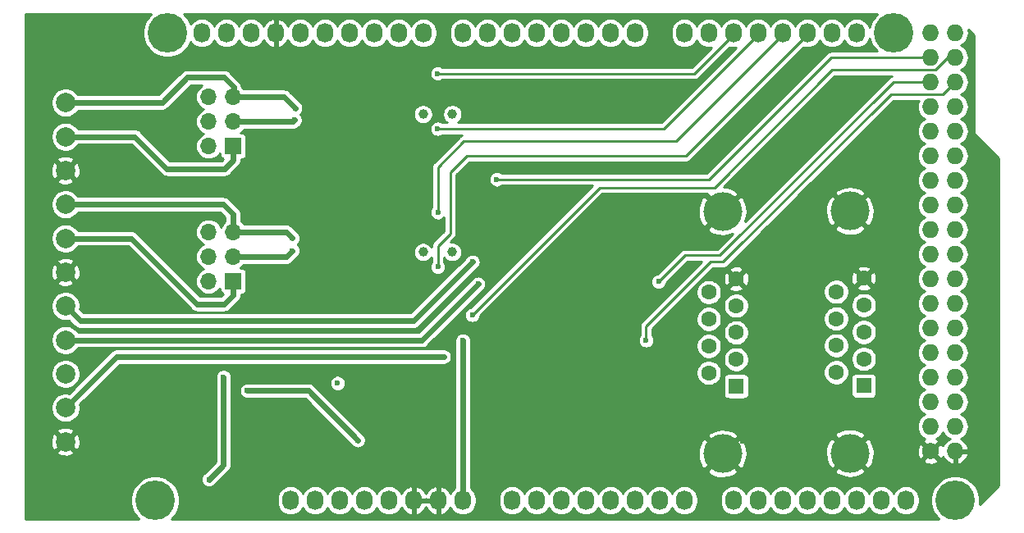
<source format=gbr>
G04 #@! TF.GenerationSoftware,KiCad,Pcbnew,5.0.2+dfsg1-1*
G04 #@! TF.CreationDate,2019-06-09T15:01:45+09:00*
G04 #@! TF.ProjectId,portal_schematic,706f7274-616c-45f7-9363-68656d617469,rev?*
G04 #@! TF.SameCoordinates,Original*
G04 #@! TF.FileFunction,Copper,L2,Bot*
G04 #@! TF.FilePolarity,Positive*
%FSLAX46Y46*%
G04 Gerber Fmt 4.6, Leading zero omitted, Abs format (unit mm)*
G04 Created by KiCad (PCBNEW 5.0.2+dfsg1-1) date Sun 09 Jun 2019 03:01:45 PM KST*
%MOMM*%
%LPD*%
G01*
G04 APERTURE LIST*
G04 #@! TA.AperFunction,WasherPad*
%ADD10C,1.000000*%
G04 #@! TD*
G04 #@! TA.AperFunction,ComponentPad*
%ADD11C,1.727200*%
G04 #@! TD*
G04 #@! TA.AperFunction,ComponentPad*
%ADD12O,1.727200X1.727200*%
G04 #@! TD*
G04 #@! TA.AperFunction,ComponentPad*
%ADD13O,1.727200X2.032000*%
G04 #@! TD*
G04 #@! TA.AperFunction,ComponentPad*
%ADD14C,4.064000*%
G04 #@! TD*
G04 #@! TA.AperFunction,ComponentPad*
%ADD15R,1.700000X1.700000*%
G04 #@! TD*
G04 #@! TA.AperFunction,ComponentPad*
%ADD16O,1.700000X1.700000*%
G04 #@! TD*
G04 #@! TA.AperFunction,ComponentPad*
%ADD17R,1.600000X1.600000*%
G04 #@! TD*
G04 #@! TA.AperFunction,ComponentPad*
%ADD18C,1.600000*%
G04 #@! TD*
G04 #@! TA.AperFunction,ComponentPad*
%ADD19C,4.000000*%
G04 #@! TD*
G04 #@! TA.AperFunction,ComponentPad*
%ADD20C,2.000000*%
G04 #@! TD*
G04 #@! TA.AperFunction,ViaPad*
%ADD21C,0.600000*%
G04 #@! TD*
G04 #@! TA.AperFunction,Conductor*
%ADD22C,0.600000*%
G04 #@! TD*
G04 #@! TA.AperFunction,Conductor*
%ADD23C,0.250000*%
G04 #@! TD*
G04 APERTURE END LIST*
D10*
G04 #@! TO.P,SW1,*
G04 #@! TO.N,*
X148000000Y-93490000D03*
X145000000Y-93490000D03*
G04 #@! TD*
D11*
G04 #@! TO.P,P4,1*
G04 #@! TO.N,GND*
X197358000Y-114046000D03*
D12*
G04 #@! TO.P,P4,2*
X199898000Y-114046000D03*
G04 #@! TO.P,P4,3*
G04 #@! TO.N,/52(SCK)*
X197358000Y-111506000D03*
G04 #@! TO.P,P4,4*
G04 #@! TO.N,/53(SS)*
X199898000Y-111506000D03*
G04 #@! TO.P,P4,5*
G04 #@! TO.N,/50(MISO)*
X197358000Y-108966000D03*
G04 #@! TO.P,P4,6*
G04 #@! TO.N,/51(MOSI)*
X199898000Y-108966000D03*
G04 #@! TO.P,P4,7*
G04 #@! TO.N,/48*
X197358000Y-106426000D03*
G04 #@! TO.P,P4,8*
G04 #@! TO.N,/49*
X199898000Y-106426000D03*
G04 #@! TO.P,P4,9*
G04 #@! TO.N,/46*
X197358000Y-103886000D03*
G04 #@! TO.P,P4,10*
G04 #@! TO.N,/47*
X199898000Y-103886000D03*
G04 #@! TO.P,P4,11*
G04 #@! TO.N,/44*
X197358000Y-101346000D03*
G04 #@! TO.P,P4,12*
G04 #@! TO.N,/45*
X199898000Y-101346000D03*
G04 #@! TO.P,P4,13*
G04 #@! TO.N,/42*
X197358000Y-98806000D03*
G04 #@! TO.P,P4,14*
G04 #@! TO.N,/43*
X199898000Y-98806000D03*
G04 #@! TO.P,P4,15*
G04 #@! TO.N,/40*
X197358000Y-96266000D03*
G04 #@! TO.P,P4,16*
G04 #@! TO.N,/41*
X199898000Y-96266000D03*
G04 #@! TO.P,P4,17*
G04 #@! TO.N,/38*
X197358000Y-93726000D03*
G04 #@! TO.P,P4,18*
G04 #@! TO.N,/39*
X199898000Y-93726000D03*
G04 #@! TO.P,P4,19*
G04 #@! TO.N,/36*
X197358000Y-91186000D03*
G04 #@! TO.P,P4,20*
G04 #@! TO.N,/37*
X199898000Y-91186000D03*
G04 #@! TO.P,P4,21*
G04 #@! TO.N,/34*
X197358000Y-88646000D03*
G04 #@! TO.P,P4,22*
G04 #@! TO.N,/35*
X199898000Y-88646000D03*
G04 #@! TO.P,P4,23*
G04 #@! TO.N,/32*
X197358000Y-86106000D03*
G04 #@! TO.P,P4,24*
G04 #@! TO.N,/33*
X199898000Y-86106000D03*
G04 #@! TO.P,P4,25*
G04 #@! TO.N,/30*
X197358000Y-83566000D03*
G04 #@! TO.P,P4,26*
G04 #@! TO.N,/31*
X199898000Y-83566000D03*
G04 #@! TO.P,P4,27*
G04 #@! TO.N,/28*
X197358000Y-81026000D03*
G04 #@! TO.P,P4,28*
G04 #@! TO.N,/29*
X199898000Y-81026000D03*
G04 #@! TO.P,P4,29*
G04 #@! TO.N,/26*
X197358000Y-78486000D03*
G04 #@! TO.P,P4,30*
G04 #@! TO.N,/27*
X199898000Y-78486000D03*
G04 #@! TO.P,P4,31*
G04 #@! TO.N,/24(ATX_SEN)*
X197358000Y-75946000D03*
G04 #@! TO.P,P4,32*
G04 #@! TO.N,/25(SYNC)*
X199898000Y-75946000D03*
G04 #@! TO.P,P4,33*
G04 #@! TO.N,/22(DIR2)*
X197358000Y-73406000D03*
G04 #@! TO.P,P4,34*
G04 #@! TO.N,/23(DIR1)*
X199898000Y-73406000D03*
G04 #@! TO.P,P4,35*
G04 #@! TO.N,+5VP*
X197358000Y-70866000D03*
G04 #@! TO.P,P4,36*
X199898000Y-70866000D03*
G04 #@! TD*
D13*
G04 #@! TO.P,P1,1*
G04 #@! TO.N,Net-(P1-Pad1)*
X131318000Y-119126000D03*
G04 #@! TO.P,P1,2*
G04 #@! TO.N,/IOREF*
X133858000Y-119126000D03*
G04 #@! TO.P,P1,3*
G04 #@! TO.N,/Reset*
X136398000Y-119126000D03*
G04 #@! TO.P,P1,4*
G04 #@! TO.N,+3V3*
X138938000Y-119126000D03*
G04 #@! TO.P,P1,5*
G04 #@! TO.N,+5VP*
X141478000Y-119126000D03*
G04 #@! TO.P,P1,6*
G04 #@! TO.N,GND*
X144018000Y-119126000D03*
G04 #@! TO.P,P1,7*
X146558000Y-119126000D03*
G04 #@! TO.P,P1,8*
G04 #@! TO.N,/Vin(12V)*
X149098000Y-119126000D03*
G04 #@! TD*
G04 #@! TO.P,P2,1*
G04 #@! TO.N,/A0*
X154178000Y-119126000D03*
G04 #@! TO.P,P2,2*
G04 #@! TO.N,/A1*
X156718000Y-119126000D03*
G04 #@! TO.P,P2,3*
G04 #@! TO.N,/A2*
X159258000Y-119126000D03*
G04 #@! TO.P,P2,4*
G04 #@! TO.N,/A3*
X161798000Y-119126000D03*
G04 #@! TO.P,P2,5*
G04 #@! TO.N,/A4*
X164338000Y-119126000D03*
G04 #@! TO.P,P2,6*
G04 #@! TO.N,/A5*
X166878000Y-119126000D03*
G04 #@! TO.P,P2,7*
G04 #@! TO.N,/A6*
X169418000Y-119126000D03*
G04 #@! TO.P,P2,8*
G04 #@! TO.N,/A7*
X171958000Y-119126000D03*
G04 #@! TD*
G04 #@! TO.P,P3,1*
G04 #@! TO.N,/A8*
X177038000Y-119126000D03*
G04 #@! TO.P,P3,2*
G04 #@! TO.N,/A9*
X179578000Y-119126000D03*
G04 #@! TO.P,P3,3*
G04 #@! TO.N,/A10*
X182118000Y-119126000D03*
G04 #@! TO.P,P3,4*
G04 #@! TO.N,/A11*
X184658000Y-119126000D03*
G04 #@! TO.P,P3,5*
G04 #@! TO.N,/A12*
X187198000Y-119126000D03*
G04 #@! TO.P,P3,6*
G04 #@! TO.N,/A13*
X189738000Y-119126000D03*
G04 #@! TO.P,P3,7*
G04 #@! TO.N,/A14*
X192278000Y-119126000D03*
G04 #@! TO.P,P3,8*
G04 #@! TO.N,/A15*
X194818000Y-119126000D03*
G04 #@! TD*
G04 #@! TO.P,P5,1*
G04 #@! TO.N,/SCL*
X122174000Y-70866000D03*
G04 #@! TO.P,P5,2*
G04 #@! TO.N,/SDA*
X124714000Y-70866000D03*
G04 #@! TO.P,P5,3*
G04 #@! TO.N,/AREF*
X127254000Y-70866000D03*
G04 #@! TO.P,P5,4*
G04 #@! TO.N,GND*
X129794000Y-70866000D03*
G04 #@! TO.P,P5,5*
G04 #@! TO.N,/13(\002A\002A)*
X132334000Y-70866000D03*
G04 #@! TO.P,P5,6*
G04 #@! TO.N,/12(\002A\002A)*
X134874000Y-70866000D03*
G04 #@! TO.P,P5,7*
G04 #@! TO.N,/11(\002A\002A)*
X137414000Y-70866000D03*
G04 #@! TO.P,P5,8*
G04 #@! TO.N,/10(\002A\002A)*
X139954000Y-70866000D03*
G04 #@! TO.P,P5,9*
G04 #@! TO.N,/9(\002A\002A)*
X142494000Y-70866000D03*
G04 #@! TO.P,P5,10*
G04 #@! TO.N,/8(\002A\002A)*
X145034000Y-70866000D03*
G04 #@! TD*
G04 #@! TO.P,P6,1*
G04 #@! TO.N,/7(\002A\002A)*
X149098000Y-70866000D03*
G04 #@! TO.P,P6,2*
G04 #@! TO.N,/6(\002A\002A)*
X151638000Y-70866000D03*
G04 #@! TO.P,P6,3*
G04 #@! TO.N,/5(\002A\002A)*
X154178000Y-70866000D03*
G04 #@! TO.P,P6,4*
G04 #@! TO.N,/4(\002A\002A)*
X156718000Y-70866000D03*
G04 #@! TO.P,P6,5*
G04 #@! TO.N,/3(\002A\002A)*
X159258000Y-70866000D03*
G04 #@! TO.P,P6,6*
G04 #@! TO.N,/2(\002A\002A)*
X161798000Y-70866000D03*
G04 #@! TO.P,P6,7*
G04 #@! TO.N,/1(Tx0)*
X164338000Y-70866000D03*
G04 #@! TO.P,P6,8*
G04 #@! TO.N,/0(Rx0)*
X166878000Y-70866000D03*
G04 #@! TD*
G04 #@! TO.P,P7,1*
G04 #@! TO.N,/14(Tx3)*
X171958000Y-70866000D03*
G04 #@! TO.P,P7,2*
G04 #@! TO.N,/15(Rx3)*
X174498000Y-70866000D03*
G04 #@! TO.P,P7,3*
G04 #@! TO.N,/16(Tx2)*
X177038000Y-70866000D03*
G04 #@! TO.P,P7,4*
G04 #@! TO.N,/17(Rx2)*
X179578000Y-70866000D03*
G04 #@! TO.P,P7,5*
G04 #@! TO.N,/18(Tx1)*
X182118000Y-70866000D03*
G04 #@! TO.P,P7,6*
G04 #@! TO.N,/19(Rx1)*
X184658000Y-70866000D03*
G04 #@! TO.P,P7,7*
G04 #@! TO.N,/20(SDA)*
X187198000Y-70866000D03*
G04 #@! TO.P,P7,8*
G04 #@! TO.N,/21(SCL)*
X189738000Y-70866000D03*
G04 #@! TD*
D14*
G04 #@! TO.P,P8,1*
G04 #@! TO.N,Net-(P8-Pad1)*
X117348000Y-119126000D03*
G04 #@! TD*
G04 #@! TO.P,P10,1*
G04 #@! TO.N,Net-(P10-Pad1)*
X199898000Y-119126000D03*
G04 #@! TD*
G04 #@! TO.P,P11,1*
G04 #@! TO.N,Net-(P11-Pad1)*
X118618000Y-70866000D03*
G04 #@! TD*
G04 #@! TO.P,P13,1*
G04 #@! TO.N,Net-(P13-Pad1)*
X193548000Y-70866000D03*
G04 #@! TD*
D15*
G04 #@! TO.P,J4,1*
G04 #@! TO.N,/RS485_B1*
X125400000Y-96500000D03*
D16*
G04 #@! TO.P,J4,2*
G04 #@! TO.N,Net-(J4-Pad2)*
X122860000Y-96500000D03*
G04 #@! TO.P,J4,3*
G04 #@! TO.N,/RS485_B1*
X125400000Y-93960000D03*
G04 #@! TO.P,J4,4*
G04 #@! TO.N,Net-(J4-Pad4)*
X122860000Y-93960000D03*
G04 #@! TO.P,J4,5*
G04 #@! TO.N,/RS485_A1*
X125400000Y-91420000D03*
G04 #@! TO.P,J4,6*
G04 #@! TO.N,Net-(J4-Pad6)*
X122860000Y-91420000D03*
G04 #@! TD*
D17*
G04 #@! TO.P,J7,1*
G04 #@! TO.N,Net-(J7-Pad1)*
X190460000Y-107290000D03*
D18*
G04 #@! TO.P,J7,2*
G04 #@! TO.N,Net-(J7-Pad2)*
X190460000Y-104520000D03*
G04 #@! TO.P,J7,3*
G04 #@! TO.N,Net-(J7-Pad3)*
X190460000Y-101750000D03*
G04 #@! TO.P,J7,4*
G04 #@! TO.N,Net-(J7-Pad4)*
X190460000Y-98980000D03*
G04 #@! TO.P,J7,5*
G04 #@! TO.N,GND*
X190460000Y-96210000D03*
G04 #@! TO.P,J7,6*
G04 #@! TO.N,Net-(J7-Pad6)*
X187620000Y-105905000D03*
G04 #@! TO.P,J7,7*
G04 #@! TO.N,Net-(J7-Pad7)*
X187620000Y-103135000D03*
G04 #@! TO.P,J7,8*
G04 #@! TO.N,Net-(J7-Pad8)*
X187620000Y-100365000D03*
G04 #@! TO.P,J7,9*
G04 #@! TO.N,Net-(J7-Pad9)*
X187620000Y-97595000D03*
D19*
G04 #@! TO.P,J7,0*
G04 #@! TO.N,GND*
X189040000Y-89250000D03*
X189040000Y-114250000D03*
G04 #@! TD*
G04 #@! TO.P,J8,0*
G04 #@! TO.N,GND*
X175890000Y-114300000D03*
X175890000Y-89300000D03*
D18*
G04 #@! TO.P,J8,9*
G04 #@! TO.N,Net-(J8-Pad9)*
X174470000Y-97645000D03*
G04 #@! TO.P,J8,8*
G04 #@! TO.N,Net-(J8-Pad8)*
X174470000Y-100415000D03*
G04 #@! TO.P,J8,7*
G04 #@! TO.N,Net-(J8-Pad7)*
X174470000Y-103185000D03*
G04 #@! TO.P,J8,6*
G04 #@! TO.N,Net-(J8-Pad6)*
X174470000Y-105955000D03*
G04 #@! TO.P,J8,5*
G04 #@! TO.N,GND*
X177310000Y-96260000D03*
G04 #@! TO.P,J8,4*
G04 #@! TO.N,Net-(J8-Pad4)*
X177310000Y-99030000D03*
G04 #@! TO.P,J8,3*
G04 #@! TO.N,Net-(J8-Pad3)*
X177310000Y-101800000D03*
G04 #@! TO.P,J8,2*
G04 #@! TO.N,Net-(J8-Pad2)*
X177310000Y-104570000D03*
D17*
G04 #@! TO.P,J8,1*
G04 #@! TO.N,Net-(J8-Pad1)*
X177310000Y-107340000D03*
G04 #@! TD*
D20*
G04 #@! TO.P,J3,1*
G04 #@! TO.N,GND*
X108100000Y-113070000D03*
G04 #@! TO.P,J3,2*
G04 #@! TO.N,Net-(J3-Pad2)*
X108100000Y-109570000D03*
G04 #@! TO.P,J3,3*
G04 #@! TO.N,/Vin(12V)*
X108100000Y-106070000D03*
G04 #@! TD*
G04 #@! TO.P,J1,3*
G04 #@! TO.N,/RS485_A1*
X108100000Y-88570000D03*
G04 #@! TO.P,J1,2*
G04 #@! TO.N,/RS485_B1*
X108100000Y-92070000D03*
G04 #@! TO.P,J1,1*
G04 #@! TO.N,GND*
X108100000Y-95570000D03*
G04 #@! TD*
G04 #@! TO.P,J2,1*
G04 #@! TO.N,GND*
X108100000Y-85070000D03*
G04 #@! TO.P,J2,2*
G04 #@! TO.N,/RS485_B2*
X108100000Y-81570000D03*
G04 #@! TO.P,J2,3*
G04 #@! TO.N,/RS485_A2*
X108100000Y-78070000D03*
G04 #@! TD*
D15*
G04 #@! TO.P,J5,1*
G04 #@! TO.N,/RS485_B2*
X125400000Y-82550000D03*
D16*
G04 #@! TO.P,J5,2*
G04 #@! TO.N,Net-(J5-Pad2)*
X122860000Y-82550000D03*
G04 #@! TO.P,J5,3*
G04 #@! TO.N,/RS485_B2*
X125400000Y-80010000D03*
G04 #@! TO.P,J5,4*
G04 #@! TO.N,Net-(J5-Pad4)*
X122860000Y-80010000D03*
G04 #@! TO.P,J5,5*
G04 #@! TO.N,/RS485_A2*
X125400000Y-77470000D03*
G04 #@! TO.P,J5,6*
G04 #@! TO.N,Net-(J5-Pad6)*
X122860000Y-77470000D03*
G04 #@! TD*
D20*
G04 #@! TO.P,J6,1*
G04 #@! TO.N,Net-(J6-Pad1)*
X108100000Y-102570000D03*
G04 #@! TO.P,J6,2*
G04 #@! TO.N,Net-(J6-Pad2)*
X108100000Y-99070000D03*
G04 #@! TD*
D10*
G04 #@! TO.P,SW2,*
G04 #@! TO.N,*
X145000000Y-79250000D03*
X148000000Y-79250000D03*
G04 #@! TD*
D21*
G04 #@! TO.N,GND*
X131332642Y-110961413D03*
X132332642Y-110961413D03*
X132332642Y-109961413D03*
X130332642Y-115961413D03*
X131332642Y-116961413D03*
X132332642Y-116961413D03*
X133332642Y-116961413D03*
X130332642Y-116961413D03*
X129332642Y-116961413D03*
X134332642Y-116961413D03*
X131332642Y-115961413D03*
X132332642Y-114961413D03*
X131332642Y-114961413D03*
X130332642Y-114961413D03*
X132322642Y-113961413D03*
X131332642Y-113961413D03*
X130332642Y-113961413D03*
X130332642Y-112961413D03*
X131372642Y-112961413D03*
X132332642Y-112961413D03*
X132332642Y-111951413D03*
X131332642Y-111961413D03*
X130332642Y-112001413D03*
X132332642Y-115961413D03*
X134332642Y-115961413D03*
X133332642Y-115961413D03*
X115000000Y-72000000D03*
X115000000Y-70000000D03*
X113000000Y-70000000D03*
X113000000Y-72000000D03*
X111000000Y-72000000D03*
X111000000Y-70000000D03*
X109000000Y-70000000D03*
X107000000Y-70000000D03*
X105000000Y-70000000D03*
X107000000Y-72000000D03*
X105000000Y-72000000D03*
X105000000Y-74000000D03*
X105000000Y-74080000D03*
X105000000Y-76080000D03*
X105000000Y-78080000D03*
X105000000Y-104080000D03*
X105000000Y-102080000D03*
X166000000Y-117000000D03*
X168000000Y-117000000D03*
X170000000Y-117000000D03*
X172000000Y-117000000D03*
X174000000Y-117000000D03*
X174000000Y-119000000D03*
X176000000Y-117000000D03*
X172000000Y-115000000D03*
X178000000Y-117000000D03*
X180000000Y-117000000D03*
X182000000Y-117000000D03*
X184000000Y-117000000D03*
X186000000Y-117000000D03*
X188000000Y-117000000D03*
X186000000Y-115000000D03*
X184000000Y-115000000D03*
X182000000Y-115000000D03*
X180000000Y-115000000D03*
X178000000Y-113000000D03*
X180000000Y-113000000D03*
X182000000Y-113000000D03*
X184000000Y-113000000D03*
X184000000Y-111000000D03*
X186000000Y-111000000D03*
X182000000Y-111000000D03*
X180000000Y-111000000D03*
X178000000Y-111000000D03*
X190000000Y-117000000D03*
X192000000Y-117000000D03*
X194000000Y-117000000D03*
X196000000Y-117000000D03*
X196000000Y-115000000D03*
X194000000Y-115000000D03*
X192000000Y-115000000D03*
X192000000Y-113000000D03*
X194000000Y-113000000D03*
X194000000Y-111000000D03*
X192000000Y-111000000D03*
X203000000Y-117000000D03*
X203000000Y-115000000D03*
X203000000Y-113000000D03*
X203000000Y-111000000D03*
X203000000Y-109000000D03*
X203000000Y-107000000D03*
X203000000Y-105000000D03*
X203000000Y-103000000D03*
X203000000Y-101000000D03*
X203000000Y-99000000D03*
X203000000Y-97000000D03*
X203000000Y-95000000D03*
X203000000Y-93000000D03*
X203000000Y-91000000D03*
X203000000Y-89000000D03*
X203000000Y-87000000D03*
X203000000Y-85000000D03*
X195000000Y-99000000D03*
X195000000Y-97000000D03*
X195000000Y-95000000D03*
X195000000Y-93000000D03*
X195000000Y-91000000D03*
X195000000Y-89000000D03*
X195000000Y-87000000D03*
X172000000Y-73000000D03*
X190000000Y-115000000D03*
X196000000Y-113000000D03*
X201000000Y-116000000D03*
X198000000Y-116000000D03*
X109000000Y-72000000D03*
X105000000Y-100080000D03*
X105000000Y-98080000D03*
X105000000Y-96080000D03*
X105000000Y-94080000D03*
X105000000Y-92080000D03*
X105000000Y-90080000D03*
X105000000Y-88080000D03*
X105000000Y-86080000D03*
X105000000Y-84080000D03*
X105000000Y-82080000D03*
X105000000Y-80080000D03*
X111000000Y-80080000D03*
X113000000Y-80080000D03*
X115000000Y-80080000D03*
X117000000Y-80080000D03*
X120180000Y-83160000D03*
X117000000Y-86080000D03*
X115000000Y-86080000D03*
X170000000Y-71000000D03*
X197000000Y-119500000D03*
X172000000Y-111000000D03*
X174000000Y-111000000D03*
X176000000Y-111000000D03*
X172000000Y-113000000D03*
X170000000Y-115000000D03*
X170000000Y-113000000D03*
X170000000Y-111000000D03*
X168000000Y-111000000D03*
X168000000Y-113000000D03*
X168000000Y-115000000D03*
X166000000Y-115000000D03*
X166000000Y-113000000D03*
X166000000Y-111000000D03*
X164000000Y-111000000D03*
X164000000Y-113000000D03*
X164000000Y-115000000D03*
X164000000Y-117000000D03*
X162000000Y-117000000D03*
X162000000Y-115000000D03*
X162000000Y-113000000D03*
X162000000Y-111000000D03*
X160000000Y-111000000D03*
X160000000Y-113000000D03*
X160000000Y-115000000D03*
X160000000Y-117000000D03*
X186000000Y-113000000D03*
X188000000Y-111000000D03*
X190000000Y-111000000D03*
X190000000Y-109000000D03*
X188000000Y-109000000D03*
X186000000Y-109000000D03*
X184000000Y-109000000D03*
X182000000Y-109000000D03*
X192000000Y-109000000D03*
X194000000Y-109000000D03*
X194000000Y-107000000D03*
X192000000Y-107000000D03*
X192000000Y-105000000D03*
X194000000Y-105000000D03*
X196000000Y-105000000D03*
X196000000Y-103000000D03*
X194000000Y-103000000D03*
X192000000Y-103000000D03*
X194000000Y-101000000D03*
X180000000Y-109000000D03*
X178000000Y-109000000D03*
X176000000Y-109000000D03*
X174000000Y-109000000D03*
X172000000Y-109000000D03*
X170000000Y-109000000D03*
X168000000Y-109000000D03*
X166000000Y-109000000D03*
X164000000Y-109000000D03*
X162000000Y-109000000D03*
X160000000Y-109000000D03*
X158000000Y-109000000D03*
X158000000Y-111000000D03*
X156000000Y-111000000D03*
X156000000Y-113000000D03*
X158000000Y-113000000D03*
X158000000Y-115000000D03*
X158000000Y-117000000D03*
X156000000Y-117000000D03*
X156000000Y-115000000D03*
X154000000Y-115000000D03*
X154000000Y-113000000D03*
X154000000Y-117000000D03*
X160000000Y-107000000D03*
X162000000Y-107000000D03*
X164000000Y-107000000D03*
X162000000Y-105000000D03*
X166000000Y-107000000D03*
X168000000Y-107000000D03*
X170000000Y-107000000D03*
X172000000Y-107000000D03*
X172000000Y-105000000D03*
X170000000Y-105000000D03*
X170000000Y-103000000D03*
X172000000Y-103000000D03*
X170000000Y-101000000D03*
X172000000Y-101000000D03*
X172000000Y-99000000D03*
X166000000Y-99000000D03*
X168000000Y-95000000D03*
X182000000Y-107000000D03*
X180000000Y-107000000D03*
X184000000Y-107000000D03*
X186000000Y-107000000D03*
X186000000Y-105000000D03*
X184000000Y-105000000D03*
X182000000Y-105000000D03*
X180000000Y-105000000D03*
X180000000Y-103000000D03*
X182000000Y-103000000D03*
X184000000Y-103000000D03*
X186000000Y-103000000D03*
X186000000Y-101000000D03*
X184000000Y-101000000D03*
X182000000Y-101000000D03*
X180000000Y-101000000D03*
X180000000Y-99000000D03*
X182000000Y-99000000D03*
X184000000Y-99000000D03*
X186000000Y-99000000D03*
X186000000Y-97000000D03*
X184000000Y-97000000D03*
X182000000Y-97000000D03*
X180000000Y-97000000D03*
X180000000Y-95000000D03*
X182000000Y-95000000D03*
X184000000Y-95000000D03*
X186000000Y-95000000D03*
X186000000Y-93000000D03*
X184000000Y-93000000D03*
X182000000Y-93000000D03*
X180000000Y-93000000D03*
X182000000Y-91000000D03*
X184000000Y-91000000D03*
X186000000Y-87000000D03*
X188000000Y-95000000D03*
X193000000Y-93000000D03*
X193000000Y-91000000D03*
X193000000Y-89000000D03*
X193000000Y-87000000D03*
X193000000Y-85000000D03*
X195000000Y-85000000D03*
X191000000Y-85000000D03*
X189000000Y-85000000D03*
X187000000Y-85000000D03*
X191000000Y-87000000D03*
X191000000Y-91000000D03*
X195000000Y-83000000D03*
X195000000Y-81000000D03*
X195000000Y-79000000D03*
X191000000Y-83000000D03*
X191000000Y-81000000D03*
X193000000Y-81000000D03*
X156000000Y-107000000D03*
X154000000Y-107000000D03*
X154000000Y-109000000D03*
X152000000Y-109000000D03*
X152000000Y-111000000D03*
X152000000Y-107000000D03*
X148000000Y-107000000D03*
X148000000Y-109000000D03*
X148000000Y-111000000D03*
X148000000Y-113000000D03*
X146000000Y-111000000D03*
X146000000Y-109000000D03*
X146000000Y-107000000D03*
X144000000Y-109000000D03*
X144000000Y-111000000D03*
X142000000Y-111000000D03*
X142000000Y-109000000D03*
X140000000Y-109000000D03*
X140000000Y-107000000D03*
X138000000Y-109000000D03*
X146000000Y-117000000D03*
X144000000Y-117000000D03*
X144000000Y-115000000D03*
X142000000Y-115000000D03*
X142000000Y-117000000D03*
X140000000Y-117000000D03*
X140000000Y-115000000D03*
X138000000Y-115000000D03*
X138000000Y-117000000D03*
X136000000Y-117000000D03*
X148000000Y-103000000D03*
X146000000Y-103000000D03*
X141000000Y-99000000D03*
X141000000Y-98000000D03*
X136000000Y-99500000D03*
X134500000Y-99500000D03*
X131500000Y-99500000D03*
X131500000Y-97500000D03*
X131500000Y-96000000D03*
X156000000Y-99000000D03*
X154000000Y-99000000D03*
X162000000Y-101000000D03*
X160000000Y-101000000D03*
X160000000Y-103000000D03*
X160000000Y-99000000D03*
X162000000Y-99000000D03*
X162000000Y-96500000D03*
X162000000Y-94000000D03*
X160000000Y-94000000D03*
X160000000Y-92000000D03*
X162000000Y-92000000D03*
X164000000Y-92000000D03*
X160000000Y-96500000D03*
X167500000Y-100000000D03*
X169500000Y-98000000D03*
X166000000Y-88000000D03*
X168000000Y-88000000D03*
X172000000Y-88000000D03*
X170000000Y-88000000D03*
X170000000Y-90000000D03*
X172000000Y-90000000D03*
X168000000Y-90000000D03*
X170000000Y-92000000D03*
X172000000Y-92000000D03*
X174000000Y-92000000D03*
X180000000Y-88000000D03*
X149500000Y-92500000D03*
X144000000Y-92500000D03*
X142500000Y-92000000D03*
X140500000Y-92000000D03*
X170000000Y-77000000D03*
X170000000Y-79000000D03*
X168000000Y-79000000D03*
X168000000Y-77000000D03*
X166000000Y-77000000D03*
X166000000Y-79000000D03*
X164000000Y-77000000D03*
X155500000Y-76000000D03*
X153500000Y-76000000D03*
X161500000Y-84500000D03*
X168000000Y-84500000D03*
X155000000Y-92000000D03*
X153000000Y-92000000D03*
X155000000Y-90500000D03*
X152000000Y-88000000D03*
X149500000Y-88000000D03*
X105000000Y-106000000D03*
X105000000Y-108000000D03*
X105000000Y-110000000D03*
X105000000Y-112000000D03*
X105000000Y-114000000D03*
X105000000Y-116000000D03*
X105000000Y-118000000D03*
X105000000Y-120000000D03*
X107000000Y-116000000D03*
X109000000Y-116000000D03*
X111000000Y-116000000D03*
X113000000Y-116000000D03*
X107000000Y-120000000D03*
X109000000Y-120000000D03*
X111000000Y-120000000D03*
X113000000Y-120000000D03*
X113000000Y-114000000D03*
X111000000Y-114000000D03*
X111000000Y-112000000D03*
X113000000Y-112000000D03*
X115000000Y-112000000D03*
X115000000Y-114000000D03*
X117000000Y-114000000D03*
X117000000Y-112000000D03*
X119000000Y-112000000D03*
X119000000Y-114000000D03*
X121000000Y-112000000D03*
X121000000Y-115000000D03*
X121000000Y-108000000D03*
X119000000Y-108000000D03*
X117000000Y-108000000D03*
X115000000Y-108000000D03*
X113000000Y-108000000D03*
X115000000Y-106000000D03*
X117000000Y-106000000D03*
X119000000Y-106000000D03*
X121000000Y-106000000D03*
X123000000Y-106000000D03*
X123000000Y-108000000D03*
X121000000Y-120000000D03*
X123000000Y-120000000D03*
X125000000Y-120000000D03*
X127000000Y-120000000D03*
X129000000Y-120000000D03*
X129000000Y-118000000D03*
X123000000Y-118000000D03*
X121000000Y-118000000D03*
X111000000Y-104000000D03*
X111000000Y-98000000D03*
X113000000Y-98000000D03*
X115000000Y-98000000D03*
X117000000Y-98000000D03*
X119000000Y-98000000D03*
X117000000Y-96000000D03*
X115000000Y-96000000D03*
X113000000Y-96000000D03*
X111000000Y-96000000D03*
X111000000Y-94000000D03*
X113000000Y-94000000D03*
X115000000Y-94000000D03*
X111000000Y-90000000D03*
X113000000Y-90000000D03*
X117000000Y-90000000D03*
X119000000Y-90000000D03*
X121000000Y-90000000D03*
X111000000Y-86000000D03*
X113000000Y-86000000D03*
X121000000Y-87000000D03*
X119000000Y-87000000D03*
X123000000Y-87000000D03*
X125000000Y-87000000D03*
X127000000Y-87000000D03*
X127000000Y-85000000D03*
X127000000Y-96000000D03*
X127000000Y-98000000D03*
X127000000Y-83000000D03*
X127000000Y-81000000D03*
X118000000Y-82000000D03*
X107000000Y-74000000D03*
X107000000Y-76000000D03*
X109000000Y-76000000D03*
X109000000Y-74000000D03*
X111000000Y-74000000D03*
X111000000Y-76000000D03*
X113000000Y-76000000D03*
X113000000Y-74000000D03*
X115000000Y-74000000D03*
X115000000Y-76000000D03*
X117000000Y-76000000D03*
X117000000Y-74000000D03*
X119000000Y-74000000D03*
X121000000Y-74000000D03*
X140000000Y-89000000D03*
X142000000Y-89000000D03*
X144000000Y-89000000D03*
X144000000Y-87000000D03*
X142000000Y-87000000D03*
X140000000Y-87000000D03*
X142000000Y-85000000D03*
X138000000Y-87000000D03*
X138000000Y-89000000D03*
X136000000Y-87000000D03*
X134000000Y-87000000D03*
X132000000Y-87000000D03*
X132000000Y-89000000D03*
X128000000Y-73000000D03*
X124000000Y-73000000D03*
X136000000Y-77000000D03*
X138000000Y-76000000D03*
X141000000Y-76000000D03*
X143000000Y-75000000D03*
X141000000Y-79000000D03*
X144000000Y-78000000D03*
X154000000Y-79000000D03*
X151000000Y-79000000D03*
X140000000Y-82000000D03*
X131000000Y-84000000D03*
X131500000Y-83000000D03*
X184070000Y-73690000D03*
X186160000Y-72540000D03*
X150740000Y-84870000D03*
X157390000Y-79750000D03*
X170000000Y-73000000D03*
X168000000Y-73000000D03*
X166000000Y-73000000D03*
X164000000Y-73000000D03*
X162000000Y-73000000D03*
G04 #@! TO.N,+5V*
X124400000Y-106400000D03*
X122902642Y-116961413D03*
G04 #@! TO.N,/16(Tx2)*
X146500000Y-75060000D03*
G04 #@! TO.N,/17(Rx2)*
X146500000Y-80770000D03*
G04 #@! TO.N,/18(Tx1)*
X146520000Y-89390000D03*
G04 #@! TO.N,/19(Rx1)*
X146510000Y-95020000D03*
G04 #@! TO.N,Net-(C5-Pad2)*
X136162642Y-107021413D03*
G04 #@! TO.N,/Vin(12V)*
X126852642Y-107801413D03*
X138252642Y-112921413D03*
X149098000Y-102632000D03*
G04 #@! TO.N,/RS485_B1*
X131510000Y-93340000D03*
G04 #@! TO.N,/RS485_A1*
X131510000Y-92050000D03*
G04 #@! TO.N,Net-(J3-Pad2)*
X147120000Y-104290000D03*
G04 #@! TO.N,/RS485_B2*
X131740000Y-79860000D03*
G04 #@! TO.N,/RS485_A2*
X131790000Y-78610000D03*
G04 #@! TO.N,Net-(J6-Pad1)*
X150660000Y-96780000D03*
G04 #@! TO.N,Net-(J6-Pad2)*
X150090000Y-94500000D03*
G04 #@! TO.N,/24(ATX_SEN)*
X169290000Y-96550000D03*
G04 #@! TO.N,/25(SYNC)*
X168010000Y-102610000D03*
G04 #@! TO.N,/23(DIR1)*
X150070000Y-99990000D03*
G04 #@! TO.N,/22(DIR2)*
X152600000Y-85990000D03*
G04 #@! TD*
D22*
G04 #@! TO.N,+5V*
X124400000Y-115464055D02*
X122902642Y-116961413D01*
X124400000Y-106400000D02*
X124400000Y-115464055D01*
D23*
G04 #@! TO.N,/16(Tx2)*
X172844000Y-75060000D02*
X146500000Y-75060000D01*
X172996400Y-75060000D02*
X172844000Y-75060000D01*
X177038000Y-70866000D02*
X177038000Y-71018400D01*
X177038000Y-71018400D02*
X172996400Y-75060000D01*
G04 #@! TO.N,/17(Rx2)*
X169674000Y-80770000D02*
X146500000Y-80770000D01*
X169826400Y-80770000D02*
X169674000Y-80770000D01*
X179578000Y-70866000D02*
X179578000Y-71018400D01*
X179578000Y-71018400D02*
X169826400Y-80770000D01*
G04 #@! TO.N,/18(Tx1)*
X182118000Y-70866000D02*
X182118000Y-71018400D01*
X171096400Y-82040000D02*
X149190000Y-82040000D01*
X182118000Y-71018400D02*
X171096400Y-82040000D01*
X149190000Y-82040000D02*
X146520000Y-84710000D01*
X146520000Y-84710000D02*
X146520000Y-89390000D01*
G04 #@! TO.N,/19(Rx1)*
X184658000Y-70866000D02*
X184658000Y-71018400D01*
X149500000Y-83570000D02*
X147800000Y-85270000D01*
X172106400Y-83570000D02*
X149500000Y-83570000D01*
X184658000Y-71018400D02*
X172106400Y-83570000D01*
X147800000Y-85270000D02*
X147800000Y-91580000D01*
X146510000Y-92870000D02*
X146510000Y-95020000D01*
X147800000Y-91580000D02*
X146510000Y-92870000D01*
D22*
G04 #@! TO.N,/Vin(12V)*
X126852642Y-107801413D02*
X133132642Y-107801413D01*
X133132642Y-107801413D02*
X138252642Y-112921413D01*
X149098000Y-102632000D02*
X149098000Y-119126000D01*
G04 #@! TO.N,/RS485_B1*
X114870000Y-92070000D02*
X108100000Y-92070000D01*
X121660000Y-98860000D02*
X114870000Y-92070000D01*
X124490000Y-98860000D02*
X121660000Y-98860000D01*
X125400000Y-96500000D02*
X125400000Y-97950000D01*
X125400000Y-97950000D02*
X124490000Y-98860000D01*
X125400000Y-93960000D02*
X130890000Y-93960000D01*
X130890000Y-93960000D02*
X131510000Y-93340000D01*
G04 #@! TO.N,/RS485_A1*
X125400000Y-91420000D02*
X125400000Y-89570000D01*
X124400000Y-88570000D02*
X108100000Y-88570000D01*
X125400000Y-89570000D02*
X124400000Y-88570000D01*
X125400000Y-91420000D02*
X130880000Y-91420000D01*
X130880000Y-91420000D02*
X131510000Y-92050000D01*
G04 #@! TO.N,Net-(J3-Pad2)*
X125378616Y-104290000D02*
X147120000Y-104290000D01*
X108100000Y-109570000D02*
X113380000Y-104290000D01*
X113380000Y-104290000D02*
X125378616Y-104290000D01*
G04 #@! TO.N,/RS485_B2*
X125400000Y-84000000D02*
X125400000Y-82550000D01*
X124510000Y-84890000D02*
X125400000Y-84000000D01*
X115240000Y-81570000D02*
X118560000Y-84890000D01*
X118560000Y-84890000D02*
X124510000Y-84890000D01*
X108100000Y-81570000D02*
X115240000Y-81570000D01*
X125400000Y-80010000D02*
X131590000Y-80010000D01*
X131590000Y-80010000D02*
X131740000Y-79860000D01*
G04 #@! TO.N,/RS485_A2*
X108100000Y-78070000D02*
X118060000Y-78070000D01*
X118060000Y-78070000D02*
X120680000Y-75450000D01*
X120680000Y-75450000D02*
X124420000Y-75450000D01*
X124420000Y-75450000D02*
X125450000Y-76480000D01*
X125450000Y-77420000D02*
X125400000Y-77470000D01*
X125450000Y-76480000D02*
X125450000Y-77420000D01*
X125400000Y-77470000D02*
X130650000Y-77470000D01*
X130650000Y-77470000D02*
X131790000Y-78610000D01*
G04 #@! TO.N,Net-(J6-Pad1)*
X144870000Y-102570000D02*
X150660000Y-96780000D01*
X108100000Y-102570000D02*
X144870000Y-102570000D01*
G04 #@! TO.N,Net-(J6-Pad2)*
X149790001Y-94799999D02*
X150090000Y-94500000D01*
X108100000Y-99070000D02*
X109600001Y-100570001D01*
X144019999Y-100570001D02*
X149790001Y-94799999D01*
X109600001Y-100570001D02*
X142000000Y-100570001D01*
X142000000Y-100570001D02*
X144019999Y-100570001D01*
D23*
G04 #@! TO.N,/24(ATX_SEN)*
X197358000Y-75946000D02*
X193514000Y-75946000D01*
X193514000Y-75946000D02*
X175630000Y-93830000D01*
X175630000Y-93830000D02*
X172010000Y-93830000D01*
X172010000Y-93830000D02*
X169290000Y-96550000D01*
G04 #@! TO.N,/25(SYNC)*
X199898000Y-75946000D02*
X198644000Y-77200000D01*
X198644000Y-77200000D02*
X194140000Y-77200000D01*
X193249998Y-77200000D02*
X175939998Y-94510000D01*
X194140000Y-77200000D02*
X193249998Y-77200000D01*
X175939998Y-94510000D02*
X174630000Y-94510000D01*
X174630000Y-94510000D02*
X170140000Y-99000000D01*
X168010000Y-101130000D02*
X168010000Y-102610000D01*
X170140000Y-99000000D02*
X168010000Y-101130000D01*
G04 #@! TO.N,/23(DIR1)*
X199117130Y-73406000D02*
X197853130Y-74670000D01*
X199898000Y-73406000D02*
X199117130Y-73406000D01*
X187194999Y-74670000D02*
X175044999Y-86820000D01*
X197853130Y-74670000D02*
X187194999Y-74670000D01*
X175044999Y-86820000D02*
X163240000Y-86820000D01*
X163240000Y-86820000D02*
X150070000Y-99990000D01*
G04 #@! TO.N,/22(DIR2)*
X152600000Y-85990000D02*
X174500000Y-85990000D01*
X196136686Y-73406000D02*
X197358000Y-73406000D01*
X187084000Y-73406000D02*
X196136686Y-73406000D01*
X174500000Y-85990000D02*
X187084000Y-73406000D01*
G04 #@! TD*
G04 #@! TO.N,GND*
G36*
X116631849Y-69236008D02*
X116352016Y-69654806D01*
X116159264Y-70120151D01*
X116061000Y-70614158D01*
X116061000Y-71117842D01*
X116159264Y-71611849D01*
X116352016Y-72077194D01*
X116631849Y-72495992D01*
X116988008Y-72852151D01*
X117406806Y-73131984D01*
X117872151Y-73324736D01*
X118366158Y-73423000D01*
X118869842Y-73423000D01*
X119363849Y-73324736D01*
X119829194Y-73131984D01*
X120247992Y-72852151D01*
X120604151Y-72495992D01*
X120883984Y-72077194D01*
X121006859Y-71780546D01*
X121013835Y-71793597D01*
X121187362Y-72005039D01*
X121398804Y-72178565D01*
X121640036Y-72307506D01*
X121901788Y-72386907D01*
X122174000Y-72413718D01*
X122446213Y-72386907D01*
X122707965Y-72307506D01*
X122949197Y-72178565D01*
X123160639Y-72005039D01*
X123334165Y-71793597D01*
X123444000Y-71588109D01*
X123553835Y-71793597D01*
X123727362Y-72005039D01*
X123938804Y-72178565D01*
X124180036Y-72307506D01*
X124441788Y-72386907D01*
X124714000Y-72413718D01*
X124986213Y-72386907D01*
X125247965Y-72307506D01*
X125489197Y-72178565D01*
X125700639Y-72005039D01*
X125874165Y-71793597D01*
X125984000Y-71588109D01*
X126093835Y-71793597D01*
X126267362Y-72005039D01*
X126478804Y-72178565D01*
X126720036Y-72307506D01*
X126981788Y-72386907D01*
X127254000Y-72413718D01*
X127526213Y-72386907D01*
X127787965Y-72307506D01*
X128029197Y-72178565D01*
X128240639Y-72005039D01*
X128414165Y-71793597D01*
X128528995Y-71578763D01*
X128594657Y-71721223D01*
X128754816Y-71941699D01*
X128954910Y-72126693D01*
X129187250Y-72269096D01*
X129442907Y-72363435D01*
X129454196Y-72364781D01*
X129669000Y-72269521D01*
X129669000Y-70991000D01*
X129649000Y-70991000D01*
X129649000Y-70741000D01*
X129669000Y-70741000D01*
X129669000Y-69462479D01*
X129919000Y-69462479D01*
X129919000Y-70741000D01*
X129939000Y-70741000D01*
X129939000Y-70991000D01*
X129919000Y-70991000D01*
X129919000Y-72269521D01*
X130133804Y-72364781D01*
X130145093Y-72363435D01*
X130400750Y-72269096D01*
X130633090Y-72126693D01*
X130833184Y-71941699D01*
X130993343Y-71721223D01*
X131059004Y-71578764D01*
X131173835Y-71793597D01*
X131347362Y-72005039D01*
X131558804Y-72178565D01*
X131800036Y-72307506D01*
X132061788Y-72386907D01*
X132334000Y-72413718D01*
X132606213Y-72386907D01*
X132867965Y-72307506D01*
X133109197Y-72178565D01*
X133320639Y-72005039D01*
X133494165Y-71793597D01*
X133604000Y-71588109D01*
X133713835Y-71793597D01*
X133887362Y-72005039D01*
X134098804Y-72178565D01*
X134340036Y-72307506D01*
X134601788Y-72386907D01*
X134874000Y-72413718D01*
X135146213Y-72386907D01*
X135407965Y-72307506D01*
X135649197Y-72178565D01*
X135860639Y-72005039D01*
X136034165Y-71793597D01*
X136144000Y-71588109D01*
X136253835Y-71793597D01*
X136427362Y-72005039D01*
X136638804Y-72178565D01*
X136880036Y-72307506D01*
X137141788Y-72386907D01*
X137414000Y-72413718D01*
X137686213Y-72386907D01*
X137947965Y-72307506D01*
X138189197Y-72178565D01*
X138400639Y-72005039D01*
X138574165Y-71793597D01*
X138684000Y-71588109D01*
X138793835Y-71793597D01*
X138967362Y-72005039D01*
X139178804Y-72178565D01*
X139420036Y-72307506D01*
X139681788Y-72386907D01*
X139954000Y-72413718D01*
X140226213Y-72386907D01*
X140487965Y-72307506D01*
X140729197Y-72178565D01*
X140940639Y-72005039D01*
X141114165Y-71793597D01*
X141224000Y-71588109D01*
X141333835Y-71793597D01*
X141507362Y-72005039D01*
X141718804Y-72178565D01*
X141960036Y-72307506D01*
X142221788Y-72386907D01*
X142494000Y-72413718D01*
X142766213Y-72386907D01*
X143027965Y-72307506D01*
X143269197Y-72178565D01*
X143480639Y-72005039D01*
X143654165Y-71793597D01*
X143764000Y-71588109D01*
X143873835Y-71793597D01*
X144047362Y-72005039D01*
X144258804Y-72178565D01*
X144500036Y-72307506D01*
X144761788Y-72386907D01*
X145034000Y-72413718D01*
X145306213Y-72386907D01*
X145567965Y-72307506D01*
X145809197Y-72178565D01*
X146020639Y-72005039D01*
X146194165Y-71793597D01*
X146323106Y-71552364D01*
X146402507Y-71290612D01*
X146422600Y-71086607D01*
X146422600Y-70645393D01*
X147709400Y-70645393D01*
X147709400Y-71086608D01*
X147729493Y-71290613D01*
X147808894Y-71552365D01*
X147937835Y-71793597D01*
X148111362Y-72005039D01*
X148322804Y-72178565D01*
X148564036Y-72307506D01*
X148825788Y-72386907D01*
X149098000Y-72413718D01*
X149370213Y-72386907D01*
X149631965Y-72307506D01*
X149873197Y-72178565D01*
X150084639Y-72005039D01*
X150258165Y-71793597D01*
X150368000Y-71588109D01*
X150477835Y-71793597D01*
X150651362Y-72005039D01*
X150862804Y-72178565D01*
X151104036Y-72307506D01*
X151365788Y-72386907D01*
X151638000Y-72413718D01*
X151910213Y-72386907D01*
X152171965Y-72307506D01*
X152413197Y-72178565D01*
X152624639Y-72005039D01*
X152798165Y-71793597D01*
X152908000Y-71588109D01*
X153017835Y-71793597D01*
X153191362Y-72005039D01*
X153402804Y-72178565D01*
X153644036Y-72307506D01*
X153905788Y-72386907D01*
X154178000Y-72413718D01*
X154450213Y-72386907D01*
X154711965Y-72307506D01*
X154953197Y-72178565D01*
X155164639Y-72005039D01*
X155338165Y-71793597D01*
X155448000Y-71588109D01*
X155557835Y-71793597D01*
X155731362Y-72005039D01*
X155942804Y-72178565D01*
X156184036Y-72307506D01*
X156445788Y-72386907D01*
X156718000Y-72413718D01*
X156990213Y-72386907D01*
X157251965Y-72307506D01*
X157493197Y-72178565D01*
X157704639Y-72005039D01*
X157878165Y-71793597D01*
X157988000Y-71588109D01*
X158097835Y-71793597D01*
X158271362Y-72005039D01*
X158482804Y-72178565D01*
X158724036Y-72307506D01*
X158985788Y-72386907D01*
X159258000Y-72413718D01*
X159530213Y-72386907D01*
X159791965Y-72307506D01*
X160033197Y-72178565D01*
X160244639Y-72005039D01*
X160418165Y-71793597D01*
X160528000Y-71588109D01*
X160637835Y-71793597D01*
X160811362Y-72005039D01*
X161022804Y-72178565D01*
X161264036Y-72307506D01*
X161525788Y-72386907D01*
X161798000Y-72413718D01*
X162070213Y-72386907D01*
X162331965Y-72307506D01*
X162573197Y-72178565D01*
X162784639Y-72005039D01*
X162958165Y-71793597D01*
X163068000Y-71588109D01*
X163177835Y-71793597D01*
X163351362Y-72005039D01*
X163562804Y-72178565D01*
X163804036Y-72307506D01*
X164065788Y-72386907D01*
X164338000Y-72413718D01*
X164610213Y-72386907D01*
X164871965Y-72307506D01*
X165113197Y-72178565D01*
X165324639Y-72005039D01*
X165498165Y-71793597D01*
X165608000Y-71588109D01*
X165717835Y-71793597D01*
X165891362Y-72005039D01*
X166102804Y-72178565D01*
X166344036Y-72307506D01*
X166605788Y-72386907D01*
X166878000Y-72413718D01*
X167150213Y-72386907D01*
X167411965Y-72307506D01*
X167653197Y-72178565D01*
X167864639Y-72005039D01*
X168038165Y-71793597D01*
X168167106Y-71552364D01*
X168246507Y-71290612D01*
X168266600Y-71086607D01*
X168266600Y-70645392D01*
X168246507Y-70441387D01*
X168167106Y-70179635D01*
X168038165Y-69938403D01*
X167864638Y-69726961D01*
X167653196Y-69553435D01*
X167411964Y-69424494D01*
X167150212Y-69345093D01*
X166878000Y-69318282D01*
X166605787Y-69345093D01*
X166344035Y-69424494D01*
X166102803Y-69553435D01*
X165891361Y-69726962D01*
X165717835Y-69938404D01*
X165608000Y-70143891D01*
X165498165Y-69938403D01*
X165324638Y-69726961D01*
X165113196Y-69553435D01*
X164871964Y-69424494D01*
X164610212Y-69345093D01*
X164338000Y-69318282D01*
X164065787Y-69345093D01*
X163804035Y-69424494D01*
X163562803Y-69553435D01*
X163351361Y-69726962D01*
X163177835Y-69938404D01*
X163068000Y-70143891D01*
X162958165Y-69938403D01*
X162784638Y-69726961D01*
X162573196Y-69553435D01*
X162331964Y-69424494D01*
X162070212Y-69345093D01*
X161798000Y-69318282D01*
X161525787Y-69345093D01*
X161264035Y-69424494D01*
X161022803Y-69553435D01*
X160811361Y-69726962D01*
X160637835Y-69938404D01*
X160528000Y-70143891D01*
X160418165Y-69938403D01*
X160244638Y-69726961D01*
X160033196Y-69553435D01*
X159791964Y-69424494D01*
X159530212Y-69345093D01*
X159258000Y-69318282D01*
X158985787Y-69345093D01*
X158724035Y-69424494D01*
X158482803Y-69553435D01*
X158271361Y-69726962D01*
X158097835Y-69938404D01*
X157988000Y-70143891D01*
X157878165Y-69938403D01*
X157704638Y-69726961D01*
X157493196Y-69553435D01*
X157251964Y-69424494D01*
X156990212Y-69345093D01*
X156718000Y-69318282D01*
X156445787Y-69345093D01*
X156184035Y-69424494D01*
X155942803Y-69553435D01*
X155731361Y-69726962D01*
X155557835Y-69938404D01*
X155448000Y-70143891D01*
X155338165Y-69938403D01*
X155164638Y-69726961D01*
X154953196Y-69553435D01*
X154711964Y-69424494D01*
X154450212Y-69345093D01*
X154178000Y-69318282D01*
X153905787Y-69345093D01*
X153644035Y-69424494D01*
X153402803Y-69553435D01*
X153191361Y-69726962D01*
X153017835Y-69938404D01*
X152908000Y-70143891D01*
X152798165Y-69938403D01*
X152624638Y-69726961D01*
X152413196Y-69553435D01*
X152171964Y-69424494D01*
X151910212Y-69345093D01*
X151638000Y-69318282D01*
X151365787Y-69345093D01*
X151104035Y-69424494D01*
X150862803Y-69553435D01*
X150651361Y-69726962D01*
X150477835Y-69938404D01*
X150368000Y-70143891D01*
X150258165Y-69938403D01*
X150084638Y-69726961D01*
X149873196Y-69553435D01*
X149631964Y-69424494D01*
X149370212Y-69345093D01*
X149098000Y-69318282D01*
X148825787Y-69345093D01*
X148564035Y-69424494D01*
X148322803Y-69553435D01*
X148111361Y-69726962D01*
X147937835Y-69938404D01*
X147808894Y-70179636D01*
X147729493Y-70441388D01*
X147709400Y-70645393D01*
X146422600Y-70645393D01*
X146422600Y-70645392D01*
X146402507Y-70441387D01*
X146323106Y-70179635D01*
X146194165Y-69938403D01*
X146020638Y-69726961D01*
X145809196Y-69553435D01*
X145567964Y-69424494D01*
X145306212Y-69345093D01*
X145034000Y-69318282D01*
X144761787Y-69345093D01*
X144500035Y-69424494D01*
X144258803Y-69553435D01*
X144047361Y-69726962D01*
X143873835Y-69938404D01*
X143764000Y-70143891D01*
X143654165Y-69938403D01*
X143480638Y-69726961D01*
X143269196Y-69553435D01*
X143027964Y-69424494D01*
X142766212Y-69345093D01*
X142494000Y-69318282D01*
X142221787Y-69345093D01*
X141960035Y-69424494D01*
X141718803Y-69553435D01*
X141507361Y-69726962D01*
X141333835Y-69938404D01*
X141224000Y-70143891D01*
X141114165Y-69938403D01*
X140940638Y-69726961D01*
X140729196Y-69553435D01*
X140487964Y-69424494D01*
X140226212Y-69345093D01*
X139954000Y-69318282D01*
X139681787Y-69345093D01*
X139420035Y-69424494D01*
X139178803Y-69553435D01*
X138967361Y-69726962D01*
X138793835Y-69938404D01*
X138684000Y-70143891D01*
X138574165Y-69938403D01*
X138400638Y-69726961D01*
X138189196Y-69553435D01*
X137947964Y-69424494D01*
X137686212Y-69345093D01*
X137414000Y-69318282D01*
X137141787Y-69345093D01*
X136880035Y-69424494D01*
X136638803Y-69553435D01*
X136427361Y-69726962D01*
X136253835Y-69938404D01*
X136144000Y-70143891D01*
X136034165Y-69938403D01*
X135860638Y-69726961D01*
X135649196Y-69553435D01*
X135407964Y-69424494D01*
X135146212Y-69345093D01*
X134874000Y-69318282D01*
X134601787Y-69345093D01*
X134340035Y-69424494D01*
X134098803Y-69553435D01*
X133887361Y-69726962D01*
X133713835Y-69938404D01*
X133604000Y-70143891D01*
X133494165Y-69938403D01*
X133320638Y-69726961D01*
X133109196Y-69553435D01*
X132867964Y-69424494D01*
X132606212Y-69345093D01*
X132334000Y-69318282D01*
X132061787Y-69345093D01*
X131800035Y-69424494D01*
X131558803Y-69553435D01*
X131347361Y-69726962D01*
X131173835Y-69938404D01*
X131059005Y-70153237D01*
X130993343Y-70010777D01*
X130833184Y-69790301D01*
X130633090Y-69605307D01*
X130400750Y-69462904D01*
X130145093Y-69368565D01*
X130133804Y-69367219D01*
X129919000Y-69462479D01*
X129669000Y-69462479D01*
X129454196Y-69367219D01*
X129442907Y-69368565D01*
X129187250Y-69462904D01*
X128954910Y-69605307D01*
X128754816Y-69790301D01*
X128594657Y-70010777D01*
X128528996Y-70153236D01*
X128414165Y-69938403D01*
X128240638Y-69726961D01*
X128029196Y-69553435D01*
X127787964Y-69424494D01*
X127526212Y-69345093D01*
X127254000Y-69318282D01*
X126981787Y-69345093D01*
X126720035Y-69424494D01*
X126478803Y-69553435D01*
X126267361Y-69726962D01*
X126093835Y-69938404D01*
X125984000Y-70143891D01*
X125874165Y-69938403D01*
X125700638Y-69726961D01*
X125489196Y-69553435D01*
X125247964Y-69424494D01*
X124986212Y-69345093D01*
X124714000Y-69318282D01*
X124441787Y-69345093D01*
X124180035Y-69424494D01*
X123938803Y-69553435D01*
X123727361Y-69726962D01*
X123553835Y-69938404D01*
X123444000Y-70143891D01*
X123334165Y-69938403D01*
X123160638Y-69726961D01*
X122949196Y-69553435D01*
X122707964Y-69424494D01*
X122446212Y-69345093D01*
X122174000Y-69318282D01*
X121901787Y-69345093D01*
X121640035Y-69424494D01*
X121398803Y-69553435D01*
X121187361Y-69726962D01*
X121013835Y-69938404D01*
X121006860Y-69951454D01*
X120883984Y-69654806D01*
X120604151Y-69236008D01*
X120294143Y-68926000D01*
X191871857Y-68926000D01*
X191561849Y-69236008D01*
X191282016Y-69654806D01*
X191089264Y-70120151D01*
X191057501Y-70279835D01*
X191027106Y-70179635D01*
X190898165Y-69938403D01*
X190724638Y-69726961D01*
X190513196Y-69553435D01*
X190271964Y-69424494D01*
X190010212Y-69345093D01*
X189738000Y-69318282D01*
X189465787Y-69345093D01*
X189204035Y-69424494D01*
X188962803Y-69553435D01*
X188751361Y-69726962D01*
X188577835Y-69938404D01*
X188468000Y-70143891D01*
X188358165Y-69938403D01*
X188184638Y-69726961D01*
X187973196Y-69553435D01*
X187731964Y-69424494D01*
X187470212Y-69345093D01*
X187198000Y-69318282D01*
X186925787Y-69345093D01*
X186664035Y-69424494D01*
X186422803Y-69553435D01*
X186211361Y-69726962D01*
X186037835Y-69938404D01*
X185928000Y-70143891D01*
X185818165Y-69938403D01*
X185644638Y-69726961D01*
X185433196Y-69553435D01*
X185191964Y-69424494D01*
X184930212Y-69345093D01*
X184658000Y-69318282D01*
X184385787Y-69345093D01*
X184124035Y-69424494D01*
X183882803Y-69553435D01*
X183671361Y-69726962D01*
X183497835Y-69938404D01*
X183388000Y-70143891D01*
X183278165Y-69938403D01*
X183104638Y-69726961D01*
X182893196Y-69553435D01*
X182651964Y-69424494D01*
X182390212Y-69345093D01*
X182118000Y-69318282D01*
X181845787Y-69345093D01*
X181584035Y-69424494D01*
X181342803Y-69553435D01*
X181131361Y-69726962D01*
X180957835Y-69938404D01*
X180848000Y-70143891D01*
X180738165Y-69938403D01*
X180564638Y-69726961D01*
X180353196Y-69553435D01*
X180111964Y-69424494D01*
X179850212Y-69345093D01*
X179578000Y-69318282D01*
X179305787Y-69345093D01*
X179044035Y-69424494D01*
X178802803Y-69553435D01*
X178591361Y-69726962D01*
X178417835Y-69938404D01*
X178308000Y-70143891D01*
X178198165Y-69938403D01*
X178024638Y-69726961D01*
X177813196Y-69553435D01*
X177571964Y-69424494D01*
X177310212Y-69345093D01*
X177038000Y-69318282D01*
X176765787Y-69345093D01*
X176504035Y-69424494D01*
X176262803Y-69553435D01*
X176051361Y-69726962D01*
X175877835Y-69938404D01*
X175768000Y-70143891D01*
X175658165Y-69938403D01*
X175484638Y-69726961D01*
X175273196Y-69553435D01*
X175031964Y-69424494D01*
X174770212Y-69345093D01*
X174498000Y-69318282D01*
X174225787Y-69345093D01*
X173964035Y-69424494D01*
X173722803Y-69553435D01*
X173511361Y-69726962D01*
X173337835Y-69938404D01*
X173228000Y-70143891D01*
X173118165Y-69938403D01*
X172944638Y-69726961D01*
X172733196Y-69553435D01*
X172491964Y-69424494D01*
X172230212Y-69345093D01*
X171958000Y-69318282D01*
X171685787Y-69345093D01*
X171424035Y-69424494D01*
X171182803Y-69553435D01*
X170971361Y-69726962D01*
X170797835Y-69938404D01*
X170668894Y-70179636D01*
X170589493Y-70441388D01*
X170569400Y-70645393D01*
X170569400Y-71086608D01*
X170589493Y-71290613D01*
X170668894Y-71552365D01*
X170797835Y-71793597D01*
X170971362Y-72005039D01*
X171182804Y-72178565D01*
X171424036Y-72307506D01*
X171685788Y-72386907D01*
X171958000Y-72413718D01*
X172230213Y-72386907D01*
X172491965Y-72307506D01*
X172733197Y-72178565D01*
X172944639Y-72005039D01*
X173118165Y-71793597D01*
X173228000Y-71588109D01*
X173337835Y-71793597D01*
X173511362Y-72005039D01*
X173722804Y-72178565D01*
X173964036Y-72307506D01*
X174225788Y-72386907D01*
X174498000Y-72413718D01*
X174748074Y-72389088D01*
X172727162Y-74410000D01*
X147012167Y-74410000D01*
X146890784Y-74328894D01*
X146740644Y-74266704D01*
X146581255Y-74235000D01*
X146418745Y-74235000D01*
X146259356Y-74266704D01*
X146109216Y-74328894D01*
X145974093Y-74419181D01*
X145859181Y-74534093D01*
X145768894Y-74669216D01*
X145706704Y-74819356D01*
X145675000Y-74978745D01*
X145675000Y-75141255D01*
X145706704Y-75300644D01*
X145768894Y-75450784D01*
X145859181Y-75585907D01*
X145974093Y-75700819D01*
X146109216Y-75791106D01*
X146259356Y-75853296D01*
X146418745Y-75885000D01*
X146581255Y-75885000D01*
X146740644Y-75853296D01*
X146890784Y-75791106D01*
X147012167Y-75710000D01*
X172964479Y-75710000D01*
X172996400Y-75713144D01*
X173028321Y-75710000D01*
X173028332Y-75710000D01*
X173123822Y-75700595D01*
X173246348Y-75663427D01*
X173359268Y-75603070D01*
X173458243Y-75521843D01*
X173478600Y-75497038D01*
X176629940Y-72345698D01*
X176765788Y-72386907D01*
X177038000Y-72413718D01*
X177288074Y-72389088D01*
X169557162Y-80120000D01*
X148542906Y-80120000D01*
X148653400Y-80046170D01*
X148796170Y-79903400D01*
X148908344Y-79735520D01*
X148985610Y-79548982D01*
X149025000Y-79350954D01*
X149025000Y-79149046D01*
X148985610Y-78951018D01*
X148908344Y-78764480D01*
X148796170Y-78596600D01*
X148653400Y-78453830D01*
X148485520Y-78341656D01*
X148298982Y-78264390D01*
X148100954Y-78225000D01*
X147899046Y-78225000D01*
X147701018Y-78264390D01*
X147514480Y-78341656D01*
X147346600Y-78453830D01*
X147203830Y-78596600D01*
X147091656Y-78764480D01*
X147014390Y-78951018D01*
X146975000Y-79149046D01*
X146975000Y-79350954D01*
X147014390Y-79548982D01*
X147091656Y-79735520D01*
X147203830Y-79903400D01*
X147346600Y-80046170D01*
X147457094Y-80120000D01*
X147012167Y-80120000D01*
X146890784Y-80038894D01*
X146740644Y-79976704D01*
X146581255Y-79945000D01*
X146418745Y-79945000D01*
X146259356Y-79976704D01*
X146109216Y-80038894D01*
X145974093Y-80129181D01*
X145859181Y-80244093D01*
X145768894Y-80379216D01*
X145706704Y-80529356D01*
X145675000Y-80688745D01*
X145675000Y-80851255D01*
X145706704Y-81010644D01*
X145768894Y-81160784D01*
X145859181Y-81295907D01*
X145974093Y-81410819D01*
X146109216Y-81501106D01*
X146259356Y-81563296D01*
X146418745Y-81595000D01*
X146581255Y-81595000D01*
X146740644Y-81563296D01*
X146890784Y-81501106D01*
X147012167Y-81420000D01*
X148994686Y-81420000D01*
X148940052Y-81436573D01*
X148827132Y-81496930D01*
X148827130Y-81496931D01*
X148827131Y-81496931D01*
X148752959Y-81557802D01*
X148752957Y-81557804D01*
X148728157Y-81578157D01*
X148707804Y-81602957D01*
X146082962Y-84227800D01*
X146058157Y-84248157D01*
X146037802Y-84272960D01*
X145976930Y-84347132D01*
X145932937Y-84429438D01*
X145916573Y-84460053D01*
X145879405Y-84582579D01*
X145870000Y-84678069D01*
X145870000Y-84678079D01*
X145866856Y-84710000D01*
X145870000Y-84741922D01*
X145870001Y-88877832D01*
X145788894Y-88999216D01*
X145726704Y-89149356D01*
X145695000Y-89308745D01*
X145695000Y-89471255D01*
X145726704Y-89630644D01*
X145788894Y-89780784D01*
X145879181Y-89915907D01*
X145994093Y-90030819D01*
X146129216Y-90121106D01*
X146279356Y-90183296D01*
X146438745Y-90215000D01*
X146601255Y-90215000D01*
X146760644Y-90183296D01*
X146910784Y-90121106D01*
X147045907Y-90030819D01*
X147150001Y-89926725D01*
X147150001Y-91310760D01*
X146072962Y-92387800D01*
X146048157Y-92408157D01*
X146027802Y-92432960D01*
X145966930Y-92507132D01*
X145925309Y-92585000D01*
X145906573Y-92620053D01*
X145869405Y-92742579D01*
X145860000Y-92838069D01*
X145860000Y-92838079D01*
X145856856Y-92870000D01*
X145860000Y-92901922D01*
X145860000Y-92932128D01*
X145796170Y-92836600D01*
X145653400Y-92693830D01*
X145485520Y-92581656D01*
X145298982Y-92504390D01*
X145100954Y-92465000D01*
X144899046Y-92465000D01*
X144701018Y-92504390D01*
X144514480Y-92581656D01*
X144346600Y-92693830D01*
X144203830Y-92836600D01*
X144091656Y-93004480D01*
X144014390Y-93191018D01*
X143975000Y-93389046D01*
X143975000Y-93590954D01*
X144014390Y-93788982D01*
X144091656Y-93975520D01*
X144203830Y-94143400D01*
X144346600Y-94286170D01*
X144514480Y-94398344D01*
X144701018Y-94475610D01*
X144899046Y-94515000D01*
X145100954Y-94515000D01*
X145298982Y-94475610D01*
X145485520Y-94398344D01*
X145653400Y-94286170D01*
X145796170Y-94143400D01*
X145860001Y-94047871D01*
X145860001Y-94507832D01*
X145778894Y-94629216D01*
X145716704Y-94779356D01*
X145685000Y-94938745D01*
X145685000Y-95101255D01*
X145716704Y-95260644D01*
X145778894Y-95410784D01*
X145869181Y-95545907D01*
X145984093Y-95660819D01*
X146119216Y-95751106D01*
X146269356Y-95813296D01*
X146428745Y-95845000D01*
X146591255Y-95845000D01*
X146750644Y-95813296D01*
X146900784Y-95751106D01*
X147035907Y-95660819D01*
X147150819Y-95545907D01*
X147241106Y-95410784D01*
X147303296Y-95260644D01*
X147335000Y-95101255D01*
X147335000Y-94938745D01*
X147303296Y-94779356D01*
X147241106Y-94629216D01*
X147160000Y-94507833D01*
X147160000Y-94077804D01*
X147203830Y-94143400D01*
X147346600Y-94286170D01*
X147514480Y-94398344D01*
X147701018Y-94475610D01*
X147899046Y-94515000D01*
X148100954Y-94515000D01*
X148298982Y-94475610D01*
X148485520Y-94398344D01*
X148653400Y-94286170D01*
X148796170Y-94143400D01*
X148908344Y-93975520D01*
X148985610Y-93788982D01*
X149025000Y-93590954D01*
X149025000Y-93389046D01*
X148985610Y-93191018D01*
X148908344Y-93004480D01*
X148796170Y-92836600D01*
X148653400Y-92693830D01*
X148485520Y-92581656D01*
X148298982Y-92504390D01*
X148100954Y-92465000D01*
X147899046Y-92465000D01*
X147818147Y-92481092D01*
X148237043Y-92062196D01*
X148261843Y-92041843D01*
X148343070Y-91942868D01*
X148403427Y-91829948D01*
X148440595Y-91707422D01*
X148450000Y-91611932D01*
X148450000Y-91611922D01*
X148453144Y-91580001D01*
X148450000Y-91548080D01*
X148450000Y-85539238D01*
X149769239Y-84220000D01*
X172074479Y-84220000D01*
X172106400Y-84223144D01*
X172138321Y-84220000D01*
X172138332Y-84220000D01*
X172233822Y-84210595D01*
X172356348Y-84173427D01*
X172469268Y-84113070D01*
X172568243Y-84031843D01*
X172588600Y-84007038D01*
X184249941Y-72345698D01*
X184385788Y-72386907D01*
X184658000Y-72413718D01*
X184930213Y-72386907D01*
X185191965Y-72307506D01*
X185433197Y-72178565D01*
X185644639Y-72005039D01*
X185818165Y-71793597D01*
X185928000Y-71588109D01*
X186037835Y-71793597D01*
X186211362Y-72005039D01*
X186422804Y-72178565D01*
X186664036Y-72307506D01*
X186925788Y-72386907D01*
X187198000Y-72413718D01*
X187470213Y-72386907D01*
X187731965Y-72307506D01*
X187973197Y-72178565D01*
X188184639Y-72005039D01*
X188358165Y-71793597D01*
X188468000Y-71588109D01*
X188577835Y-71793597D01*
X188751362Y-72005039D01*
X188962804Y-72178565D01*
X189204036Y-72307506D01*
X189465788Y-72386907D01*
X189738000Y-72413718D01*
X190010213Y-72386907D01*
X190271965Y-72307506D01*
X190513197Y-72178565D01*
X190724639Y-72005039D01*
X190898165Y-71793597D01*
X191027106Y-71552364D01*
X191057501Y-71452165D01*
X191089264Y-71611849D01*
X191282016Y-72077194D01*
X191561849Y-72495992D01*
X191821857Y-72756000D01*
X187115920Y-72756000D01*
X187083999Y-72752856D01*
X187052078Y-72756000D01*
X187052068Y-72756000D01*
X186956578Y-72765405D01*
X186834052Y-72802573D01*
X186721132Y-72862930D01*
X186721130Y-72862931D01*
X186721131Y-72862931D01*
X186646959Y-72923802D01*
X186646957Y-72923804D01*
X186622157Y-72944157D01*
X186601804Y-72968957D01*
X174230762Y-85340000D01*
X153112167Y-85340000D01*
X152990784Y-85258894D01*
X152840644Y-85196704D01*
X152681255Y-85165000D01*
X152518745Y-85165000D01*
X152359356Y-85196704D01*
X152209216Y-85258894D01*
X152074093Y-85349181D01*
X151959181Y-85464093D01*
X151868894Y-85599216D01*
X151806704Y-85749356D01*
X151775000Y-85908745D01*
X151775000Y-86071255D01*
X151806704Y-86230644D01*
X151868894Y-86380784D01*
X151959181Y-86515907D01*
X152074093Y-86630819D01*
X152209216Y-86721106D01*
X152359356Y-86783296D01*
X152518745Y-86815000D01*
X152681255Y-86815000D01*
X152840644Y-86783296D01*
X152990784Y-86721106D01*
X153112167Y-86640000D01*
X162500761Y-86640000D01*
X149972538Y-99168224D01*
X149829356Y-99196704D01*
X149679216Y-99258894D01*
X149544093Y-99349181D01*
X149429181Y-99464093D01*
X149338894Y-99599216D01*
X149276704Y-99749356D01*
X149245000Y-99908745D01*
X149245000Y-100071255D01*
X149276704Y-100230644D01*
X149338894Y-100380784D01*
X149429181Y-100515907D01*
X149544093Y-100630819D01*
X149679216Y-100721106D01*
X149829356Y-100783296D01*
X149988745Y-100815000D01*
X150151255Y-100815000D01*
X150310644Y-100783296D01*
X150460784Y-100721106D01*
X150595907Y-100630819D01*
X150710819Y-100515907D01*
X150801106Y-100380784D01*
X150863296Y-100230644D01*
X150891776Y-100087462D01*
X161653825Y-89325413D01*
X173352911Y-89325413D01*
X173406618Y-89819887D01*
X173555760Y-90294382D01*
X173766368Y-90688401D01*
X174102633Y-90910590D01*
X175713223Y-89300000D01*
X174102633Y-87689410D01*
X173766368Y-87911599D01*
X173536310Y-88352577D01*
X173396702Y-88829963D01*
X173352911Y-89325413D01*
X161653825Y-89325413D01*
X163509239Y-87470000D01*
X174307580Y-87470000D01*
X174279410Y-87512633D01*
X175890000Y-89123223D01*
X177500590Y-87512633D01*
X177278401Y-87176368D01*
X176837423Y-86946310D01*
X176360037Y-86806702D01*
X176008597Y-86775640D01*
X187464237Y-75320000D01*
X193338465Y-75320000D01*
X193264052Y-75342573D01*
X193151132Y-75402930D01*
X193151130Y-75402931D01*
X193151131Y-75402931D01*
X193076959Y-75463802D01*
X193076957Y-75463804D01*
X193052157Y-75484157D01*
X193031804Y-75508957D01*
X178189536Y-90351226D01*
X178243690Y-90247423D01*
X178383298Y-89770037D01*
X178427089Y-89274587D01*
X178373382Y-88780113D01*
X178224240Y-88305618D01*
X178013632Y-87911599D01*
X177677367Y-87689410D01*
X176066777Y-89300000D01*
X176080919Y-89314142D01*
X175904142Y-89490919D01*
X175890000Y-89476777D01*
X174279410Y-91087367D01*
X174501599Y-91423632D01*
X174942577Y-91653690D01*
X175419963Y-91793298D01*
X175915413Y-91837089D01*
X176409887Y-91783382D01*
X176884382Y-91634240D01*
X176931945Y-91608817D01*
X175360762Y-93180000D01*
X172041921Y-93180000D01*
X172010000Y-93176856D01*
X171978079Y-93180000D01*
X171978068Y-93180000D01*
X171882578Y-93189405D01*
X171760052Y-93226573D01*
X171647131Y-93286930D01*
X171596240Y-93328697D01*
X171548157Y-93368157D01*
X171527802Y-93392960D01*
X169192538Y-95728224D01*
X169049356Y-95756704D01*
X168899216Y-95818894D01*
X168764093Y-95909181D01*
X168649181Y-96024093D01*
X168558894Y-96159216D01*
X168496704Y-96309356D01*
X168465000Y-96468745D01*
X168465000Y-96631255D01*
X168496704Y-96790644D01*
X168558894Y-96940784D01*
X168649181Y-97075907D01*
X168764093Y-97190819D01*
X168899216Y-97281106D01*
X169049356Y-97343296D01*
X169208745Y-97375000D01*
X169371255Y-97375000D01*
X169530644Y-97343296D01*
X169680784Y-97281106D01*
X169815907Y-97190819D01*
X169930819Y-97075907D01*
X170021106Y-96940784D01*
X170083296Y-96790644D01*
X170111776Y-96647462D01*
X172279238Y-94480000D01*
X173740762Y-94480000D01*
X167572962Y-100647800D01*
X167548157Y-100668157D01*
X167527802Y-100692960D01*
X167466930Y-100767132D01*
X167406574Y-100880052D01*
X167406573Y-100880053D01*
X167369405Y-101002579D01*
X167360000Y-101098069D01*
X167360000Y-101098079D01*
X167356856Y-101130000D01*
X167360000Y-101161922D01*
X167360001Y-102097832D01*
X167278894Y-102219216D01*
X167216704Y-102369356D01*
X167185000Y-102528745D01*
X167185000Y-102691255D01*
X167216704Y-102850644D01*
X167278894Y-103000784D01*
X167369181Y-103135907D01*
X167484093Y-103250819D01*
X167619216Y-103341106D01*
X167769356Y-103403296D01*
X167928745Y-103435000D01*
X168091255Y-103435000D01*
X168250644Y-103403296D01*
X168400784Y-103341106D01*
X168535907Y-103250819D01*
X168650819Y-103135907D01*
X168705214Y-103054499D01*
X173145000Y-103054499D01*
X173145000Y-103315501D01*
X173195919Y-103571488D01*
X173295800Y-103812623D01*
X173440805Y-104029638D01*
X173625362Y-104214195D01*
X173842377Y-104359200D01*
X174083512Y-104459081D01*
X174339499Y-104510000D01*
X174600501Y-104510000D01*
X174856488Y-104459081D01*
X174903763Y-104439499D01*
X175985000Y-104439499D01*
X175985000Y-104700501D01*
X176035919Y-104956488D01*
X176135800Y-105197623D01*
X176280805Y-105414638D01*
X176465362Y-105599195D01*
X176682377Y-105744200D01*
X176923512Y-105844081D01*
X177179499Y-105895000D01*
X177440501Y-105895000D01*
X177696488Y-105844081D01*
X177864474Y-105774499D01*
X186295000Y-105774499D01*
X186295000Y-106035501D01*
X186345919Y-106291488D01*
X186445800Y-106532623D01*
X186590805Y-106749638D01*
X186775362Y-106934195D01*
X186992377Y-107079200D01*
X187233512Y-107179081D01*
X187489499Y-107230000D01*
X187750501Y-107230000D01*
X188006488Y-107179081D01*
X188247623Y-107079200D01*
X188464638Y-106934195D01*
X188649195Y-106749638D01*
X188794200Y-106532623D01*
X188811854Y-106490000D01*
X189132460Y-106490000D01*
X189132460Y-108090000D01*
X189142597Y-108192918D01*
X189172617Y-108291881D01*
X189221367Y-108383086D01*
X189286973Y-108463027D01*
X189366914Y-108528633D01*
X189458119Y-108577383D01*
X189557082Y-108607403D01*
X189660000Y-108617540D01*
X191260000Y-108617540D01*
X191362918Y-108607403D01*
X191461881Y-108577383D01*
X191553086Y-108528633D01*
X191633027Y-108463027D01*
X191698633Y-108383086D01*
X191747383Y-108291881D01*
X191777403Y-108192918D01*
X191787540Y-108090000D01*
X191787540Y-106490000D01*
X191777403Y-106387082D01*
X191747383Y-106288119D01*
X191698633Y-106196914D01*
X191633027Y-106116973D01*
X191553086Y-106051367D01*
X191461881Y-106002617D01*
X191362918Y-105972597D01*
X191260000Y-105962460D01*
X189660000Y-105962460D01*
X189557082Y-105972597D01*
X189458119Y-106002617D01*
X189366914Y-106051367D01*
X189286973Y-106116973D01*
X189221367Y-106196914D01*
X189172617Y-106288119D01*
X189142597Y-106387082D01*
X189132460Y-106490000D01*
X188811854Y-106490000D01*
X188894081Y-106291488D01*
X188945000Y-106035501D01*
X188945000Y-105774499D01*
X188894081Y-105518512D01*
X188794200Y-105277377D01*
X188649195Y-105060362D01*
X188464638Y-104875805D01*
X188247623Y-104730800D01*
X188006488Y-104630919D01*
X187750501Y-104580000D01*
X187489499Y-104580000D01*
X187233512Y-104630919D01*
X186992377Y-104730800D01*
X186775362Y-104875805D01*
X186590805Y-105060362D01*
X186445800Y-105277377D01*
X186345919Y-105518512D01*
X186295000Y-105774499D01*
X177864474Y-105774499D01*
X177937623Y-105744200D01*
X178154638Y-105599195D01*
X178339195Y-105414638D01*
X178484200Y-105197623D01*
X178584081Y-104956488D01*
X178635000Y-104700501D01*
X178635000Y-104439499D01*
X178584081Y-104183512D01*
X178484200Y-103942377D01*
X178339195Y-103725362D01*
X178154638Y-103540805D01*
X177937623Y-103395800D01*
X177696488Y-103295919D01*
X177440501Y-103245000D01*
X177179499Y-103245000D01*
X176923512Y-103295919D01*
X176682377Y-103395800D01*
X176465362Y-103540805D01*
X176280805Y-103725362D01*
X176135800Y-103942377D01*
X176035919Y-104183512D01*
X175985000Y-104439499D01*
X174903763Y-104439499D01*
X175097623Y-104359200D01*
X175314638Y-104214195D01*
X175499195Y-104029638D01*
X175644200Y-103812623D01*
X175744081Y-103571488D01*
X175795000Y-103315501D01*
X175795000Y-103054499D01*
X175744081Y-102798512D01*
X175644200Y-102557377D01*
X175499195Y-102340362D01*
X175314638Y-102155805D01*
X175097623Y-102010800D01*
X174856488Y-101910919D01*
X174600501Y-101860000D01*
X174339499Y-101860000D01*
X174083512Y-101910919D01*
X173842377Y-102010800D01*
X173625362Y-102155805D01*
X173440805Y-102340362D01*
X173295800Y-102557377D01*
X173195919Y-102798512D01*
X173145000Y-103054499D01*
X168705214Y-103054499D01*
X168741106Y-103000784D01*
X168803296Y-102850644D01*
X168835000Y-102691255D01*
X168835000Y-102528745D01*
X168803296Y-102369356D01*
X168741106Y-102219216D01*
X168660000Y-102097833D01*
X168660000Y-101399238D01*
X169774739Y-100284499D01*
X173145000Y-100284499D01*
X173145000Y-100545501D01*
X173195919Y-100801488D01*
X173295800Y-101042623D01*
X173440805Y-101259638D01*
X173625362Y-101444195D01*
X173842377Y-101589200D01*
X174083512Y-101689081D01*
X174339499Y-101740000D01*
X174600501Y-101740000D01*
X174856488Y-101689081D01*
X174903763Y-101669499D01*
X175985000Y-101669499D01*
X175985000Y-101930501D01*
X176035919Y-102186488D01*
X176135800Y-102427623D01*
X176280805Y-102644638D01*
X176465362Y-102829195D01*
X176682377Y-102974200D01*
X176923512Y-103074081D01*
X177179499Y-103125000D01*
X177440501Y-103125000D01*
X177696488Y-103074081D01*
X177864474Y-103004499D01*
X186295000Y-103004499D01*
X186295000Y-103265501D01*
X186345919Y-103521488D01*
X186445800Y-103762623D01*
X186590805Y-103979638D01*
X186775362Y-104164195D01*
X186992377Y-104309200D01*
X187233512Y-104409081D01*
X187489499Y-104460000D01*
X187750501Y-104460000D01*
X188006488Y-104409081D01*
X188053763Y-104389499D01*
X189135000Y-104389499D01*
X189135000Y-104650501D01*
X189185919Y-104906488D01*
X189285800Y-105147623D01*
X189430805Y-105364638D01*
X189615362Y-105549195D01*
X189832377Y-105694200D01*
X190073512Y-105794081D01*
X190329499Y-105845000D01*
X190590501Y-105845000D01*
X190846488Y-105794081D01*
X191087623Y-105694200D01*
X191304638Y-105549195D01*
X191489195Y-105364638D01*
X191634200Y-105147623D01*
X191734081Y-104906488D01*
X191785000Y-104650501D01*
X191785000Y-104389499D01*
X191734081Y-104133512D01*
X191634200Y-103892377D01*
X191489195Y-103675362D01*
X191304638Y-103490805D01*
X191087623Y-103345800D01*
X190846488Y-103245919D01*
X190590501Y-103195000D01*
X190329499Y-103195000D01*
X190073512Y-103245919D01*
X189832377Y-103345800D01*
X189615362Y-103490805D01*
X189430805Y-103675362D01*
X189285800Y-103892377D01*
X189185919Y-104133512D01*
X189135000Y-104389499D01*
X188053763Y-104389499D01*
X188247623Y-104309200D01*
X188464638Y-104164195D01*
X188649195Y-103979638D01*
X188794200Y-103762623D01*
X188894081Y-103521488D01*
X188945000Y-103265501D01*
X188945000Y-103004499D01*
X188894081Y-102748512D01*
X188794200Y-102507377D01*
X188649195Y-102290362D01*
X188464638Y-102105805D01*
X188247623Y-101960800D01*
X188006488Y-101860919D01*
X187750501Y-101810000D01*
X187489499Y-101810000D01*
X187233512Y-101860919D01*
X186992377Y-101960800D01*
X186775362Y-102105805D01*
X186590805Y-102290362D01*
X186445800Y-102507377D01*
X186345919Y-102748512D01*
X186295000Y-103004499D01*
X177864474Y-103004499D01*
X177937623Y-102974200D01*
X178154638Y-102829195D01*
X178339195Y-102644638D01*
X178484200Y-102427623D01*
X178584081Y-102186488D01*
X178635000Y-101930501D01*
X178635000Y-101669499D01*
X178584081Y-101413512D01*
X178484200Y-101172377D01*
X178339195Y-100955362D01*
X178154638Y-100770805D01*
X177937623Y-100625800D01*
X177696488Y-100525919D01*
X177440501Y-100475000D01*
X177179499Y-100475000D01*
X176923512Y-100525919D01*
X176682377Y-100625800D01*
X176465362Y-100770805D01*
X176280805Y-100955362D01*
X176135800Y-101172377D01*
X176035919Y-101413512D01*
X175985000Y-101669499D01*
X174903763Y-101669499D01*
X175097623Y-101589200D01*
X175314638Y-101444195D01*
X175499195Y-101259638D01*
X175644200Y-101042623D01*
X175744081Y-100801488D01*
X175795000Y-100545501D01*
X175795000Y-100284499D01*
X175744081Y-100028512D01*
X175644200Y-99787377D01*
X175499195Y-99570362D01*
X175314638Y-99385805D01*
X175097623Y-99240800D01*
X174856488Y-99140919D01*
X174600501Y-99090000D01*
X174339499Y-99090000D01*
X174083512Y-99140919D01*
X173842377Y-99240800D01*
X173625362Y-99385805D01*
X173440805Y-99570362D01*
X173295800Y-99787377D01*
X173195919Y-100028512D01*
X173145000Y-100284499D01*
X169774739Y-100284499D01*
X172544739Y-97514499D01*
X173145000Y-97514499D01*
X173145000Y-97775501D01*
X173195919Y-98031488D01*
X173295800Y-98272623D01*
X173440805Y-98489638D01*
X173625362Y-98674195D01*
X173842377Y-98819200D01*
X174083512Y-98919081D01*
X174339499Y-98970000D01*
X174600501Y-98970000D01*
X174856488Y-98919081D01*
X174903763Y-98899499D01*
X175985000Y-98899499D01*
X175985000Y-99160501D01*
X176035919Y-99416488D01*
X176135800Y-99657623D01*
X176280805Y-99874638D01*
X176465362Y-100059195D01*
X176682377Y-100204200D01*
X176923512Y-100304081D01*
X177179499Y-100355000D01*
X177440501Y-100355000D01*
X177696488Y-100304081D01*
X177864474Y-100234499D01*
X186295000Y-100234499D01*
X186295000Y-100495501D01*
X186345919Y-100751488D01*
X186445800Y-100992623D01*
X186590805Y-101209638D01*
X186775362Y-101394195D01*
X186992377Y-101539200D01*
X187233512Y-101639081D01*
X187489499Y-101690000D01*
X187750501Y-101690000D01*
X188006488Y-101639081D01*
X188053763Y-101619499D01*
X189135000Y-101619499D01*
X189135000Y-101880501D01*
X189185919Y-102136488D01*
X189285800Y-102377623D01*
X189430805Y-102594638D01*
X189615362Y-102779195D01*
X189832377Y-102924200D01*
X190073512Y-103024081D01*
X190329499Y-103075000D01*
X190590501Y-103075000D01*
X190846488Y-103024081D01*
X191087623Y-102924200D01*
X191304638Y-102779195D01*
X191489195Y-102594638D01*
X191634200Y-102377623D01*
X191734081Y-102136488D01*
X191785000Y-101880501D01*
X191785000Y-101619499D01*
X191734081Y-101363512D01*
X191634200Y-101122377D01*
X191489195Y-100905362D01*
X191304638Y-100720805D01*
X191087623Y-100575800D01*
X190846488Y-100475919D01*
X190590501Y-100425000D01*
X190329499Y-100425000D01*
X190073512Y-100475919D01*
X189832377Y-100575800D01*
X189615362Y-100720805D01*
X189430805Y-100905362D01*
X189285800Y-101122377D01*
X189185919Y-101363512D01*
X189135000Y-101619499D01*
X188053763Y-101619499D01*
X188247623Y-101539200D01*
X188464638Y-101394195D01*
X188649195Y-101209638D01*
X188794200Y-100992623D01*
X188894081Y-100751488D01*
X188945000Y-100495501D01*
X188945000Y-100234499D01*
X188894081Y-99978512D01*
X188794200Y-99737377D01*
X188649195Y-99520362D01*
X188464638Y-99335805D01*
X188247623Y-99190800D01*
X188006488Y-99090919D01*
X187750501Y-99040000D01*
X187489499Y-99040000D01*
X187233512Y-99090919D01*
X186992377Y-99190800D01*
X186775362Y-99335805D01*
X186590805Y-99520362D01*
X186445800Y-99737377D01*
X186345919Y-99978512D01*
X186295000Y-100234499D01*
X177864474Y-100234499D01*
X177937623Y-100204200D01*
X178154638Y-100059195D01*
X178339195Y-99874638D01*
X178484200Y-99657623D01*
X178584081Y-99416488D01*
X178635000Y-99160501D01*
X178635000Y-98899499D01*
X178584081Y-98643512D01*
X178484200Y-98402377D01*
X178339195Y-98185362D01*
X178154638Y-98000805D01*
X177937623Y-97855800D01*
X177696488Y-97755919D01*
X177440501Y-97705000D01*
X177179499Y-97705000D01*
X176923512Y-97755919D01*
X176682377Y-97855800D01*
X176465362Y-98000805D01*
X176280805Y-98185362D01*
X176135800Y-98402377D01*
X176035919Y-98643512D01*
X175985000Y-98899499D01*
X174903763Y-98899499D01*
X175097623Y-98819200D01*
X175314638Y-98674195D01*
X175499195Y-98489638D01*
X175644200Y-98272623D01*
X175744081Y-98031488D01*
X175795000Y-97775501D01*
X175795000Y-97514499D01*
X175744081Y-97258512D01*
X175716703Y-97192415D01*
X176554362Y-97192415D01*
X176632001Y-97405850D01*
X176868572Y-97516104D01*
X177122108Y-97578087D01*
X177382864Y-97589417D01*
X177640820Y-97549657D01*
X177874632Y-97464499D01*
X186295000Y-97464499D01*
X186295000Y-97725501D01*
X186345919Y-97981488D01*
X186445800Y-98222623D01*
X186590805Y-98439638D01*
X186775362Y-98624195D01*
X186992377Y-98769200D01*
X187233512Y-98869081D01*
X187489499Y-98920000D01*
X187750501Y-98920000D01*
X188006488Y-98869081D01*
X188053763Y-98849499D01*
X189135000Y-98849499D01*
X189135000Y-99110501D01*
X189185919Y-99366488D01*
X189285800Y-99607623D01*
X189430805Y-99824638D01*
X189615362Y-100009195D01*
X189832377Y-100154200D01*
X190073512Y-100254081D01*
X190329499Y-100305000D01*
X190590501Y-100305000D01*
X190846488Y-100254081D01*
X191087623Y-100154200D01*
X191304638Y-100009195D01*
X191489195Y-99824638D01*
X191634200Y-99607623D01*
X191734081Y-99366488D01*
X191785000Y-99110501D01*
X191785000Y-98849499D01*
X191734081Y-98593512D01*
X191634200Y-98352377D01*
X191489195Y-98135362D01*
X191304638Y-97950805D01*
X191087623Y-97805800D01*
X190846488Y-97705919D01*
X190590501Y-97655000D01*
X190329499Y-97655000D01*
X190073512Y-97705919D01*
X189832377Y-97805800D01*
X189615362Y-97950805D01*
X189430805Y-98135362D01*
X189285800Y-98352377D01*
X189185919Y-98593512D01*
X189135000Y-98849499D01*
X188053763Y-98849499D01*
X188247623Y-98769200D01*
X188464638Y-98624195D01*
X188649195Y-98439638D01*
X188794200Y-98222623D01*
X188894081Y-97981488D01*
X188945000Y-97725501D01*
X188945000Y-97464499D01*
X188894081Y-97208512D01*
X188866703Y-97142415D01*
X189704362Y-97142415D01*
X189782001Y-97355850D01*
X190018572Y-97466104D01*
X190272108Y-97528087D01*
X190532864Y-97539417D01*
X190790820Y-97499657D01*
X191036063Y-97410336D01*
X191137999Y-97355850D01*
X191215638Y-97142415D01*
X190460000Y-96386777D01*
X189704362Y-97142415D01*
X188866703Y-97142415D01*
X188794200Y-96967377D01*
X188649195Y-96750362D01*
X188464638Y-96565805D01*
X188247623Y-96420800D01*
X188006488Y-96320919D01*
X187815173Y-96282864D01*
X189130583Y-96282864D01*
X189170343Y-96540820D01*
X189259664Y-96786063D01*
X189314150Y-96887999D01*
X189527585Y-96965638D01*
X190283223Y-96210000D01*
X190636777Y-96210000D01*
X191392415Y-96965638D01*
X191605850Y-96887999D01*
X191716104Y-96651428D01*
X191778087Y-96397892D01*
X191789417Y-96137136D01*
X191749657Y-95879180D01*
X191660336Y-95633937D01*
X191605850Y-95532001D01*
X191392415Y-95454362D01*
X190636777Y-96210000D01*
X190283223Y-96210000D01*
X189527585Y-95454362D01*
X189314150Y-95532001D01*
X189203896Y-95768572D01*
X189141913Y-96022108D01*
X189130583Y-96282864D01*
X187815173Y-96282864D01*
X187750501Y-96270000D01*
X187489499Y-96270000D01*
X187233512Y-96320919D01*
X186992377Y-96420800D01*
X186775362Y-96565805D01*
X186590805Y-96750362D01*
X186445800Y-96967377D01*
X186345919Y-97208512D01*
X186295000Y-97464499D01*
X177874632Y-97464499D01*
X177886063Y-97460336D01*
X177987999Y-97405850D01*
X178065638Y-97192415D01*
X177310000Y-96436777D01*
X176554362Y-97192415D01*
X175716703Y-97192415D01*
X175644200Y-97017377D01*
X175499195Y-96800362D01*
X175314638Y-96615805D01*
X175097623Y-96470800D01*
X174856488Y-96370919D01*
X174665173Y-96332864D01*
X175980583Y-96332864D01*
X176020343Y-96590820D01*
X176109664Y-96836063D01*
X176164150Y-96937999D01*
X176377585Y-97015638D01*
X177133223Y-96260000D01*
X177486777Y-96260000D01*
X178242415Y-97015638D01*
X178455850Y-96937999D01*
X178566104Y-96701428D01*
X178628087Y-96447892D01*
X178639417Y-96187136D01*
X178599657Y-95929180D01*
X178510336Y-95683937D01*
X178455850Y-95582001D01*
X178242415Y-95504362D01*
X177486777Y-96260000D01*
X177133223Y-96260000D01*
X176377585Y-95504362D01*
X176164150Y-95582001D01*
X176053896Y-95818572D01*
X175991913Y-96072108D01*
X175980583Y-96332864D01*
X174665173Y-96332864D01*
X174600501Y-96320000D01*
X174339499Y-96320000D01*
X174083512Y-96370919D01*
X173842377Y-96470800D01*
X173625362Y-96615805D01*
X173440805Y-96800362D01*
X173295800Y-97017377D01*
X173195919Y-97258512D01*
X173145000Y-97514499D01*
X172544739Y-97514499D01*
X174731653Y-95327585D01*
X176554362Y-95327585D01*
X177310000Y-96083223D01*
X178065638Y-95327585D01*
X178047451Y-95277585D01*
X189704362Y-95277585D01*
X190460000Y-96033223D01*
X191215638Y-95277585D01*
X191137999Y-95064150D01*
X190901428Y-94953896D01*
X190647892Y-94891913D01*
X190387136Y-94880583D01*
X190129180Y-94920343D01*
X189883937Y-95009664D01*
X189782001Y-95064150D01*
X189704362Y-95277585D01*
X178047451Y-95277585D01*
X177987999Y-95114150D01*
X177751428Y-95003896D01*
X177497892Y-94941913D01*
X177237136Y-94930583D01*
X176979180Y-94970343D01*
X176733937Y-95059664D01*
X176632001Y-95114150D01*
X176554362Y-95327585D01*
X174731653Y-95327585D01*
X174899238Y-95160000D01*
X175908077Y-95160000D01*
X175939998Y-95163144D01*
X175971919Y-95160000D01*
X175971930Y-95160000D01*
X176067420Y-95150595D01*
X176189946Y-95113427D01*
X176302866Y-95053070D01*
X176401841Y-94971843D01*
X176422198Y-94947038D01*
X180331869Y-91037367D01*
X187429410Y-91037367D01*
X187651599Y-91373632D01*
X188092577Y-91603690D01*
X188569963Y-91743298D01*
X189065413Y-91787089D01*
X189559887Y-91733382D01*
X190034382Y-91584240D01*
X190428401Y-91373632D01*
X190650590Y-91037367D01*
X189040000Y-89426777D01*
X187429410Y-91037367D01*
X180331869Y-91037367D01*
X182093823Y-89275413D01*
X186502911Y-89275413D01*
X186556618Y-89769887D01*
X186705760Y-90244382D01*
X186916368Y-90638401D01*
X187252633Y-90860590D01*
X188863223Y-89250000D01*
X189216777Y-89250000D01*
X190827367Y-90860590D01*
X191163632Y-90638401D01*
X191393690Y-90197423D01*
X191533298Y-89720037D01*
X191577089Y-89224587D01*
X191523382Y-88730113D01*
X191374240Y-88255618D01*
X191163632Y-87861599D01*
X190827367Y-87639410D01*
X189216777Y-89250000D01*
X188863223Y-89250000D01*
X187252633Y-87639410D01*
X186916368Y-87861599D01*
X186686310Y-88302577D01*
X186546702Y-88779963D01*
X186502911Y-89275413D01*
X182093823Y-89275413D01*
X183906603Y-87462633D01*
X187429410Y-87462633D01*
X189040000Y-89073223D01*
X190650590Y-87462633D01*
X190428401Y-87126368D01*
X189987423Y-86896310D01*
X189510037Y-86756702D01*
X189014587Y-86712911D01*
X188520113Y-86766618D01*
X188045618Y-86915760D01*
X187651599Y-87126368D01*
X187429410Y-87462633D01*
X183906603Y-87462633D01*
X193519236Y-77850000D01*
X196123433Y-77850000D01*
X196068894Y-77952035D01*
X195989493Y-78213787D01*
X195962682Y-78486000D01*
X195989493Y-78758213D01*
X196068894Y-79019965D01*
X196197835Y-79261197D01*
X196371361Y-79472639D01*
X196582803Y-79646165D01*
X196788290Y-79756000D01*
X196582803Y-79865835D01*
X196371361Y-80039361D01*
X196197835Y-80250803D01*
X196068894Y-80492035D01*
X195989493Y-80753787D01*
X195962682Y-81026000D01*
X195989493Y-81298213D01*
X196068894Y-81559965D01*
X196197835Y-81801197D01*
X196371361Y-82012639D01*
X196582803Y-82186165D01*
X196788290Y-82296000D01*
X196582803Y-82405835D01*
X196371361Y-82579361D01*
X196197835Y-82790803D01*
X196068894Y-83032035D01*
X195989493Y-83293787D01*
X195962682Y-83566000D01*
X195989493Y-83838213D01*
X196068894Y-84099965D01*
X196197835Y-84341197D01*
X196371361Y-84552639D01*
X196582803Y-84726165D01*
X196788290Y-84836000D01*
X196582803Y-84945835D01*
X196371361Y-85119361D01*
X196197835Y-85330803D01*
X196068894Y-85572035D01*
X195989493Y-85833787D01*
X195962682Y-86106000D01*
X195989493Y-86378213D01*
X196068894Y-86639965D01*
X196197835Y-86881197D01*
X196371361Y-87092639D01*
X196582803Y-87266165D01*
X196788290Y-87376000D01*
X196582803Y-87485835D01*
X196371361Y-87659361D01*
X196197835Y-87870803D01*
X196068894Y-88112035D01*
X195989493Y-88373787D01*
X195962682Y-88646000D01*
X195989493Y-88918213D01*
X196068894Y-89179965D01*
X196197835Y-89421197D01*
X196371361Y-89632639D01*
X196582803Y-89806165D01*
X196788290Y-89916000D01*
X196582803Y-90025835D01*
X196371361Y-90199361D01*
X196197835Y-90410803D01*
X196068894Y-90652035D01*
X195989493Y-90913787D01*
X195962682Y-91186000D01*
X195989493Y-91458213D01*
X196068894Y-91719965D01*
X196197835Y-91961197D01*
X196371361Y-92172639D01*
X196582803Y-92346165D01*
X196788290Y-92456000D01*
X196582803Y-92565835D01*
X196371361Y-92739361D01*
X196197835Y-92950803D01*
X196068894Y-93192035D01*
X195989493Y-93453787D01*
X195962682Y-93726000D01*
X195989493Y-93998213D01*
X196068894Y-94259965D01*
X196197835Y-94501197D01*
X196371361Y-94712639D01*
X196582803Y-94886165D01*
X196788290Y-94996000D01*
X196582803Y-95105835D01*
X196371361Y-95279361D01*
X196197835Y-95490803D01*
X196068894Y-95732035D01*
X195989493Y-95993787D01*
X195962682Y-96266000D01*
X195989493Y-96538213D01*
X196068894Y-96799965D01*
X196197835Y-97041197D01*
X196371361Y-97252639D01*
X196582803Y-97426165D01*
X196788290Y-97536000D01*
X196582803Y-97645835D01*
X196371361Y-97819361D01*
X196197835Y-98030803D01*
X196068894Y-98272035D01*
X195989493Y-98533787D01*
X195962682Y-98806000D01*
X195989493Y-99078213D01*
X196068894Y-99339965D01*
X196197835Y-99581197D01*
X196371361Y-99792639D01*
X196582803Y-99966165D01*
X196788290Y-100076000D01*
X196582803Y-100185835D01*
X196371361Y-100359361D01*
X196197835Y-100570803D01*
X196068894Y-100812035D01*
X195989493Y-101073787D01*
X195962682Y-101346000D01*
X195989493Y-101618213D01*
X196068894Y-101879965D01*
X196197835Y-102121197D01*
X196371361Y-102332639D01*
X196582803Y-102506165D01*
X196788290Y-102616000D01*
X196582803Y-102725835D01*
X196371361Y-102899361D01*
X196197835Y-103110803D01*
X196068894Y-103352035D01*
X195989493Y-103613787D01*
X195962682Y-103886000D01*
X195989493Y-104158213D01*
X196068894Y-104419965D01*
X196197835Y-104661197D01*
X196371361Y-104872639D01*
X196582803Y-105046165D01*
X196788290Y-105156000D01*
X196582803Y-105265835D01*
X196371361Y-105439361D01*
X196197835Y-105650803D01*
X196068894Y-105892035D01*
X195989493Y-106153787D01*
X195962682Y-106426000D01*
X195989493Y-106698213D01*
X196068894Y-106959965D01*
X196197835Y-107201197D01*
X196371361Y-107412639D01*
X196582803Y-107586165D01*
X196788290Y-107696000D01*
X196582803Y-107805835D01*
X196371361Y-107979361D01*
X196197835Y-108190803D01*
X196068894Y-108432035D01*
X195989493Y-108693787D01*
X195962682Y-108966000D01*
X195989493Y-109238213D01*
X196068894Y-109499965D01*
X196197835Y-109741197D01*
X196371361Y-109952639D01*
X196582803Y-110126165D01*
X196788290Y-110236000D01*
X196582803Y-110345835D01*
X196371361Y-110519361D01*
X196197835Y-110730803D01*
X196068894Y-110972035D01*
X195989493Y-111233787D01*
X195962682Y-111506000D01*
X195989493Y-111778213D01*
X196068894Y-112039965D01*
X196197835Y-112281197D01*
X196371361Y-112492639D01*
X196582803Y-112666165D01*
X196787383Y-112775515D01*
X196759725Y-112785453D01*
X196642276Y-112848229D01*
X196556938Y-113068161D01*
X197358000Y-113869223D01*
X198159062Y-113068161D01*
X198073724Y-112848229D01*
X197924319Y-112777812D01*
X198133197Y-112666165D01*
X198344639Y-112492639D01*
X198518165Y-112281197D01*
X198628000Y-112075710D01*
X198737835Y-112281197D01*
X198911361Y-112492639D01*
X199122803Y-112666165D01*
X199339040Y-112781746D01*
X199186239Y-112853682D01*
X198967306Y-113015450D01*
X198784139Y-113216821D01*
X198643777Y-113450057D01*
X198631573Y-113483975D01*
X198618547Y-113447725D01*
X198555771Y-113330276D01*
X198335839Y-113244938D01*
X197534777Y-114046000D01*
X198335839Y-114847062D01*
X198555771Y-114761724D01*
X198630117Y-114603981D01*
X198643777Y-114641943D01*
X198784139Y-114875179D01*
X198967306Y-115076550D01*
X199186239Y-115238318D01*
X199432525Y-115354266D01*
X199558196Y-115392381D01*
X199773000Y-115297121D01*
X199773000Y-114171000D01*
X200023000Y-114171000D01*
X200023000Y-115297121D01*
X200237804Y-115392381D01*
X200363475Y-115354266D01*
X200609761Y-115238318D01*
X200828694Y-115076550D01*
X201011861Y-114875179D01*
X201152223Y-114641943D01*
X201244386Y-114385805D01*
X201149717Y-114171000D01*
X200023000Y-114171000D01*
X199773000Y-114171000D01*
X199753000Y-114171000D01*
X199753000Y-113921000D01*
X199773000Y-113921000D01*
X199773000Y-113901000D01*
X200023000Y-113901000D01*
X200023000Y-113921000D01*
X201149717Y-113921000D01*
X201244386Y-113706195D01*
X201152223Y-113450057D01*
X201011861Y-113216821D01*
X200828694Y-113015450D01*
X200609761Y-112853682D01*
X200456960Y-112781746D01*
X200673197Y-112666165D01*
X200884639Y-112492639D01*
X201058165Y-112281197D01*
X201187106Y-112039965D01*
X201266507Y-111778213D01*
X201293318Y-111506000D01*
X201266507Y-111233787D01*
X201187106Y-110972035D01*
X201058165Y-110730803D01*
X200884639Y-110519361D01*
X200673197Y-110345835D01*
X200467710Y-110236000D01*
X200673197Y-110126165D01*
X200884639Y-109952639D01*
X201058165Y-109741197D01*
X201187106Y-109499965D01*
X201266507Y-109238213D01*
X201293318Y-108966000D01*
X201266507Y-108693787D01*
X201187106Y-108432035D01*
X201058165Y-108190803D01*
X200884639Y-107979361D01*
X200673197Y-107805835D01*
X200467710Y-107696000D01*
X200673197Y-107586165D01*
X200884639Y-107412639D01*
X201058165Y-107201197D01*
X201187106Y-106959965D01*
X201266507Y-106698213D01*
X201293318Y-106426000D01*
X201266507Y-106153787D01*
X201187106Y-105892035D01*
X201058165Y-105650803D01*
X200884639Y-105439361D01*
X200673197Y-105265835D01*
X200467710Y-105156000D01*
X200673197Y-105046165D01*
X200884639Y-104872639D01*
X201058165Y-104661197D01*
X201187106Y-104419965D01*
X201266507Y-104158213D01*
X201293318Y-103886000D01*
X201266507Y-103613787D01*
X201187106Y-103352035D01*
X201058165Y-103110803D01*
X200884639Y-102899361D01*
X200673197Y-102725835D01*
X200467710Y-102616000D01*
X200673197Y-102506165D01*
X200884639Y-102332639D01*
X201058165Y-102121197D01*
X201187106Y-101879965D01*
X201266507Y-101618213D01*
X201293318Y-101346000D01*
X201266507Y-101073787D01*
X201187106Y-100812035D01*
X201058165Y-100570803D01*
X200884639Y-100359361D01*
X200673197Y-100185835D01*
X200467710Y-100076000D01*
X200673197Y-99966165D01*
X200884639Y-99792639D01*
X201058165Y-99581197D01*
X201187106Y-99339965D01*
X201266507Y-99078213D01*
X201293318Y-98806000D01*
X201266507Y-98533787D01*
X201187106Y-98272035D01*
X201058165Y-98030803D01*
X200884639Y-97819361D01*
X200673197Y-97645835D01*
X200467710Y-97536000D01*
X200673197Y-97426165D01*
X200884639Y-97252639D01*
X201058165Y-97041197D01*
X201187106Y-96799965D01*
X201266507Y-96538213D01*
X201293318Y-96266000D01*
X201266507Y-95993787D01*
X201187106Y-95732035D01*
X201058165Y-95490803D01*
X200884639Y-95279361D01*
X200673197Y-95105835D01*
X200467710Y-94996000D01*
X200673197Y-94886165D01*
X200884639Y-94712639D01*
X201058165Y-94501197D01*
X201187106Y-94259965D01*
X201266507Y-93998213D01*
X201293318Y-93726000D01*
X201266507Y-93453787D01*
X201187106Y-93192035D01*
X201058165Y-92950803D01*
X200884639Y-92739361D01*
X200673197Y-92565835D01*
X200467710Y-92456000D01*
X200673197Y-92346165D01*
X200884639Y-92172639D01*
X201058165Y-91961197D01*
X201187106Y-91719965D01*
X201266507Y-91458213D01*
X201293318Y-91186000D01*
X201266507Y-90913787D01*
X201187106Y-90652035D01*
X201058165Y-90410803D01*
X200884639Y-90199361D01*
X200673197Y-90025835D01*
X200467710Y-89916000D01*
X200673197Y-89806165D01*
X200884639Y-89632639D01*
X201058165Y-89421197D01*
X201187106Y-89179965D01*
X201266507Y-88918213D01*
X201293318Y-88646000D01*
X201266507Y-88373787D01*
X201187106Y-88112035D01*
X201058165Y-87870803D01*
X200884639Y-87659361D01*
X200673197Y-87485835D01*
X200467710Y-87376000D01*
X200673197Y-87266165D01*
X200884639Y-87092639D01*
X201058165Y-86881197D01*
X201187106Y-86639965D01*
X201266507Y-86378213D01*
X201293318Y-86106000D01*
X201266507Y-85833787D01*
X201187106Y-85572035D01*
X201058165Y-85330803D01*
X200884639Y-85119361D01*
X200673197Y-84945835D01*
X200467710Y-84836000D01*
X200673197Y-84726165D01*
X200884639Y-84552639D01*
X201058165Y-84341197D01*
X201187106Y-84099965D01*
X201266507Y-83838213D01*
X201293318Y-83566000D01*
X201266507Y-83293787D01*
X201187106Y-83032035D01*
X201058165Y-82790803D01*
X200884639Y-82579361D01*
X200673197Y-82405835D01*
X200467710Y-82296000D01*
X200673197Y-82186165D01*
X200884639Y-82012639D01*
X201058165Y-81801197D01*
X201187106Y-81559965D01*
X201266507Y-81298213D01*
X201293318Y-81026000D01*
X201266507Y-80753787D01*
X201187106Y-80492035D01*
X201058165Y-80250803D01*
X200884639Y-80039361D01*
X200673197Y-79865835D01*
X200467710Y-79756000D01*
X200673197Y-79646165D01*
X200884639Y-79472639D01*
X201058165Y-79261197D01*
X201187106Y-79019965D01*
X201266507Y-78758213D01*
X201293318Y-78486000D01*
X201266507Y-78213787D01*
X201187106Y-77952035D01*
X201058165Y-77710803D01*
X200884639Y-77499361D01*
X200673197Y-77325835D01*
X200467710Y-77216000D01*
X200673197Y-77106165D01*
X200884639Y-76932639D01*
X201058165Y-76721197D01*
X201187106Y-76479965D01*
X201266507Y-76218213D01*
X201293318Y-75946000D01*
X201266507Y-75673787D01*
X201187106Y-75412035D01*
X201058165Y-75170803D01*
X200884639Y-74959361D01*
X200673197Y-74785835D01*
X200467710Y-74676000D01*
X200673197Y-74566165D01*
X200884639Y-74392639D01*
X201058165Y-74181197D01*
X201187106Y-73939965D01*
X201266507Y-73678213D01*
X201293318Y-73406000D01*
X201266507Y-73133787D01*
X201187106Y-72872035D01*
X201058165Y-72630803D01*
X200884639Y-72419361D01*
X200673197Y-72245835D01*
X200467710Y-72136000D01*
X200673197Y-72026165D01*
X200884639Y-71852639D01*
X201058165Y-71641197D01*
X201187106Y-71399965D01*
X201266507Y-71138213D01*
X201293318Y-70866000D01*
X201266507Y-70593787D01*
X201244408Y-70520937D01*
X201838000Y-71114529D01*
X201838001Y-80996516D01*
X201835097Y-81026000D01*
X201846682Y-81143620D01*
X201867612Y-81212617D01*
X201880991Y-81256721D01*
X201936705Y-81360955D01*
X202011684Y-81452317D01*
X202034581Y-81471109D01*
X204378000Y-83814529D01*
X204378001Y-117607470D01*
X202417101Y-119568371D01*
X202455000Y-119377842D01*
X202455000Y-118874158D01*
X202356736Y-118380151D01*
X202163984Y-117914806D01*
X201884151Y-117496008D01*
X201527992Y-117139849D01*
X201109194Y-116860016D01*
X200643849Y-116667264D01*
X200149842Y-116569000D01*
X199646158Y-116569000D01*
X199152151Y-116667264D01*
X198686806Y-116860016D01*
X198268008Y-117139849D01*
X197911849Y-117496008D01*
X197632016Y-117914806D01*
X197439264Y-118380151D01*
X197341000Y-118874158D01*
X197341000Y-119377842D01*
X197439264Y-119871849D01*
X197632016Y-120337194D01*
X197911849Y-120755992D01*
X198221857Y-121066000D01*
X119024143Y-121066000D01*
X119334151Y-120755992D01*
X119613984Y-120337194D01*
X119806736Y-119871849D01*
X119905000Y-119377842D01*
X119905000Y-118905393D01*
X129929400Y-118905393D01*
X129929400Y-119346608D01*
X129949493Y-119550613D01*
X130028894Y-119812365D01*
X130157835Y-120053597D01*
X130331362Y-120265039D01*
X130542804Y-120438565D01*
X130784036Y-120567506D01*
X131045788Y-120646907D01*
X131318000Y-120673718D01*
X131590213Y-120646907D01*
X131851965Y-120567506D01*
X132093197Y-120438565D01*
X132304639Y-120265039D01*
X132478165Y-120053597D01*
X132588000Y-119848109D01*
X132697835Y-120053597D01*
X132871362Y-120265039D01*
X133082804Y-120438565D01*
X133324036Y-120567506D01*
X133585788Y-120646907D01*
X133858000Y-120673718D01*
X134130213Y-120646907D01*
X134391965Y-120567506D01*
X134633197Y-120438565D01*
X134844639Y-120265039D01*
X135018165Y-120053597D01*
X135128000Y-119848109D01*
X135237835Y-120053597D01*
X135411362Y-120265039D01*
X135622804Y-120438565D01*
X135864036Y-120567506D01*
X136125788Y-120646907D01*
X136398000Y-120673718D01*
X136670213Y-120646907D01*
X136931965Y-120567506D01*
X137173197Y-120438565D01*
X137384639Y-120265039D01*
X137558165Y-120053597D01*
X137668000Y-119848109D01*
X137777835Y-120053597D01*
X137951362Y-120265039D01*
X138162804Y-120438565D01*
X138404036Y-120567506D01*
X138665788Y-120646907D01*
X138938000Y-120673718D01*
X139210213Y-120646907D01*
X139471965Y-120567506D01*
X139713197Y-120438565D01*
X139924639Y-120265039D01*
X140098165Y-120053597D01*
X140208000Y-119848109D01*
X140317835Y-120053597D01*
X140491362Y-120265039D01*
X140702804Y-120438565D01*
X140944036Y-120567506D01*
X141205788Y-120646907D01*
X141478000Y-120673718D01*
X141750213Y-120646907D01*
X142011965Y-120567506D01*
X142253197Y-120438565D01*
X142464639Y-120265039D01*
X142638165Y-120053597D01*
X142752995Y-119838763D01*
X142818657Y-119981223D01*
X142978816Y-120201699D01*
X143178910Y-120386693D01*
X143411250Y-120529096D01*
X143666907Y-120623435D01*
X143678196Y-120624781D01*
X143893000Y-120529521D01*
X143893000Y-119251000D01*
X144143000Y-119251000D01*
X144143000Y-120529521D01*
X144357804Y-120624781D01*
X144369093Y-120623435D01*
X144624750Y-120529096D01*
X144857090Y-120386693D01*
X145057184Y-120201699D01*
X145217343Y-119981223D01*
X145288000Y-119827925D01*
X145358657Y-119981223D01*
X145518816Y-120201699D01*
X145718910Y-120386693D01*
X145951250Y-120529096D01*
X146206907Y-120623435D01*
X146218196Y-120624781D01*
X146433000Y-120529521D01*
X146433000Y-119251000D01*
X145299418Y-119251000D01*
X145288000Y-119271995D01*
X145276582Y-119251000D01*
X144143000Y-119251000D01*
X143893000Y-119251000D01*
X143873000Y-119251000D01*
X143873000Y-119001000D01*
X143893000Y-119001000D01*
X143893000Y-117722479D01*
X144143000Y-117722479D01*
X144143000Y-119001000D01*
X145276582Y-119001000D01*
X145288000Y-118980005D01*
X145299418Y-119001000D01*
X146433000Y-119001000D01*
X146433000Y-117722479D01*
X146683000Y-117722479D01*
X146683000Y-119001000D01*
X146703000Y-119001000D01*
X146703000Y-119251000D01*
X146683000Y-119251000D01*
X146683000Y-120529521D01*
X146897804Y-120624781D01*
X146909093Y-120623435D01*
X147164750Y-120529096D01*
X147397090Y-120386693D01*
X147597184Y-120201699D01*
X147757343Y-119981223D01*
X147823004Y-119838764D01*
X147937835Y-120053597D01*
X148111362Y-120265039D01*
X148322804Y-120438565D01*
X148564036Y-120567506D01*
X148825788Y-120646907D01*
X149098000Y-120673718D01*
X149370213Y-120646907D01*
X149631965Y-120567506D01*
X149873197Y-120438565D01*
X150084639Y-120265039D01*
X150258165Y-120053597D01*
X150387106Y-119812364D01*
X150466507Y-119550612D01*
X150486600Y-119346607D01*
X150486600Y-118905393D01*
X152789400Y-118905393D01*
X152789400Y-119346608D01*
X152809493Y-119550613D01*
X152888894Y-119812365D01*
X153017835Y-120053597D01*
X153191362Y-120265039D01*
X153402804Y-120438565D01*
X153644036Y-120567506D01*
X153905788Y-120646907D01*
X154178000Y-120673718D01*
X154450213Y-120646907D01*
X154711965Y-120567506D01*
X154953197Y-120438565D01*
X155164639Y-120265039D01*
X155338165Y-120053597D01*
X155448000Y-119848109D01*
X155557835Y-120053597D01*
X155731362Y-120265039D01*
X155942804Y-120438565D01*
X156184036Y-120567506D01*
X156445788Y-120646907D01*
X156718000Y-120673718D01*
X156990213Y-120646907D01*
X157251965Y-120567506D01*
X157493197Y-120438565D01*
X157704639Y-120265039D01*
X157878165Y-120053597D01*
X157988000Y-119848109D01*
X158097835Y-120053597D01*
X158271362Y-120265039D01*
X158482804Y-120438565D01*
X158724036Y-120567506D01*
X158985788Y-120646907D01*
X159258000Y-120673718D01*
X159530213Y-120646907D01*
X159791965Y-120567506D01*
X160033197Y-120438565D01*
X160244639Y-120265039D01*
X160418165Y-120053597D01*
X160528000Y-119848109D01*
X160637835Y-120053597D01*
X160811362Y-120265039D01*
X161022804Y-120438565D01*
X161264036Y-120567506D01*
X161525788Y-120646907D01*
X161798000Y-120673718D01*
X162070213Y-120646907D01*
X162331965Y-120567506D01*
X162573197Y-120438565D01*
X162784639Y-120265039D01*
X162958165Y-120053597D01*
X163068000Y-119848109D01*
X163177835Y-120053597D01*
X163351362Y-120265039D01*
X163562804Y-120438565D01*
X163804036Y-120567506D01*
X164065788Y-120646907D01*
X164338000Y-120673718D01*
X164610213Y-120646907D01*
X164871965Y-120567506D01*
X165113197Y-120438565D01*
X165324639Y-120265039D01*
X165498165Y-120053597D01*
X165608000Y-119848109D01*
X165717835Y-120053597D01*
X165891362Y-120265039D01*
X166102804Y-120438565D01*
X166344036Y-120567506D01*
X166605788Y-120646907D01*
X166878000Y-120673718D01*
X167150213Y-120646907D01*
X167411965Y-120567506D01*
X167653197Y-120438565D01*
X167864639Y-120265039D01*
X168038165Y-120053597D01*
X168148000Y-119848109D01*
X168257835Y-120053597D01*
X168431362Y-120265039D01*
X168642804Y-120438565D01*
X168884036Y-120567506D01*
X169145788Y-120646907D01*
X169418000Y-120673718D01*
X169690213Y-120646907D01*
X169951965Y-120567506D01*
X170193197Y-120438565D01*
X170404639Y-120265039D01*
X170578165Y-120053597D01*
X170688000Y-119848109D01*
X170797835Y-120053597D01*
X170971362Y-120265039D01*
X171182804Y-120438565D01*
X171424036Y-120567506D01*
X171685788Y-120646907D01*
X171958000Y-120673718D01*
X172230213Y-120646907D01*
X172491965Y-120567506D01*
X172733197Y-120438565D01*
X172944639Y-120265039D01*
X173118165Y-120053597D01*
X173247106Y-119812364D01*
X173326507Y-119550612D01*
X173346600Y-119346607D01*
X173346600Y-118905393D01*
X175649400Y-118905393D01*
X175649400Y-119346608D01*
X175669493Y-119550613D01*
X175748894Y-119812365D01*
X175877835Y-120053597D01*
X176051362Y-120265039D01*
X176262804Y-120438565D01*
X176504036Y-120567506D01*
X176765788Y-120646907D01*
X177038000Y-120673718D01*
X177310213Y-120646907D01*
X177571965Y-120567506D01*
X177813197Y-120438565D01*
X178024639Y-120265039D01*
X178198165Y-120053597D01*
X178308000Y-119848109D01*
X178417835Y-120053597D01*
X178591362Y-120265039D01*
X178802804Y-120438565D01*
X179044036Y-120567506D01*
X179305788Y-120646907D01*
X179578000Y-120673718D01*
X179850213Y-120646907D01*
X180111965Y-120567506D01*
X180353197Y-120438565D01*
X180564639Y-120265039D01*
X180738165Y-120053597D01*
X180848000Y-119848109D01*
X180957835Y-120053597D01*
X181131362Y-120265039D01*
X181342804Y-120438565D01*
X181584036Y-120567506D01*
X181845788Y-120646907D01*
X182118000Y-120673718D01*
X182390213Y-120646907D01*
X182651965Y-120567506D01*
X182893197Y-120438565D01*
X183104639Y-120265039D01*
X183278165Y-120053597D01*
X183388000Y-119848109D01*
X183497835Y-120053597D01*
X183671362Y-120265039D01*
X183882804Y-120438565D01*
X184124036Y-120567506D01*
X184385788Y-120646907D01*
X184658000Y-120673718D01*
X184930213Y-120646907D01*
X185191965Y-120567506D01*
X185433197Y-120438565D01*
X185644639Y-120265039D01*
X185818165Y-120053597D01*
X185928000Y-119848109D01*
X186037835Y-120053597D01*
X186211362Y-120265039D01*
X186422804Y-120438565D01*
X186664036Y-120567506D01*
X186925788Y-120646907D01*
X187198000Y-120673718D01*
X187470213Y-120646907D01*
X187731965Y-120567506D01*
X187973197Y-120438565D01*
X188184639Y-120265039D01*
X188358165Y-120053597D01*
X188468000Y-119848109D01*
X188577835Y-120053597D01*
X188751362Y-120265039D01*
X188962804Y-120438565D01*
X189204036Y-120567506D01*
X189465788Y-120646907D01*
X189738000Y-120673718D01*
X190010213Y-120646907D01*
X190271965Y-120567506D01*
X190513197Y-120438565D01*
X190724639Y-120265039D01*
X190898165Y-120053597D01*
X191008000Y-119848109D01*
X191117835Y-120053597D01*
X191291362Y-120265039D01*
X191502804Y-120438565D01*
X191744036Y-120567506D01*
X192005788Y-120646907D01*
X192278000Y-120673718D01*
X192550213Y-120646907D01*
X192811965Y-120567506D01*
X193053197Y-120438565D01*
X193264639Y-120265039D01*
X193438165Y-120053597D01*
X193548000Y-119848109D01*
X193657835Y-120053597D01*
X193831362Y-120265039D01*
X194042804Y-120438565D01*
X194284036Y-120567506D01*
X194545788Y-120646907D01*
X194818000Y-120673718D01*
X195090213Y-120646907D01*
X195351965Y-120567506D01*
X195593197Y-120438565D01*
X195804639Y-120265039D01*
X195978165Y-120053597D01*
X196107106Y-119812364D01*
X196186507Y-119550612D01*
X196206600Y-119346607D01*
X196206600Y-118905392D01*
X196186507Y-118701387D01*
X196107106Y-118439635D01*
X195978165Y-118198403D01*
X195804638Y-117986961D01*
X195593196Y-117813435D01*
X195351964Y-117684494D01*
X195090212Y-117605093D01*
X194818000Y-117578282D01*
X194545787Y-117605093D01*
X194284035Y-117684494D01*
X194042803Y-117813435D01*
X193831361Y-117986962D01*
X193657835Y-118198404D01*
X193548000Y-118403891D01*
X193438165Y-118198403D01*
X193264638Y-117986961D01*
X193053196Y-117813435D01*
X192811964Y-117684494D01*
X192550212Y-117605093D01*
X192278000Y-117578282D01*
X192005787Y-117605093D01*
X191744035Y-117684494D01*
X191502803Y-117813435D01*
X191291361Y-117986962D01*
X191117835Y-118198404D01*
X191008000Y-118403891D01*
X190898165Y-118198403D01*
X190724638Y-117986961D01*
X190513196Y-117813435D01*
X190271964Y-117684494D01*
X190010212Y-117605093D01*
X189738000Y-117578282D01*
X189465787Y-117605093D01*
X189204035Y-117684494D01*
X188962803Y-117813435D01*
X188751361Y-117986962D01*
X188577835Y-118198404D01*
X188468000Y-118403891D01*
X188358165Y-118198403D01*
X188184638Y-117986961D01*
X187973196Y-117813435D01*
X187731964Y-117684494D01*
X187470212Y-117605093D01*
X187198000Y-117578282D01*
X186925787Y-117605093D01*
X186664035Y-117684494D01*
X186422803Y-117813435D01*
X186211361Y-117986962D01*
X186037835Y-118198404D01*
X185928000Y-118403891D01*
X185818165Y-118198403D01*
X185644638Y-117986961D01*
X185433196Y-117813435D01*
X185191964Y-117684494D01*
X184930212Y-117605093D01*
X184658000Y-117578282D01*
X184385787Y-117605093D01*
X184124035Y-117684494D01*
X183882803Y-117813435D01*
X183671361Y-117986962D01*
X183497835Y-118198404D01*
X183388000Y-118403891D01*
X183278165Y-118198403D01*
X183104638Y-117986961D01*
X182893196Y-117813435D01*
X182651964Y-117684494D01*
X182390212Y-117605093D01*
X182118000Y-117578282D01*
X181845787Y-117605093D01*
X181584035Y-117684494D01*
X181342803Y-117813435D01*
X181131361Y-117986962D01*
X180957835Y-118198404D01*
X180848000Y-118403891D01*
X180738165Y-118198403D01*
X180564638Y-117986961D01*
X180353196Y-117813435D01*
X180111964Y-117684494D01*
X179850212Y-117605093D01*
X179578000Y-117578282D01*
X179305787Y-117605093D01*
X179044035Y-117684494D01*
X178802803Y-117813435D01*
X178591361Y-117986962D01*
X178417835Y-118198404D01*
X178308000Y-118403891D01*
X178198165Y-118198403D01*
X178024638Y-117986961D01*
X177813196Y-117813435D01*
X177571964Y-117684494D01*
X177310212Y-117605093D01*
X177038000Y-117578282D01*
X176765787Y-117605093D01*
X176504035Y-117684494D01*
X176262803Y-117813435D01*
X176051361Y-117986962D01*
X175877835Y-118198404D01*
X175748894Y-118439636D01*
X175669493Y-118701388D01*
X175649400Y-118905393D01*
X173346600Y-118905393D01*
X173346600Y-118905392D01*
X173326507Y-118701387D01*
X173247106Y-118439635D01*
X173118165Y-118198403D01*
X172944638Y-117986961D01*
X172733196Y-117813435D01*
X172491964Y-117684494D01*
X172230212Y-117605093D01*
X171958000Y-117578282D01*
X171685787Y-117605093D01*
X171424035Y-117684494D01*
X171182803Y-117813435D01*
X170971361Y-117986962D01*
X170797835Y-118198404D01*
X170688000Y-118403891D01*
X170578165Y-118198403D01*
X170404638Y-117986961D01*
X170193196Y-117813435D01*
X169951964Y-117684494D01*
X169690212Y-117605093D01*
X169418000Y-117578282D01*
X169145787Y-117605093D01*
X168884035Y-117684494D01*
X168642803Y-117813435D01*
X168431361Y-117986962D01*
X168257835Y-118198404D01*
X168148000Y-118403891D01*
X168038165Y-118198403D01*
X167864638Y-117986961D01*
X167653196Y-117813435D01*
X167411964Y-117684494D01*
X167150212Y-117605093D01*
X166878000Y-117578282D01*
X166605787Y-117605093D01*
X166344035Y-117684494D01*
X166102803Y-117813435D01*
X165891361Y-117986962D01*
X165717835Y-118198404D01*
X165608000Y-118403891D01*
X165498165Y-118198403D01*
X165324638Y-117986961D01*
X165113196Y-117813435D01*
X164871964Y-117684494D01*
X164610212Y-117605093D01*
X164338000Y-117578282D01*
X164065787Y-117605093D01*
X163804035Y-117684494D01*
X163562803Y-117813435D01*
X163351361Y-117986962D01*
X163177835Y-118198404D01*
X163068000Y-118403891D01*
X162958165Y-118198403D01*
X162784638Y-117986961D01*
X162573196Y-117813435D01*
X162331964Y-117684494D01*
X162070212Y-117605093D01*
X161798000Y-117578282D01*
X161525787Y-117605093D01*
X161264035Y-117684494D01*
X161022803Y-117813435D01*
X160811361Y-117986962D01*
X160637835Y-118198404D01*
X160528000Y-118403891D01*
X160418165Y-118198403D01*
X160244638Y-117986961D01*
X160033196Y-117813435D01*
X159791964Y-117684494D01*
X159530212Y-117605093D01*
X159258000Y-117578282D01*
X158985787Y-117605093D01*
X158724035Y-117684494D01*
X158482803Y-117813435D01*
X158271361Y-117986962D01*
X158097835Y-118198404D01*
X157988000Y-118403891D01*
X157878165Y-118198403D01*
X157704638Y-117986961D01*
X157493196Y-117813435D01*
X157251964Y-117684494D01*
X156990212Y-117605093D01*
X156718000Y-117578282D01*
X156445787Y-117605093D01*
X156184035Y-117684494D01*
X155942803Y-117813435D01*
X155731361Y-117986962D01*
X155557835Y-118198404D01*
X155448000Y-118403891D01*
X155338165Y-118198403D01*
X155164638Y-117986961D01*
X154953196Y-117813435D01*
X154711964Y-117684494D01*
X154450212Y-117605093D01*
X154178000Y-117578282D01*
X153905787Y-117605093D01*
X153644035Y-117684494D01*
X153402803Y-117813435D01*
X153191361Y-117986962D01*
X153017835Y-118198404D01*
X152888894Y-118439636D01*
X152809493Y-118701388D01*
X152789400Y-118905393D01*
X150486600Y-118905393D01*
X150486600Y-118905392D01*
X150466507Y-118701387D01*
X150387106Y-118439635D01*
X150258165Y-118198403D01*
X150084638Y-117986961D01*
X149923000Y-117854308D01*
X149923000Y-116087367D01*
X174279410Y-116087367D01*
X174501599Y-116423632D01*
X174942577Y-116653690D01*
X175419963Y-116793298D01*
X175915413Y-116837089D01*
X176409887Y-116783382D01*
X176884382Y-116634240D01*
X177278401Y-116423632D01*
X177500590Y-116087367D01*
X177450590Y-116037367D01*
X187429410Y-116037367D01*
X187651599Y-116373632D01*
X188092577Y-116603690D01*
X188569963Y-116743298D01*
X189065413Y-116787089D01*
X189559887Y-116733382D01*
X190034382Y-116584240D01*
X190428401Y-116373632D01*
X190650590Y-116037367D01*
X189040000Y-114426777D01*
X187429410Y-116037367D01*
X177450590Y-116037367D01*
X175890000Y-114476777D01*
X174279410Y-116087367D01*
X149923000Y-116087367D01*
X149923000Y-114325413D01*
X173352911Y-114325413D01*
X173406618Y-114819887D01*
X173555760Y-115294382D01*
X173766368Y-115688401D01*
X174102633Y-115910590D01*
X175713223Y-114300000D01*
X176066777Y-114300000D01*
X177677367Y-115910590D01*
X178013632Y-115688401D01*
X178243690Y-115247423D01*
X178383298Y-114770037D01*
X178427015Y-114275413D01*
X186502911Y-114275413D01*
X186556618Y-114769887D01*
X186705760Y-115244382D01*
X186916368Y-115638401D01*
X187252633Y-115860590D01*
X188863223Y-114250000D01*
X189216777Y-114250000D01*
X190827367Y-115860590D01*
X191163632Y-115638401D01*
X191393690Y-115197423D01*
X191444453Y-115023839D01*
X196556938Y-115023839D01*
X196642276Y-115243771D01*
X196889702Y-115360386D01*
X197155125Y-115426491D01*
X197428344Y-115439544D01*
X197698859Y-115399044D01*
X197956275Y-115306547D01*
X198073724Y-115243771D01*
X198159062Y-115023839D01*
X197358000Y-114222777D01*
X196556938Y-115023839D01*
X191444453Y-115023839D01*
X191533298Y-114720037D01*
X191577089Y-114224587D01*
X191565333Y-114116344D01*
X195964456Y-114116344D01*
X196004956Y-114386859D01*
X196097453Y-114644275D01*
X196160229Y-114761724D01*
X196380161Y-114847062D01*
X197181223Y-114046000D01*
X196380161Y-113244938D01*
X196160229Y-113330276D01*
X196043614Y-113577702D01*
X195977509Y-113843125D01*
X195964456Y-114116344D01*
X191565333Y-114116344D01*
X191523382Y-113730113D01*
X191374240Y-113255618D01*
X191163632Y-112861599D01*
X190827367Y-112639410D01*
X189216777Y-114250000D01*
X188863223Y-114250000D01*
X187252633Y-112639410D01*
X186916368Y-112861599D01*
X186686310Y-113302577D01*
X186546702Y-113779963D01*
X186502911Y-114275413D01*
X178427015Y-114275413D01*
X178427089Y-114274587D01*
X178373382Y-113780113D01*
X178224240Y-113305618D01*
X178013632Y-112911599D01*
X177677367Y-112689410D01*
X176066777Y-114300000D01*
X175713223Y-114300000D01*
X174102633Y-112689410D01*
X173766368Y-112911599D01*
X173536310Y-113352577D01*
X173396702Y-113829963D01*
X173352911Y-114325413D01*
X149923000Y-114325413D01*
X149923000Y-112512633D01*
X174279410Y-112512633D01*
X175890000Y-114123223D01*
X177500590Y-112512633D01*
X177467553Y-112462633D01*
X187429410Y-112462633D01*
X189040000Y-114073223D01*
X190650590Y-112462633D01*
X190428401Y-112126368D01*
X189987423Y-111896310D01*
X189510037Y-111756702D01*
X189014587Y-111712911D01*
X188520113Y-111766618D01*
X188045618Y-111915760D01*
X187651599Y-112126368D01*
X187429410Y-112462633D01*
X177467553Y-112462633D01*
X177278401Y-112176368D01*
X176837423Y-111946310D01*
X176360037Y-111806702D01*
X175864587Y-111762911D01*
X175370113Y-111816618D01*
X174895618Y-111965760D01*
X174501599Y-112176368D01*
X174279410Y-112512633D01*
X149923000Y-112512633D01*
X149923000Y-105824499D01*
X173145000Y-105824499D01*
X173145000Y-106085501D01*
X173195919Y-106341488D01*
X173295800Y-106582623D01*
X173440805Y-106799638D01*
X173625362Y-106984195D01*
X173842377Y-107129200D01*
X174083512Y-107229081D01*
X174339499Y-107280000D01*
X174600501Y-107280000D01*
X174856488Y-107229081D01*
X175097623Y-107129200D01*
X175314638Y-106984195D01*
X175499195Y-106799638D01*
X175644200Y-106582623D01*
X175661854Y-106540000D01*
X175982460Y-106540000D01*
X175982460Y-108140000D01*
X175992597Y-108242918D01*
X176022617Y-108341881D01*
X176071367Y-108433086D01*
X176136973Y-108513027D01*
X176216914Y-108578633D01*
X176308119Y-108627383D01*
X176407082Y-108657403D01*
X176510000Y-108667540D01*
X178110000Y-108667540D01*
X178212918Y-108657403D01*
X178311881Y-108627383D01*
X178403086Y-108578633D01*
X178483027Y-108513027D01*
X178548633Y-108433086D01*
X178597383Y-108341881D01*
X178627403Y-108242918D01*
X178637540Y-108140000D01*
X178637540Y-106540000D01*
X178627403Y-106437082D01*
X178597383Y-106338119D01*
X178548633Y-106246914D01*
X178483027Y-106166973D01*
X178403086Y-106101367D01*
X178311881Y-106052617D01*
X178212918Y-106022597D01*
X178110000Y-106012460D01*
X176510000Y-106012460D01*
X176407082Y-106022597D01*
X176308119Y-106052617D01*
X176216914Y-106101367D01*
X176136973Y-106166973D01*
X176071367Y-106246914D01*
X176022617Y-106338119D01*
X175992597Y-106437082D01*
X175982460Y-106540000D01*
X175661854Y-106540000D01*
X175744081Y-106341488D01*
X175795000Y-106085501D01*
X175795000Y-105824499D01*
X175744081Y-105568512D01*
X175644200Y-105327377D01*
X175499195Y-105110362D01*
X175314638Y-104925805D01*
X175097623Y-104780800D01*
X174856488Y-104680919D01*
X174600501Y-104630000D01*
X174339499Y-104630000D01*
X174083512Y-104680919D01*
X173842377Y-104780800D01*
X173625362Y-104925805D01*
X173440805Y-105110362D01*
X173295800Y-105327377D01*
X173195919Y-105568512D01*
X173145000Y-105824499D01*
X149923000Y-105824499D01*
X149923000Y-102550745D01*
X149915053Y-102510792D01*
X149911062Y-102470272D01*
X149899243Y-102431311D01*
X149891296Y-102391356D01*
X149875706Y-102353719D01*
X149863888Y-102314759D01*
X149844695Y-102278852D01*
X149829106Y-102241216D01*
X149806475Y-102207347D01*
X149787281Y-102171437D01*
X149761449Y-102139960D01*
X149738819Y-102106093D01*
X149710016Y-102077290D01*
X149684185Y-102045815D01*
X149652711Y-102019985D01*
X149623907Y-101991181D01*
X149590036Y-101968549D01*
X149558562Y-101942719D01*
X149522657Y-101923528D01*
X149488784Y-101900894D01*
X149451144Y-101885303D01*
X149415240Y-101866112D01*
X149376283Y-101854295D01*
X149338644Y-101838704D01*
X149298686Y-101830756D01*
X149259727Y-101818938D01*
X149219209Y-101814947D01*
X149179255Y-101807000D01*
X149138521Y-101807000D01*
X149098000Y-101803009D01*
X149057479Y-101807000D01*
X149016745Y-101807000D01*
X148976792Y-101814947D01*
X148936272Y-101818938D01*
X148897311Y-101830757D01*
X148857356Y-101838704D01*
X148819719Y-101854294D01*
X148780759Y-101866112D01*
X148744852Y-101885305D01*
X148707216Y-101900894D01*
X148673347Y-101923525D01*
X148637437Y-101942719D01*
X148605960Y-101968551D01*
X148572093Y-101991181D01*
X148543290Y-102019984D01*
X148511815Y-102045815D01*
X148485985Y-102077289D01*
X148457181Y-102106093D01*
X148434549Y-102139964D01*
X148408719Y-102171438D01*
X148389528Y-102207343D01*
X148366894Y-102241216D01*
X148351303Y-102278856D01*
X148332112Y-102314760D01*
X148320295Y-102353717D01*
X148304704Y-102391356D01*
X148296756Y-102431314D01*
X148284938Y-102470273D01*
X148280947Y-102510791D01*
X148273000Y-102550745D01*
X148273000Y-102591480D01*
X148273001Y-117854307D01*
X148111361Y-117986962D01*
X147937835Y-118198404D01*
X147823005Y-118413237D01*
X147757343Y-118270777D01*
X147597184Y-118050301D01*
X147397090Y-117865307D01*
X147164750Y-117722904D01*
X146909093Y-117628565D01*
X146897804Y-117627219D01*
X146683000Y-117722479D01*
X146433000Y-117722479D01*
X146218196Y-117627219D01*
X146206907Y-117628565D01*
X145951250Y-117722904D01*
X145718910Y-117865307D01*
X145518816Y-118050301D01*
X145358657Y-118270777D01*
X145288000Y-118424075D01*
X145217343Y-118270777D01*
X145057184Y-118050301D01*
X144857090Y-117865307D01*
X144624750Y-117722904D01*
X144369093Y-117628565D01*
X144357804Y-117627219D01*
X144143000Y-117722479D01*
X143893000Y-117722479D01*
X143678196Y-117627219D01*
X143666907Y-117628565D01*
X143411250Y-117722904D01*
X143178910Y-117865307D01*
X142978816Y-118050301D01*
X142818657Y-118270777D01*
X142752996Y-118413236D01*
X142638165Y-118198403D01*
X142464638Y-117986961D01*
X142253196Y-117813435D01*
X142011964Y-117684494D01*
X141750212Y-117605093D01*
X141478000Y-117578282D01*
X141205787Y-117605093D01*
X140944035Y-117684494D01*
X140702803Y-117813435D01*
X140491361Y-117986962D01*
X140317835Y-118198404D01*
X140208000Y-118403891D01*
X140098165Y-118198403D01*
X139924638Y-117986961D01*
X139713196Y-117813435D01*
X139471964Y-117684494D01*
X139210212Y-117605093D01*
X138938000Y-117578282D01*
X138665787Y-117605093D01*
X138404035Y-117684494D01*
X138162803Y-117813435D01*
X137951361Y-117986962D01*
X137777835Y-118198404D01*
X137668000Y-118403891D01*
X137558165Y-118198403D01*
X137384638Y-117986961D01*
X137173196Y-117813435D01*
X136931964Y-117684494D01*
X136670212Y-117605093D01*
X136398000Y-117578282D01*
X136125787Y-117605093D01*
X135864035Y-117684494D01*
X135622803Y-117813435D01*
X135411361Y-117986962D01*
X135237835Y-118198404D01*
X135128000Y-118403891D01*
X135018165Y-118198403D01*
X134844638Y-117986961D01*
X134633196Y-117813435D01*
X134391964Y-117684494D01*
X134130212Y-117605093D01*
X133858000Y-117578282D01*
X133585787Y-117605093D01*
X133324035Y-117684494D01*
X133082803Y-117813435D01*
X132871361Y-117986962D01*
X132697835Y-118198404D01*
X132588000Y-118403891D01*
X132478165Y-118198403D01*
X132304638Y-117986961D01*
X132093196Y-117813435D01*
X131851964Y-117684494D01*
X131590212Y-117605093D01*
X131318000Y-117578282D01*
X131045787Y-117605093D01*
X130784035Y-117684494D01*
X130542803Y-117813435D01*
X130331361Y-117986962D01*
X130157835Y-118198404D01*
X130028894Y-118439636D01*
X129949493Y-118701388D01*
X129929400Y-118905393D01*
X119905000Y-118905393D01*
X119905000Y-118874158D01*
X119806736Y-118380151D01*
X119613984Y-117914806D01*
X119334151Y-117496008D01*
X118977992Y-117139849D01*
X118710945Y-116961413D01*
X122073652Y-116961413D01*
X122077642Y-117001926D01*
X122077642Y-117042668D01*
X122085590Y-117082624D01*
X122089580Y-117123141D01*
X122101398Y-117162099D01*
X122109346Y-117202057D01*
X122124938Y-117239700D01*
X122136755Y-117278654D01*
X122155943Y-117314552D01*
X122171536Y-117352197D01*
X122194174Y-117386077D01*
X122213362Y-117421975D01*
X122239187Y-117453444D01*
X122261823Y-117487320D01*
X122290628Y-117516125D01*
X122316457Y-117547598D01*
X122347930Y-117573427D01*
X122376735Y-117602232D01*
X122410611Y-117624868D01*
X122442080Y-117650693D01*
X122477978Y-117669881D01*
X122511858Y-117692519D01*
X122549503Y-117708112D01*
X122585401Y-117727300D01*
X122624355Y-117739117D01*
X122661998Y-117754709D01*
X122701956Y-117762657D01*
X122740914Y-117774475D01*
X122781431Y-117778465D01*
X122821387Y-117786413D01*
X122862129Y-117786413D01*
X122902642Y-117790403D01*
X122943155Y-117786413D01*
X122983897Y-117786413D01*
X123023853Y-117778465D01*
X123064370Y-117774475D01*
X123103328Y-117762657D01*
X123143286Y-117754709D01*
X123180929Y-117739117D01*
X123219883Y-117727300D01*
X123255781Y-117708112D01*
X123293426Y-117692519D01*
X123327306Y-117669881D01*
X123363204Y-117650693D01*
X123394671Y-117624868D01*
X123428549Y-117602232D01*
X123543461Y-117487320D01*
X123543463Y-117487317D01*
X124954710Y-116076071D01*
X124986185Y-116050240D01*
X125089281Y-115924618D01*
X125165888Y-115781296D01*
X125198752Y-115672958D01*
X125213062Y-115625784D01*
X125214463Y-115611557D01*
X125225000Y-115504576D01*
X125225000Y-115504568D01*
X125228990Y-115464055D01*
X125225000Y-115423542D01*
X125225000Y-107801413D01*
X126023651Y-107801413D01*
X126027642Y-107841934D01*
X126027642Y-107882668D01*
X126035589Y-107922621D01*
X126039580Y-107963141D01*
X126051399Y-108002102D01*
X126059346Y-108042057D01*
X126074936Y-108079694D01*
X126086754Y-108118654D01*
X126105947Y-108154561D01*
X126121536Y-108192197D01*
X126144167Y-108226066D01*
X126163361Y-108261976D01*
X126189193Y-108293453D01*
X126211823Y-108327320D01*
X126240626Y-108356123D01*
X126266457Y-108387598D01*
X126297932Y-108413429D01*
X126326735Y-108442232D01*
X126360602Y-108464862D01*
X126392079Y-108490694D01*
X126427989Y-108509888D01*
X126461858Y-108532519D01*
X126499494Y-108548108D01*
X126535401Y-108567301D01*
X126574361Y-108579119D01*
X126611998Y-108594709D01*
X126651953Y-108602656D01*
X126690914Y-108614475D01*
X126731434Y-108618466D01*
X126771387Y-108626413D01*
X132790917Y-108626413D01*
X137611823Y-113447320D01*
X137726735Y-113562232D01*
X137760607Y-113584865D01*
X137792079Y-113610693D01*
X137827982Y-113629884D01*
X137861858Y-113652519D01*
X137899499Y-113668110D01*
X137935400Y-113687300D01*
X137974357Y-113699118D01*
X138011998Y-113714709D01*
X138051953Y-113722656D01*
X138090913Y-113734475D01*
X138131432Y-113738466D01*
X138171387Y-113746413D01*
X138212128Y-113746413D01*
X138252641Y-113750403D01*
X138293154Y-113746413D01*
X138333897Y-113746413D01*
X138373854Y-113738465D01*
X138414369Y-113734475D01*
X138453326Y-113722657D01*
X138493286Y-113714709D01*
X138530930Y-113699116D01*
X138569883Y-113687300D01*
X138605781Y-113668112D01*
X138643426Y-113652519D01*
X138677306Y-113629881D01*
X138713204Y-113610693D01*
X138744670Y-113584870D01*
X138778549Y-113562232D01*
X138807362Y-113533419D01*
X138838826Y-113507597D01*
X138864648Y-113476133D01*
X138893461Y-113447320D01*
X138916099Y-113413441D01*
X138941922Y-113381975D01*
X138961110Y-113346077D01*
X138983748Y-113312197D01*
X138999341Y-113274552D01*
X139018529Y-113238654D01*
X139030345Y-113199701D01*
X139045938Y-113162057D01*
X139053886Y-113122097D01*
X139065704Y-113083140D01*
X139069694Y-113042625D01*
X139077642Y-113002668D01*
X139077642Y-112961925D01*
X139081632Y-112921412D01*
X139077642Y-112880899D01*
X139077642Y-112840158D01*
X139069695Y-112800203D01*
X139065704Y-112759684D01*
X139053885Y-112720724D01*
X139045938Y-112680769D01*
X139030347Y-112643128D01*
X139018529Y-112604171D01*
X138999339Y-112568270D01*
X138983748Y-112530629D01*
X138961113Y-112496753D01*
X138941922Y-112460850D01*
X138916094Y-112429378D01*
X138893461Y-112395506D01*
X138778549Y-112280594D01*
X133744663Y-107246709D01*
X133718827Y-107215228D01*
X133593205Y-107112132D01*
X133449883Y-107035525D01*
X133294370Y-106988351D01*
X133173163Y-106976413D01*
X133173155Y-106976413D01*
X133132642Y-106972423D01*
X133092129Y-106976413D01*
X126771387Y-106976413D01*
X126731434Y-106984360D01*
X126690914Y-106988351D01*
X126651953Y-107000170D01*
X126611998Y-107008117D01*
X126574361Y-107023707D01*
X126535401Y-107035525D01*
X126499494Y-107054718D01*
X126461858Y-107070307D01*
X126427989Y-107092938D01*
X126392079Y-107112132D01*
X126360602Y-107137964D01*
X126326735Y-107160594D01*
X126297932Y-107189397D01*
X126266457Y-107215228D01*
X126240626Y-107246703D01*
X126211823Y-107275506D01*
X126189193Y-107309373D01*
X126163361Y-107340850D01*
X126144167Y-107376760D01*
X126121536Y-107410629D01*
X126105947Y-107448265D01*
X126086754Y-107484172D01*
X126074936Y-107523132D01*
X126059346Y-107560769D01*
X126051399Y-107600724D01*
X126039580Y-107639685D01*
X126035589Y-107680205D01*
X126027642Y-107720158D01*
X126027642Y-107760892D01*
X126023651Y-107801413D01*
X125225000Y-107801413D01*
X125225000Y-106940158D01*
X135337642Y-106940158D01*
X135337642Y-107102668D01*
X135369346Y-107262057D01*
X135431536Y-107412197D01*
X135521823Y-107547320D01*
X135636735Y-107662232D01*
X135771858Y-107752519D01*
X135921998Y-107814709D01*
X136081387Y-107846413D01*
X136243897Y-107846413D01*
X136403286Y-107814709D01*
X136553426Y-107752519D01*
X136688549Y-107662232D01*
X136803461Y-107547320D01*
X136893748Y-107412197D01*
X136955938Y-107262057D01*
X136987642Y-107102668D01*
X136987642Y-106940158D01*
X136955938Y-106780769D01*
X136893748Y-106630629D01*
X136803461Y-106495506D01*
X136688549Y-106380594D01*
X136553426Y-106290307D01*
X136403286Y-106228117D01*
X136243897Y-106196413D01*
X136081387Y-106196413D01*
X135921998Y-106228117D01*
X135771858Y-106290307D01*
X135636735Y-106380594D01*
X135521823Y-106495506D01*
X135431536Y-106630629D01*
X135369346Y-106780769D01*
X135337642Y-106940158D01*
X125225000Y-106940158D01*
X125225000Y-106318745D01*
X125217053Y-106278792D01*
X125213062Y-106238272D01*
X125201243Y-106199311D01*
X125193296Y-106159356D01*
X125177706Y-106121719D01*
X125165888Y-106082759D01*
X125146695Y-106046852D01*
X125131106Y-106009216D01*
X125108475Y-105975347D01*
X125089281Y-105939437D01*
X125063449Y-105907960D01*
X125040819Y-105874093D01*
X125012016Y-105845290D01*
X124986185Y-105813815D01*
X124954711Y-105787985D01*
X124925907Y-105759181D01*
X124892036Y-105736549D01*
X124860562Y-105710719D01*
X124824657Y-105691528D01*
X124790784Y-105668894D01*
X124753144Y-105653303D01*
X124717240Y-105634112D01*
X124678283Y-105622295D01*
X124640644Y-105606704D01*
X124600686Y-105598756D01*
X124561727Y-105586938D01*
X124521209Y-105582947D01*
X124481255Y-105575000D01*
X124440521Y-105575000D01*
X124400000Y-105571009D01*
X124359479Y-105575000D01*
X124318745Y-105575000D01*
X124278792Y-105582947D01*
X124238272Y-105586938D01*
X124199311Y-105598757D01*
X124159356Y-105606704D01*
X124121719Y-105622294D01*
X124082759Y-105634112D01*
X124046852Y-105653305D01*
X124009216Y-105668894D01*
X123975347Y-105691525D01*
X123939437Y-105710719D01*
X123907960Y-105736551D01*
X123874093Y-105759181D01*
X123845290Y-105787984D01*
X123813815Y-105813815D01*
X123787985Y-105845289D01*
X123759181Y-105874093D01*
X123736549Y-105907964D01*
X123710719Y-105939438D01*
X123691528Y-105975343D01*
X123668894Y-106009216D01*
X123653303Y-106046856D01*
X123634112Y-106082760D01*
X123622295Y-106121717D01*
X123606704Y-106159356D01*
X123598756Y-106199314D01*
X123586938Y-106238273D01*
X123582947Y-106278791D01*
X123575000Y-106318745D01*
X123575000Y-106359480D01*
X123575001Y-115122328D01*
X122376738Y-116320592D01*
X122376735Y-116320594D01*
X122261823Y-116435506D01*
X122239187Y-116469384D01*
X122213362Y-116500851D01*
X122194174Y-116536749D01*
X122171536Y-116570629D01*
X122155943Y-116608274D01*
X122136755Y-116644172D01*
X122124938Y-116683126D01*
X122109346Y-116720769D01*
X122101398Y-116760727D01*
X122089580Y-116799685D01*
X122085590Y-116840202D01*
X122077642Y-116880158D01*
X122077642Y-116920900D01*
X122073652Y-116961413D01*
X118710945Y-116961413D01*
X118559194Y-116860016D01*
X118093849Y-116667264D01*
X117599842Y-116569000D01*
X117096158Y-116569000D01*
X116602151Y-116667264D01*
X116136806Y-116860016D01*
X115718008Y-117139849D01*
X115361849Y-117496008D01*
X115082016Y-117914806D01*
X114889264Y-118380151D01*
X114791000Y-118874158D01*
X114791000Y-119377842D01*
X114889264Y-119871849D01*
X115082016Y-120337194D01*
X115361849Y-120755992D01*
X115671857Y-121066000D01*
X103978000Y-121066000D01*
X103978000Y-114145186D01*
X107201591Y-114145186D01*
X107303419Y-114379062D01*
X107574111Y-114509314D01*
X107865012Y-114584253D01*
X108164944Y-114601001D01*
X108462379Y-114558913D01*
X108745888Y-114459608D01*
X108896581Y-114379062D01*
X108998409Y-114145186D01*
X108100000Y-113246777D01*
X107201591Y-114145186D01*
X103978000Y-114145186D01*
X103978000Y-113134944D01*
X106568999Y-113134944D01*
X106611087Y-113432379D01*
X106710392Y-113715888D01*
X106790938Y-113866581D01*
X107024814Y-113968409D01*
X107923223Y-113070000D01*
X108276777Y-113070000D01*
X109175186Y-113968409D01*
X109409062Y-113866581D01*
X109539314Y-113595889D01*
X109614253Y-113304988D01*
X109631001Y-113005056D01*
X109588913Y-112707621D01*
X109489608Y-112424112D01*
X109409062Y-112273419D01*
X109175186Y-112171591D01*
X108276777Y-113070000D01*
X107923223Y-113070000D01*
X107024814Y-112171591D01*
X106790938Y-112273419D01*
X106660686Y-112544111D01*
X106585747Y-112835012D01*
X106568999Y-113134944D01*
X103978000Y-113134944D01*
X103978000Y-111994814D01*
X107201591Y-111994814D01*
X108100000Y-112893223D01*
X108998409Y-111994814D01*
X108896581Y-111760938D01*
X108625889Y-111630686D01*
X108334988Y-111555747D01*
X108035056Y-111538999D01*
X107737621Y-111581087D01*
X107454112Y-111680392D01*
X107303419Y-111760938D01*
X107201591Y-111994814D01*
X103978000Y-111994814D01*
X103978000Y-109419801D01*
X106575000Y-109419801D01*
X106575000Y-109720199D01*
X106633605Y-110014826D01*
X106748562Y-110292358D01*
X106915455Y-110542131D01*
X107127869Y-110754545D01*
X107377642Y-110921438D01*
X107655174Y-111036395D01*
X107949801Y-111095000D01*
X108250199Y-111095000D01*
X108544826Y-111036395D01*
X108822358Y-110921438D01*
X109072131Y-110754545D01*
X109284545Y-110542131D01*
X109451438Y-110292358D01*
X109566395Y-110014826D01*
X109625000Y-109720199D01*
X109625000Y-109419801D01*
X109590478Y-109246247D01*
X113721727Y-105115000D01*
X147201255Y-105115000D01*
X147241208Y-105107053D01*
X147281728Y-105103062D01*
X147320689Y-105091243D01*
X147360644Y-105083296D01*
X147398281Y-105067706D01*
X147437241Y-105055888D01*
X147473148Y-105036695D01*
X147510784Y-105021106D01*
X147544653Y-104998475D01*
X147580563Y-104979281D01*
X147612040Y-104953449D01*
X147645907Y-104930819D01*
X147674710Y-104902016D01*
X147706185Y-104876185D01*
X147732016Y-104844710D01*
X147760819Y-104815907D01*
X147783449Y-104782040D01*
X147809281Y-104750563D01*
X147828475Y-104714653D01*
X147851106Y-104680784D01*
X147866695Y-104643148D01*
X147885888Y-104607241D01*
X147897706Y-104568281D01*
X147913296Y-104530644D01*
X147921243Y-104490689D01*
X147933062Y-104451728D01*
X147937053Y-104411208D01*
X147945000Y-104371255D01*
X147945000Y-104330521D01*
X147948991Y-104290000D01*
X147945000Y-104249479D01*
X147945000Y-104208745D01*
X147937053Y-104168792D01*
X147933062Y-104128272D01*
X147921243Y-104089311D01*
X147913296Y-104049356D01*
X147897706Y-104011719D01*
X147885888Y-103972759D01*
X147866695Y-103936852D01*
X147851106Y-103899216D01*
X147828475Y-103865347D01*
X147809281Y-103829437D01*
X147783449Y-103797960D01*
X147760819Y-103764093D01*
X147732016Y-103735290D01*
X147706185Y-103703815D01*
X147674710Y-103677984D01*
X147645907Y-103649181D01*
X147612040Y-103626551D01*
X147580563Y-103600719D01*
X147544653Y-103581525D01*
X147510784Y-103558894D01*
X147473148Y-103543305D01*
X147437241Y-103524112D01*
X147398281Y-103512294D01*
X147360644Y-103496704D01*
X147320689Y-103488757D01*
X147281728Y-103476938D01*
X147241208Y-103472947D01*
X147201255Y-103465000D01*
X113420521Y-103465000D01*
X113380000Y-103461009D01*
X113218272Y-103476938D01*
X113062758Y-103524112D01*
X113012836Y-103550797D01*
X112919437Y-103600719D01*
X112866638Y-103644051D01*
X112825289Y-103677984D01*
X112825285Y-103677988D01*
X112793815Y-103703815D01*
X112767988Y-103735285D01*
X108423753Y-108079522D01*
X108250199Y-108045000D01*
X107949801Y-108045000D01*
X107655174Y-108103605D01*
X107377642Y-108218562D01*
X107127869Y-108385455D01*
X106915455Y-108597869D01*
X106748562Y-108847642D01*
X106633605Y-109125174D01*
X106575000Y-109419801D01*
X103978000Y-109419801D01*
X103978000Y-105919801D01*
X106575000Y-105919801D01*
X106575000Y-106220199D01*
X106633605Y-106514826D01*
X106748562Y-106792358D01*
X106915455Y-107042131D01*
X107127869Y-107254545D01*
X107377642Y-107421438D01*
X107655174Y-107536395D01*
X107949801Y-107595000D01*
X108250199Y-107595000D01*
X108544826Y-107536395D01*
X108822358Y-107421438D01*
X109072131Y-107254545D01*
X109284545Y-107042131D01*
X109451438Y-106792358D01*
X109566395Y-106514826D01*
X109625000Y-106220199D01*
X109625000Y-105919801D01*
X109566395Y-105625174D01*
X109451438Y-105347642D01*
X109284545Y-105097869D01*
X109072131Y-104885455D01*
X108822358Y-104718562D01*
X108544826Y-104603605D01*
X108250199Y-104545000D01*
X107949801Y-104545000D01*
X107655174Y-104603605D01*
X107377642Y-104718562D01*
X107127869Y-104885455D01*
X106915455Y-105097869D01*
X106748562Y-105347642D01*
X106633605Y-105625174D01*
X106575000Y-105919801D01*
X103978000Y-105919801D01*
X103978000Y-102419801D01*
X106575000Y-102419801D01*
X106575000Y-102720199D01*
X106633605Y-103014826D01*
X106748562Y-103292358D01*
X106915455Y-103542131D01*
X107127869Y-103754545D01*
X107377642Y-103921438D01*
X107655174Y-104036395D01*
X107949801Y-104095000D01*
X108250199Y-104095000D01*
X108544826Y-104036395D01*
X108822358Y-103921438D01*
X109072131Y-103754545D01*
X109284545Y-103542131D01*
X109382855Y-103395000D01*
X144829487Y-103395000D01*
X144870000Y-103398990D01*
X144910513Y-103395000D01*
X144910521Y-103395000D01*
X145031728Y-103383062D01*
X145187241Y-103335888D01*
X145330563Y-103259281D01*
X145456185Y-103156185D01*
X145482021Y-103124704D01*
X151272016Y-97334711D01*
X151272021Y-97334705D01*
X151300819Y-97305907D01*
X151323450Y-97272037D01*
X151349280Y-97240563D01*
X151368472Y-97204658D01*
X151391106Y-97170784D01*
X151406695Y-97133149D01*
X151425888Y-97097242D01*
X151437707Y-97058279D01*
X151453296Y-97020644D01*
X151461243Y-96980689D01*
X151473062Y-96941728D01*
X151477053Y-96901208D01*
X151485000Y-96861255D01*
X151485000Y-96820521D01*
X151488991Y-96780000D01*
X151485000Y-96739479D01*
X151485000Y-96698745D01*
X151477053Y-96658792D01*
X151473062Y-96618272D01*
X151461243Y-96579311D01*
X151453296Y-96539356D01*
X151437706Y-96501719D01*
X151425888Y-96462759D01*
X151406696Y-96426854D01*
X151391106Y-96389216D01*
X151368471Y-96355341D01*
X151349280Y-96319437D01*
X151323452Y-96287965D01*
X151300819Y-96254093D01*
X151272015Y-96225289D01*
X151246185Y-96193815D01*
X151214710Y-96167984D01*
X151185907Y-96139181D01*
X151152035Y-96116548D01*
X151120563Y-96090720D01*
X151084659Y-96071529D01*
X151050784Y-96048894D01*
X151013146Y-96033304D01*
X150977241Y-96014112D01*
X150938281Y-96002294D01*
X150900644Y-95986704D01*
X150860689Y-95978757D01*
X150821728Y-95966938D01*
X150781208Y-95962947D01*
X150741255Y-95955000D01*
X150700521Y-95955000D01*
X150660000Y-95951009D01*
X150619479Y-95955000D01*
X150578745Y-95955000D01*
X150538792Y-95962947D01*
X150498272Y-95966938D01*
X150459311Y-95978757D01*
X150419356Y-95986704D01*
X150381721Y-96002293D01*
X150342758Y-96014112D01*
X150306851Y-96033305D01*
X150269216Y-96048894D01*
X150235342Y-96071528D01*
X150199437Y-96090720D01*
X150167963Y-96116550D01*
X150134093Y-96139181D01*
X150105295Y-96167979D01*
X150105289Y-96167984D01*
X144528275Y-101745000D01*
X109382855Y-101745000D01*
X109284545Y-101597869D01*
X109072131Y-101385455D01*
X108822358Y-101218562D01*
X108544826Y-101103605D01*
X108250199Y-101045000D01*
X107949801Y-101045000D01*
X107655174Y-101103605D01*
X107377642Y-101218562D01*
X107127869Y-101385455D01*
X106915455Y-101597869D01*
X106748562Y-101847642D01*
X106633605Y-102125174D01*
X106575000Y-102419801D01*
X103978000Y-102419801D01*
X103978000Y-98919801D01*
X106575000Y-98919801D01*
X106575000Y-99220199D01*
X106633605Y-99514826D01*
X106748562Y-99792358D01*
X106915455Y-100042131D01*
X107127869Y-100254545D01*
X107377642Y-100421438D01*
X107655174Y-100536395D01*
X107949801Y-100595000D01*
X108250199Y-100595000D01*
X108423752Y-100560478D01*
X108987985Y-101124711D01*
X109013816Y-101156186D01*
X109139438Y-101259282D01*
X109232837Y-101309204D01*
X109282759Y-101335889D01*
X109428001Y-101379947D01*
X109438273Y-101383063D01*
X109559480Y-101395001D01*
X109559488Y-101395001D01*
X109600001Y-101398991D01*
X109640514Y-101395001D01*
X143979486Y-101395001D01*
X144019999Y-101398991D01*
X144060512Y-101395001D01*
X144060520Y-101395001D01*
X144181727Y-101383063D01*
X144337240Y-101335889D01*
X144480562Y-101259282D01*
X144606184Y-101156186D01*
X144632020Y-101124705D01*
X150402016Y-95354710D01*
X150402020Y-95354705D01*
X150702016Y-95054710D01*
X150730819Y-95025907D01*
X150753454Y-94992032D01*
X150779280Y-94960562D01*
X150798469Y-94924662D01*
X150821106Y-94890784D01*
X150836697Y-94853145D01*
X150855888Y-94817241D01*
X150867706Y-94778281D01*
X150883296Y-94740644D01*
X150891243Y-94700689D01*
X150903062Y-94661728D01*
X150907053Y-94621208D01*
X150915000Y-94581255D01*
X150915000Y-94540521D01*
X150918991Y-94500000D01*
X150915000Y-94459479D01*
X150915000Y-94418745D01*
X150907053Y-94378792D01*
X150903062Y-94338272D01*
X150891243Y-94299311D01*
X150883296Y-94259356D01*
X150867706Y-94221719D01*
X150855888Y-94182759D01*
X150836697Y-94146855D01*
X150821106Y-94109216D01*
X150798469Y-94075338D01*
X150779280Y-94039438D01*
X150753455Y-94007969D01*
X150730819Y-93974093D01*
X150702014Y-93945288D01*
X150676185Y-93913815D01*
X150644712Y-93887986D01*
X150615907Y-93859181D01*
X150582031Y-93836545D01*
X150550562Y-93810720D01*
X150514662Y-93791531D01*
X150480784Y-93768894D01*
X150443145Y-93753303D01*
X150407241Y-93734112D01*
X150368281Y-93722294D01*
X150330644Y-93706704D01*
X150290689Y-93698757D01*
X150251728Y-93686938D01*
X150211208Y-93682947D01*
X150171255Y-93675000D01*
X150130521Y-93675000D01*
X150090000Y-93671009D01*
X150049479Y-93675000D01*
X150008745Y-93675000D01*
X149968792Y-93682947D01*
X149928272Y-93686938D01*
X149889311Y-93698757D01*
X149849356Y-93706704D01*
X149811719Y-93722294D01*
X149772759Y-93734112D01*
X149736855Y-93753303D01*
X149699216Y-93768894D01*
X149665338Y-93791531D01*
X149629438Y-93810720D01*
X149597968Y-93836546D01*
X149564093Y-93859181D01*
X149535290Y-93887984D01*
X149235295Y-94187980D01*
X149235290Y-94187984D01*
X143678274Y-99745001D01*
X109941727Y-99745001D01*
X109590478Y-99393752D01*
X109625000Y-99220199D01*
X109625000Y-98919801D01*
X109566395Y-98625174D01*
X109451438Y-98347642D01*
X109284545Y-98097869D01*
X109072131Y-97885455D01*
X108822358Y-97718562D01*
X108544826Y-97603605D01*
X108250199Y-97545000D01*
X107949801Y-97545000D01*
X107655174Y-97603605D01*
X107377642Y-97718562D01*
X107127869Y-97885455D01*
X106915455Y-98097869D01*
X106748562Y-98347642D01*
X106633605Y-98625174D01*
X106575000Y-98919801D01*
X103978000Y-98919801D01*
X103978000Y-96645186D01*
X107201591Y-96645186D01*
X107303419Y-96879062D01*
X107574111Y-97009314D01*
X107865012Y-97084253D01*
X108164944Y-97101001D01*
X108462379Y-97058913D01*
X108745888Y-96959608D01*
X108896581Y-96879062D01*
X108998409Y-96645186D01*
X108100000Y-95746777D01*
X107201591Y-96645186D01*
X103978000Y-96645186D01*
X103978000Y-95634944D01*
X106568999Y-95634944D01*
X106611087Y-95932379D01*
X106710392Y-96215888D01*
X106790938Y-96366581D01*
X107024814Y-96468409D01*
X107923223Y-95570000D01*
X108276777Y-95570000D01*
X109175186Y-96468409D01*
X109409062Y-96366581D01*
X109539314Y-96095889D01*
X109614253Y-95804988D01*
X109631001Y-95505056D01*
X109588913Y-95207621D01*
X109489608Y-94924112D01*
X109409062Y-94773419D01*
X109175186Y-94671591D01*
X108276777Y-95570000D01*
X107923223Y-95570000D01*
X107024814Y-94671591D01*
X106790938Y-94773419D01*
X106660686Y-95044111D01*
X106585747Y-95335012D01*
X106568999Y-95634944D01*
X103978000Y-95634944D01*
X103978000Y-94494814D01*
X107201591Y-94494814D01*
X108100000Y-95393223D01*
X108998409Y-94494814D01*
X108896581Y-94260938D01*
X108625889Y-94130686D01*
X108334988Y-94055747D01*
X108035056Y-94038999D01*
X107737621Y-94081087D01*
X107454112Y-94180392D01*
X107303419Y-94260938D01*
X107201591Y-94494814D01*
X103978000Y-94494814D01*
X103978000Y-88419801D01*
X106575000Y-88419801D01*
X106575000Y-88720199D01*
X106633605Y-89014826D01*
X106748562Y-89292358D01*
X106915455Y-89542131D01*
X107127869Y-89754545D01*
X107377642Y-89921438D01*
X107655174Y-90036395D01*
X107949801Y-90095000D01*
X108250199Y-90095000D01*
X108544826Y-90036395D01*
X108822358Y-89921438D01*
X109072131Y-89754545D01*
X109284545Y-89542131D01*
X109382855Y-89395000D01*
X124058274Y-89395000D01*
X124575001Y-89911727D01*
X124575001Y-90318300D01*
X124423024Y-90443024D01*
X124251198Y-90652395D01*
X124130000Y-90879139D01*
X124008802Y-90652395D01*
X123836976Y-90443024D01*
X123627605Y-90271198D01*
X123388736Y-90143519D01*
X123129547Y-90064895D01*
X122927549Y-90045000D01*
X122792451Y-90045000D01*
X122590453Y-90064895D01*
X122331264Y-90143519D01*
X122092395Y-90271198D01*
X121883024Y-90443024D01*
X121711198Y-90652395D01*
X121583519Y-90891264D01*
X121504895Y-91150453D01*
X121478347Y-91420000D01*
X121504895Y-91689547D01*
X121583519Y-91948736D01*
X121711198Y-92187605D01*
X121883024Y-92396976D01*
X122092395Y-92568802D01*
X122319139Y-92690000D01*
X122092395Y-92811198D01*
X121883024Y-92983024D01*
X121711198Y-93192395D01*
X121583519Y-93431264D01*
X121504895Y-93690453D01*
X121478347Y-93960000D01*
X121504895Y-94229547D01*
X121583519Y-94488736D01*
X121711198Y-94727605D01*
X121883024Y-94936976D01*
X122092395Y-95108802D01*
X122319139Y-95230000D01*
X122092395Y-95351198D01*
X121883024Y-95523024D01*
X121711198Y-95732395D01*
X121583519Y-95971264D01*
X121504895Y-96230453D01*
X121478347Y-96500000D01*
X121504895Y-96769547D01*
X121583519Y-97028736D01*
X121711198Y-97267605D01*
X121883024Y-97476976D01*
X122092395Y-97648802D01*
X122331264Y-97776481D01*
X122590453Y-97855105D01*
X122792451Y-97875000D01*
X122927549Y-97875000D01*
X123129547Y-97855105D01*
X123388736Y-97776481D01*
X123627605Y-97648802D01*
X123836976Y-97476976D01*
X124008802Y-97267605D01*
X124022460Y-97242053D01*
X124022460Y-97350000D01*
X124032597Y-97452918D01*
X124062617Y-97551881D01*
X124111367Y-97643086D01*
X124176973Y-97723027D01*
X124256914Y-97788633D01*
X124346667Y-97836607D01*
X124148275Y-98035000D01*
X122001726Y-98035000D01*
X115482021Y-91515296D01*
X115456185Y-91483815D01*
X115330563Y-91380719D01*
X115187241Y-91304112D01*
X115031728Y-91256938D01*
X114910521Y-91245000D01*
X114910513Y-91245000D01*
X114870000Y-91241010D01*
X114829487Y-91245000D01*
X109382855Y-91245000D01*
X109284545Y-91097869D01*
X109072131Y-90885455D01*
X108822358Y-90718562D01*
X108544826Y-90603605D01*
X108250199Y-90545000D01*
X107949801Y-90545000D01*
X107655174Y-90603605D01*
X107377642Y-90718562D01*
X107127869Y-90885455D01*
X106915455Y-91097869D01*
X106748562Y-91347642D01*
X106633605Y-91625174D01*
X106575000Y-91919801D01*
X106575000Y-92220199D01*
X106633605Y-92514826D01*
X106748562Y-92792358D01*
X106915455Y-93042131D01*
X107127869Y-93254545D01*
X107377642Y-93421438D01*
X107655174Y-93536395D01*
X107949801Y-93595000D01*
X108250199Y-93595000D01*
X108544826Y-93536395D01*
X108822358Y-93421438D01*
X109072131Y-93254545D01*
X109284545Y-93042131D01*
X109382855Y-92895000D01*
X114528275Y-92895000D01*
X121047984Y-99414710D01*
X121073815Y-99446185D01*
X121199437Y-99549281D01*
X121342759Y-99625888D01*
X121432611Y-99653144D01*
X121498271Y-99673062D01*
X121513870Y-99674598D01*
X121619479Y-99685000D01*
X121619486Y-99685000D01*
X121659999Y-99688990D01*
X121700512Y-99685000D01*
X124449487Y-99685000D01*
X124490000Y-99688990D01*
X124530513Y-99685000D01*
X124530521Y-99685000D01*
X124651728Y-99673062D01*
X124807241Y-99625888D01*
X124950563Y-99549281D01*
X125076185Y-99446185D01*
X125102021Y-99414705D01*
X125954709Y-98562016D01*
X125986185Y-98536185D01*
X126089281Y-98410563D01*
X126165888Y-98267241D01*
X126213062Y-98111728D01*
X126225000Y-97990521D01*
X126225000Y-97990514D01*
X126228990Y-97950001D01*
X126225000Y-97909488D01*
X126225000Y-97877540D01*
X126250000Y-97877540D01*
X126352918Y-97867403D01*
X126451881Y-97837383D01*
X126543086Y-97788633D01*
X126623027Y-97723027D01*
X126688633Y-97643086D01*
X126737383Y-97551881D01*
X126767403Y-97452918D01*
X126777540Y-97350000D01*
X126777540Y-95650000D01*
X126767403Y-95547082D01*
X126737383Y-95448119D01*
X126688633Y-95356914D01*
X126623027Y-95276973D01*
X126543086Y-95211367D01*
X126451881Y-95162617D01*
X126352918Y-95132597D01*
X126250000Y-95122460D01*
X126142053Y-95122460D01*
X126167605Y-95108802D01*
X126376976Y-94936976D01*
X126501699Y-94785000D01*
X130849487Y-94785000D01*
X130890000Y-94788990D01*
X130930513Y-94785000D01*
X130930521Y-94785000D01*
X131051728Y-94773062D01*
X131207241Y-94725888D01*
X131350563Y-94649281D01*
X131476185Y-94546185D01*
X131502020Y-94514705D01*
X132122015Y-93894711D01*
X132150819Y-93865907D01*
X132173452Y-93832035D01*
X132199280Y-93800563D01*
X132218471Y-93764660D01*
X132241106Y-93730784D01*
X132256697Y-93693143D01*
X132275887Y-93657242D01*
X132287705Y-93618285D01*
X132303296Y-93580644D01*
X132311243Y-93540689D01*
X132323062Y-93501729D01*
X132327053Y-93461210D01*
X132335000Y-93421255D01*
X132335000Y-93380514D01*
X132338990Y-93340001D01*
X132335000Y-93299488D01*
X132335000Y-93258745D01*
X132327052Y-93218788D01*
X132323062Y-93178273D01*
X132311244Y-93139316D01*
X132303296Y-93099356D01*
X132287703Y-93061712D01*
X132275887Y-93022759D01*
X132256699Y-92986861D01*
X132241106Y-92949216D01*
X132218468Y-92915336D01*
X132199280Y-92879438D01*
X132173457Y-92847972D01*
X132150819Y-92814093D01*
X132122006Y-92785280D01*
X132096184Y-92753816D01*
X132064720Y-92727994D01*
X132035907Y-92699181D01*
X132029650Y-92695000D01*
X132035907Y-92690819D01*
X132064711Y-92662015D01*
X132096185Y-92636185D01*
X132122015Y-92604711D01*
X132150819Y-92575907D01*
X132173452Y-92542035D01*
X132199280Y-92510563D01*
X132218471Y-92474659D01*
X132241106Y-92440784D01*
X132256696Y-92403146D01*
X132275888Y-92367241D01*
X132287706Y-92328281D01*
X132303296Y-92290644D01*
X132311243Y-92250689D01*
X132323062Y-92211728D01*
X132327053Y-92171208D01*
X132335000Y-92131255D01*
X132335000Y-92090521D01*
X132338991Y-92050000D01*
X132335000Y-92009479D01*
X132335000Y-91968745D01*
X132327053Y-91928792D01*
X132323062Y-91888272D01*
X132311243Y-91849311D01*
X132303296Y-91809356D01*
X132287707Y-91771721D01*
X132275888Y-91732758D01*
X132256695Y-91696851D01*
X132241106Y-91659216D01*
X132218472Y-91625342D01*
X132199280Y-91589437D01*
X132173450Y-91557963D01*
X132150819Y-91524093D01*
X132122021Y-91495295D01*
X132122016Y-91495289D01*
X131492020Y-90865295D01*
X131466185Y-90833815D01*
X131340563Y-90730719D01*
X131197241Y-90654112D01*
X131041728Y-90606938D01*
X130920521Y-90595000D01*
X130920513Y-90595000D01*
X130880000Y-90591010D01*
X130839487Y-90595000D01*
X126501699Y-90595000D01*
X126376976Y-90443024D01*
X126225000Y-90318301D01*
X126225000Y-89610521D01*
X126228991Y-89570000D01*
X126213062Y-89408272D01*
X126165888Y-89252758D01*
X126110618Y-89149356D01*
X126089281Y-89109437D01*
X126045949Y-89056638D01*
X126012016Y-89015289D01*
X126012012Y-89015285D01*
X125986185Y-88983815D01*
X125954715Y-88957988D01*
X125012020Y-88015295D01*
X124986185Y-87983815D01*
X124860563Y-87880719D01*
X124717241Y-87804112D01*
X124561728Y-87756938D01*
X124440521Y-87745000D01*
X124440513Y-87745000D01*
X124400000Y-87741010D01*
X124359487Y-87745000D01*
X109382855Y-87745000D01*
X109284545Y-87597869D01*
X109072131Y-87385455D01*
X108822358Y-87218562D01*
X108544826Y-87103605D01*
X108250199Y-87045000D01*
X107949801Y-87045000D01*
X107655174Y-87103605D01*
X107377642Y-87218562D01*
X107127869Y-87385455D01*
X106915455Y-87597869D01*
X106748562Y-87847642D01*
X106633605Y-88125174D01*
X106575000Y-88419801D01*
X103978000Y-88419801D01*
X103978000Y-86145186D01*
X107201591Y-86145186D01*
X107303419Y-86379062D01*
X107574111Y-86509314D01*
X107865012Y-86584253D01*
X108164944Y-86601001D01*
X108462379Y-86558913D01*
X108745888Y-86459608D01*
X108896581Y-86379062D01*
X108998409Y-86145186D01*
X108100000Y-85246777D01*
X107201591Y-86145186D01*
X103978000Y-86145186D01*
X103978000Y-85134944D01*
X106568999Y-85134944D01*
X106611087Y-85432379D01*
X106710392Y-85715888D01*
X106790938Y-85866581D01*
X107024814Y-85968409D01*
X107923223Y-85070000D01*
X108276777Y-85070000D01*
X109175186Y-85968409D01*
X109409062Y-85866581D01*
X109539314Y-85595889D01*
X109614253Y-85304988D01*
X109631001Y-85005056D01*
X109588913Y-84707621D01*
X109489608Y-84424112D01*
X109409062Y-84273419D01*
X109175186Y-84171591D01*
X108276777Y-85070000D01*
X107923223Y-85070000D01*
X107024814Y-84171591D01*
X106790938Y-84273419D01*
X106660686Y-84544111D01*
X106585747Y-84835012D01*
X106568999Y-85134944D01*
X103978000Y-85134944D01*
X103978000Y-83994814D01*
X107201591Y-83994814D01*
X108100000Y-84893223D01*
X108998409Y-83994814D01*
X108896581Y-83760938D01*
X108625889Y-83630686D01*
X108334988Y-83555747D01*
X108035056Y-83538999D01*
X107737621Y-83581087D01*
X107454112Y-83680392D01*
X107303419Y-83760938D01*
X107201591Y-83994814D01*
X103978000Y-83994814D01*
X103978000Y-77919801D01*
X106575000Y-77919801D01*
X106575000Y-78220199D01*
X106633605Y-78514826D01*
X106748562Y-78792358D01*
X106915455Y-79042131D01*
X107127869Y-79254545D01*
X107377642Y-79421438D01*
X107655174Y-79536395D01*
X107949801Y-79595000D01*
X108250199Y-79595000D01*
X108544826Y-79536395D01*
X108822358Y-79421438D01*
X109072131Y-79254545D01*
X109284545Y-79042131D01*
X109382855Y-78895000D01*
X118019487Y-78895000D01*
X118060000Y-78898990D01*
X118100513Y-78895000D01*
X118100521Y-78895000D01*
X118221728Y-78883062D01*
X118377241Y-78835888D01*
X118520563Y-78759281D01*
X118646185Y-78656185D01*
X118672021Y-78624704D01*
X121021727Y-76275000D01*
X122178825Y-76275000D01*
X122092395Y-76321198D01*
X121883024Y-76493024D01*
X121711198Y-76702395D01*
X121583519Y-76941264D01*
X121504895Y-77200453D01*
X121478347Y-77470000D01*
X121504895Y-77739547D01*
X121583519Y-77998736D01*
X121711198Y-78237605D01*
X121883024Y-78446976D01*
X122092395Y-78618802D01*
X122319139Y-78740000D01*
X122092395Y-78861198D01*
X121883024Y-79033024D01*
X121711198Y-79242395D01*
X121583519Y-79481264D01*
X121504895Y-79740453D01*
X121478347Y-80010000D01*
X121504895Y-80279547D01*
X121583519Y-80538736D01*
X121711198Y-80777605D01*
X121883024Y-80986976D01*
X122092395Y-81158802D01*
X122319139Y-81280000D01*
X122092395Y-81401198D01*
X121883024Y-81573024D01*
X121711198Y-81782395D01*
X121583519Y-82021264D01*
X121504895Y-82280453D01*
X121478347Y-82550000D01*
X121504895Y-82819547D01*
X121583519Y-83078736D01*
X121711198Y-83317605D01*
X121883024Y-83526976D01*
X122092395Y-83698802D01*
X122331264Y-83826481D01*
X122590453Y-83905105D01*
X122792451Y-83925000D01*
X122927549Y-83925000D01*
X123129547Y-83905105D01*
X123388736Y-83826481D01*
X123627605Y-83698802D01*
X123836976Y-83526976D01*
X124008802Y-83317605D01*
X124022460Y-83292053D01*
X124022460Y-83400000D01*
X124032597Y-83502918D01*
X124062617Y-83601881D01*
X124111367Y-83693086D01*
X124176973Y-83773027D01*
X124256914Y-83838633D01*
X124346667Y-83886607D01*
X124168275Y-84065000D01*
X118901726Y-84065000D01*
X115852021Y-81015296D01*
X115826185Y-80983815D01*
X115700563Y-80880719D01*
X115557241Y-80804112D01*
X115401728Y-80756938D01*
X115280521Y-80745000D01*
X115280513Y-80745000D01*
X115240000Y-80741010D01*
X115199487Y-80745000D01*
X109382855Y-80745000D01*
X109284545Y-80597869D01*
X109072131Y-80385455D01*
X108822358Y-80218562D01*
X108544826Y-80103605D01*
X108250199Y-80045000D01*
X107949801Y-80045000D01*
X107655174Y-80103605D01*
X107377642Y-80218562D01*
X107127869Y-80385455D01*
X106915455Y-80597869D01*
X106748562Y-80847642D01*
X106633605Y-81125174D01*
X106575000Y-81419801D01*
X106575000Y-81720199D01*
X106633605Y-82014826D01*
X106748562Y-82292358D01*
X106915455Y-82542131D01*
X107127869Y-82754545D01*
X107377642Y-82921438D01*
X107655174Y-83036395D01*
X107949801Y-83095000D01*
X108250199Y-83095000D01*
X108544826Y-83036395D01*
X108822358Y-82921438D01*
X109072131Y-82754545D01*
X109284545Y-82542131D01*
X109382855Y-82395000D01*
X114898275Y-82395000D01*
X117947984Y-85444710D01*
X117973815Y-85476185D01*
X118099437Y-85579281D01*
X118242759Y-85655888D01*
X118351097Y-85688752D01*
X118398271Y-85703062D01*
X118413870Y-85704598D01*
X118519479Y-85715000D01*
X118519486Y-85715000D01*
X118559999Y-85718990D01*
X118600512Y-85715000D01*
X124469487Y-85715000D01*
X124510000Y-85718990D01*
X124550513Y-85715000D01*
X124550521Y-85715000D01*
X124671728Y-85703062D01*
X124827241Y-85655888D01*
X124970563Y-85579281D01*
X125096185Y-85476185D01*
X125122021Y-85444705D01*
X125954711Y-84612015D01*
X125986185Y-84586185D01*
X126089281Y-84460563D01*
X126165888Y-84317241D01*
X126213062Y-84161728D01*
X126225000Y-84040521D01*
X126225000Y-84040514D01*
X126228990Y-84000001D01*
X126225000Y-83959488D01*
X126225000Y-83927540D01*
X126250000Y-83927540D01*
X126352918Y-83917403D01*
X126451881Y-83887383D01*
X126543086Y-83838633D01*
X126623027Y-83773027D01*
X126688633Y-83693086D01*
X126737383Y-83601881D01*
X126767403Y-83502918D01*
X126777540Y-83400000D01*
X126777540Y-81700000D01*
X126767403Y-81597082D01*
X126737383Y-81498119D01*
X126688633Y-81406914D01*
X126623027Y-81326973D01*
X126543086Y-81261367D01*
X126451881Y-81212617D01*
X126352918Y-81182597D01*
X126250000Y-81172460D01*
X126142053Y-81172460D01*
X126167605Y-81158802D01*
X126376976Y-80986976D01*
X126501699Y-80835000D01*
X131549487Y-80835000D01*
X131590000Y-80838990D01*
X131630513Y-80835000D01*
X131630521Y-80835000D01*
X131751728Y-80823062D01*
X131907241Y-80775888D01*
X132050563Y-80699281D01*
X132176185Y-80596185D01*
X132202021Y-80564704D01*
X132265904Y-80500821D01*
X132265907Y-80500819D01*
X132380819Y-80385907D01*
X132403455Y-80352029D01*
X132429280Y-80320562D01*
X132448468Y-80284664D01*
X132471106Y-80250784D01*
X132486699Y-80213139D01*
X132505887Y-80177241D01*
X132517704Y-80138287D01*
X132533296Y-80100644D01*
X132541244Y-80060686D01*
X132553062Y-80021728D01*
X132557052Y-79981211D01*
X132565000Y-79941255D01*
X132565000Y-79900514D01*
X132568990Y-79860001D01*
X132565000Y-79819488D01*
X132565000Y-79778745D01*
X132557052Y-79738789D01*
X132553062Y-79698272D01*
X132541244Y-79659314D01*
X132533296Y-79619356D01*
X132517704Y-79581713D01*
X132505887Y-79542759D01*
X132486699Y-79506861D01*
X132471106Y-79469216D01*
X132448468Y-79435336D01*
X132429280Y-79399438D01*
X132403455Y-79367969D01*
X132380819Y-79334093D01*
X132352014Y-79305288D01*
X132326185Y-79273815D01*
X132306127Y-79257354D01*
X132315907Y-79250819D01*
X132344720Y-79222006D01*
X132376184Y-79196184D01*
X132402006Y-79164720D01*
X132417680Y-79149046D01*
X143975000Y-79149046D01*
X143975000Y-79350954D01*
X144014390Y-79548982D01*
X144091656Y-79735520D01*
X144203830Y-79903400D01*
X144346600Y-80046170D01*
X144514480Y-80158344D01*
X144701018Y-80235610D01*
X144899046Y-80275000D01*
X145100954Y-80275000D01*
X145298982Y-80235610D01*
X145485520Y-80158344D01*
X145653400Y-80046170D01*
X145796170Y-79903400D01*
X145908344Y-79735520D01*
X145985610Y-79548982D01*
X146025000Y-79350954D01*
X146025000Y-79149046D01*
X145985610Y-78951018D01*
X145908344Y-78764480D01*
X145796170Y-78596600D01*
X145653400Y-78453830D01*
X145485520Y-78341656D01*
X145298982Y-78264390D01*
X145100954Y-78225000D01*
X144899046Y-78225000D01*
X144701018Y-78264390D01*
X144514480Y-78341656D01*
X144346600Y-78453830D01*
X144203830Y-78596600D01*
X144091656Y-78764480D01*
X144014390Y-78951018D01*
X143975000Y-79149046D01*
X132417680Y-79149046D01*
X132430819Y-79135907D01*
X132453457Y-79102028D01*
X132479280Y-79070562D01*
X132498468Y-79034664D01*
X132521106Y-79000784D01*
X132536699Y-78963139D01*
X132555887Y-78927241D01*
X132567703Y-78888288D01*
X132583296Y-78850644D01*
X132591244Y-78810684D01*
X132603062Y-78771727D01*
X132607052Y-78731212D01*
X132615000Y-78691255D01*
X132615000Y-78650512D01*
X132618990Y-78609999D01*
X132615000Y-78569486D01*
X132615000Y-78528745D01*
X132607053Y-78488790D01*
X132603062Y-78448271D01*
X132591243Y-78409311D01*
X132583296Y-78369356D01*
X132567705Y-78331715D01*
X132555887Y-78292758D01*
X132536697Y-78256856D01*
X132521106Y-78219216D01*
X132498473Y-78185343D01*
X132479280Y-78149436D01*
X132453449Y-78117962D01*
X132430819Y-78084093D01*
X132315907Y-77969181D01*
X131262021Y-76915296D01*
X131236185Y-76883815D01*
X131110563Y-76780719D01*
X130967241Y-76704112D01*
X130811728Y-76656938D01*
X130690521Y-76645000D01*
X130690513Y-76645000D01*
X130650000Y-76641010D01*
X130609487Y-76645000D01*
X126501699Y-76645000D01*
X126376976Y-76493024D01*
X126271770Y-76406684D01*
X126263062Y-76318272D01*
X126260210Y-76308868D01*
X126246314Y-76263062D01*
X126215888Y-76162759D01*
X126139281Y-76019437D01*
X126036185Y-75893815D01*
X126004711Y-75867985D01*
X125032021Y-74895295D01*
X125006185Y-74863815D01*
X124880563Y-74760719D01*
X124737241Y-74684112D01*
X124581728Y-74636938D01*
X124460521Y-74625000D01*
X124460513Y-74625000D01*
X124420000Y-74621010D01*
X124379487Y-74625000D01*
X120720521Y-74625000D01*
X120680000Y-74621009D01*
X120518272Y-74636938D01*
X120362758Y-74684112D01*
X120338400Y-74697132D01*
X120219437Y-74760719D01*
X120178153Y-74794600D01*
X120125289Y-74837984D01*
X120125285Y-74837988D01*
X120093815Y-74863815D01*
X120067988Y-74895285D01*
X117718275Y-77245000D01*
X109382855Y-77245000D01*
X109284545Y-77097869D01*
X109072131Y-76885455D01*
X108822358Y-76718562D01*
X108544826Y-76603605D01*
X108250199Y-76545000D01*
X107949801Y-76545000D01*
X107655174Y-76603605D01*
X107377642Y-76718562D01*
X107127869Y-76885455D01*
X106915455Y-77097869D01*
X106748562Y-77347642D01*
X106633605Y-77625174D01*
X106575000Y-77919801D01*
X103978000Y-77919801D01*
X103978000Y-68926000D01*
X116941857Y-68926000D01*
X116631849Y-69236008D01*
X116631849Y-69236008D01*
G37*
X116631849Y-69236008D02*
X116352016Y-69654806D01*
X116159264Y-70120151D01*
X116061000Y-70614158D01*
X116061000Y-71117842D01*
X116159264Y-71611849D01*
X116352016Y-72077194D01*
X116631849Y-72495992D01*
X116988008Y-72852151D01*
X117406806Y-73131984D01*
X117872151Y-73324736D01*
X118366158Y-73423000D01*
X118869842Y-73423000D01*
X119363849Y-73324736D01*
X119829194Y-73131984D01*
X120247992Y-72852151D01*
X120604151Y-72495992D01*
X120883984Y-72077194D01*
X121006859Y-71780546D01*
X121013835Y-71793597D01*
X121187362Y-72005039D01*
X121398804Y-72178565D01*
X121640036Y-72307506D01*
X121901788Y-72386907D01*
X122174000Y-72413718D01*
X122446213Y-72386907D01*
X122707965Y-72307506D01*
X122949197Y-72178565D01*
X123160639Y-72005039D01*
X123334165Y-71793597D01*
X123444000Y-71588109D01*
X123553835Y-71793597D01*
X123727362Y-72005039D01*
X123938804Y-72178565D01*
X124180036Y-72307506D01*
X124441788Y-72386907D01*
X124714000Y-72413718D01*
X124986213Y-72386907D01*
X125247965Y-72307506D01*
X125489197Y-72178565D01*
X125700639Y-72005039D01*
X125874165Y-71793597D01*
X125984000Y-71588109D01*
X126093835Y-71793597D01*
X126267362Y-72005039D01*
X126478804Y-72178565D01*
X126720036Y-72307506D01*
X126981788Y-72386907D01*
X127254000Y-72413718D01*
X127526213Y-72386907D01*
X127787965Y-72307506D01*
X128029197Y-72178565D01*
X128240639Y-72005039D01*
X128414165Y-71793597D01*
X128528995Y-71578763D01*
X128594657Y-71721223D01*
X128754816Y-71941699D01*
X128954910Y-72126693D01*
X129187250Y-72269096D01*
X129442907Y-72363435D01*
X129454196Y-72364781D01*
X129669000Y-72269521D01*
X129669000Y-70991000D01*
X129649000Y-70991000D01*
X129649000Y-70741000D01*
X129669000Y-70741000D01*
X129669000Y-69462479D01*
X129919000Y-69462479D01*
X129919000Y-70741000D01*
X129939000Y-70741000D01*
X129939000Y-70991000D01*
X129919000Y-70991000D01*
X129919000Y-72269521D01*
X130133804Y-72364781D01*
X130145093Y-72363435D01*
X130400750Y-72269096D01*
X130633090Y-72126693D01*
X130833184Y-71941699D01*
X130993343Y-71721223D01*
X131059004Y-71578764D01*
X131173835Y-71793597D01*
X131347362Y-72005039D01*
X131558804Y-72178565D01*
X131800036Y-72307506D01*
X132061788Y-72386907D01*
X132334000Y-72413718D01*
X132606213Y-72386907D01*
X132867965Y-72307506D01*
X133109197Y-72178565D01*
X133320639Y-72005039D01*
X133494165Y-71793597D01*
X133604000Y-71588109D01*
X133713835Y-71793597D01*
X133887362Y-72005039D01*
X134098804Y-72178565D01*
X134340036Y-72307506D01*
X134601788Y-72386907D01*
X134874000Y-72413718D01*
X135146213Y-72386907D01*
X135407965Y-72307506D01*
X135649197Y-72178565D01*
X135860639Y-72005039D01*
X136034165Y-71793597D01*
X136144000Y-71588109D01*
X136253835Y-71793597D01*
X136427362Y-72005039D01*
X136638804Y-72178565D01*
X136880036Y-72307506D01*
X137141788Y-72386907D01*
X137414000Y-72413718D01*
X137686213Y-72386907D01*
X137947965Y-72307506D01*
X138189197Y-72178565D01*
X138400639Y-72005039D01*
X138574165Y-71793597D01*
X138684000Y-71588109D01*
X138793835Y-71793597D01*
X138967362Y-72005039D01*
X139178804Y-72178565D01*
X139420036Y-72307506D01*
X139681788Y-72386907D01*
X139954000Y-72413718D01*
X140226213Y-72386907D01*
X140487965Y-72307506D01*
X140729197Y-72178565D01*
X140940639Y-72005039D01*
X141114165Y-71793597D01*
X141224000Y-71588109D01*
X141333835Y-71793597D01*
X141507362Y-72005039D01*
X141718804Y-72178565D01*
X141960036Y-72307506D01*
X142221788Y-72386907D01*
X142494000Y-72413718D01*
X142766213Y-72386907D01*
X143027965Y-72307506D01*
X143269197Y-72178565D01*
X143480639Y-72005039D01*
X143654165Y-71793597D01*
X143764000Y-71588109D01*
X143873835Y-71793597D01*
X144047362Y-72005039D01*
X144258804Y-72178565D01*
X144500036Y-72307506D01*
X144761788Y-72386907D01*
X145034000Y-72413718D01*
X145306213Y-72386907D01*
X145567965Y-72307506D01*
X145809197Y-72178565D01*
X146020639Y-72005039D01*
X146194165Y-71793597D01*
X146323106Y-71552364D01*
X146402507Y-71290612D01*
X146422600Y-71086607D01*
X146422600Y-70645393D01*
X147709400Y-70645393D01*
X147709400Y-71086608D01*
X147729493Y-71290613D01*
X147808894Y-71552365D01*
X147937835Y-71793597D01*
X148111362Y-72005039D01*
X148322804Y-72178565D01*
X148564036Y-72307506D01*
X148825788Y-72386907D01*
X149098000Y-72413718D01*
X149370213Y-72386907D01*
X149631965Y-72307506D01*
X149873197Y-72178565D01*
X150084639Y-72005039D01*
X150258165Y-71793597D01*
X150368000Y-71588109D01*
X150477835Y-71793597D01*
X150651362Y-72005039D01*
X150862804Y-72178565D01*
X151104036Y-72307506D01*
X151365788Y-72386907D01*
X151638000Y-72413718D01*
X151910213Y-72386907D01*
X152171965Y-72307506D01*
X152413197Y-72178565D01*
X152624639Y-72005039D01*
X152798165Y-71793597D01*
X152908000Y-71588109D01*
X153017835Y-71793597D01*
X153191362Y-72005039D01*
X153402804Y-72178565D01*
X153644036Y-72307506D01*
X153905788Y-72386907D01*
X154178000Y-72413718D01*
X154450213Y-72386907D01*
X154711965Y-72307506D01*
X154953197Y-72178565D01*
X155164639Y-72005039D01*
X155338165Y-71793597D01*
X155448000Y-71588109D01*
X155557835Y-71793597D01*
X155731362Y-72005039D01*
X155942804Y-72178565D01*
X156184036Y-72307506D01*
X156445788Y-72386907D01*
X156718000Y-72413718D01*
X156990213Y-72386907D01*
X157251965Y-72307506D01*
X157493197Y-72178565D01*
X157704639Y-72005039D01*
X157878165Y-71793597D01*
X157988000Y-71588109D01*
X158097835Y-71793597D01*
X158271362Y-72005039D01*
X158482804Y-72178565D01*
X158724036Y-72307506D01*
X158985788Y-72386907D01*
X159258000Y-72413718D01*
X159530213Y-72386907D01*
X159791965Y-72307506D01*
X160033197Y-72178565D01*
X160244639Y-72005039D01*
X160418165Y-71793597D01*
X160528000Y-71588109D01*
X160637835Y-71793597D01*
X160811362Y-72005039D01*
X161022804Y-72178565D01*
X161264036Y-72307506D01*
X161525788Y-72386907D01*
X161798000Y-72413718D01*
X162070213Y-72386907D01*
X162331965Y-72307506D01*
X162573197Y-72178565D01*
X162784639Y-72005039D01*
X162958165Y-71793597D01*
X163068000Y-71588109D01*
X163177835Y-71793597D01*
X163351362Y-72005039D01*
X163562804Y-72178565D01*
X163804036Y-72307506D01*
X164065788Y-72386907D01*
X164338000Y-72413718D01*
X164610213Y-72386907D01*
X164871965Y-72307506D01*
X165113197Y-72178565D01*
X165324639Y-72005039D01*
X165498165Y-71793597D01*
X165608000Y-71588109D01*
X165717835Y-71793597D01*
X165891362Y-72005039D01*
X166102804Y-72178565D01*
X166344036Y-72307506D01*
X166605788Y-72386907D01*
X166878000Y-72413718D01*
X167150213Y-72386907D01*
X167411965Y-72307506D01*
X167653197Y-72178565D01*
X167864639Y-72005039D01*
X168038165Y-71793597D01*
X168167106Y-71552364D01*
X168246507Y-71290612D01*
X168266600Y-71086607D01*
X168266600Y-70645392D01*
X168246507Y-70441387D01*
X168167106Y-70179635D01*
X168038165Y-69938403D01*
X167864638Y-69726961D01*
X167653196Y-69553435D01*
X167411964Y-69424494D01*
X167150212Y-69345093D01*
X166878000Y-69318282D01*
X166605787Y-69345093D01*
X166344035Y-69424494D01*
X166102803Y-69553435D01*
X165891361Y-69726962D01*
X165717835Y-69938404D01*
X165608000Y-70143891D01*
X165498165Y-69938403D01*
X165324638Y-69726961D01*
X165113196Y-69553435D01*
X164871964Y-69424494D01*
X164610212Y-69345093D01*
X164338000Y-69318282D01*
X164065787Y-69345093D01*
X163804035Y-69424494D01*
X163562803Y-69553435D01*
X163351361Y-69726962D01*
X163177835Y-69938404D01*
X163068000Y-70143891D01*
X162958165Y-69938403D01*
X162784638Y-69726961D01*
X162573196Y-69553435D01*
X162331964Y-69424494D01*
X162070212Y-69345093D01*
X161798000Y-69318282D01*
X161525787Y-69345093D01*
X161264035Y-69424494D01*
X161022803Y-69553435D01*
X160811361Y-69726962D01*
X160637835Y-69938404D01*
X160528000Y-70143891D01*
X160418165Y-69938403D01*
X160244638Y-69726961D01*
X160033196Y-69553435D01*
X159791964Y-69424494D01*
X159530212Y-69345093D01*
X159258000Y-69318282D01*
X158985787Y-69345093D01*
X158724035Y-69424494D01*
X158482803Y-69553435D01*
X158271361Y-69726962D01*
X158097835Y-69938404D01*
X157988000Y-70143891D01*
X157878165Y-69938403D01*
X157704638Y-69726961D01*
X157493196Y-69553435D01*
X157251964Y-69424494D01*
X156990212Y-69345093D01*
X156718000Y-69318282D01*
X156445787Y-69345093D01*
X156184035Y-69424494D01*
X155942803Y-69553435D01*
X155731361Y-69726962D01*
X155557835Y-69938404D01*
X155448000Y-70143891D01*
X155338165Y-69938403D01*
X155164638Y-69726961D01*
X154953196Y-69553435D01*
X154711964Y-69424494D01*
X154450212Y-69345093D01*
X154178000Y-69318282D01*
X153905787Y-69345093D01*
X153644035Y-69424494D01*
X153402803Y-69553435D01*
X153191361Y-69726962D01*
X153017835Y-69938404D01*
X152908000Y-70143891D01*
X152798165Y-69938403D01*
X152624638Y-69726961D01*
X152413196Y-69553435D01*
X152171964Y-69424494D01*
X151910212Y-69345093D01*
X151638000Y-69318282D01*
X151365787Y-69345093D01*
X151104035Y-69424494D01*
X150862803Y-69553435D01*
X150651361Y-69726962D01*
X150477835Y-69938404D01*
X150368000Y-70143891D01*
X150258165Y-69938403D01*
X150084638Y-69726961D01*
X149873196Y-69553435D01*
X149631964Y-69424494D01*
X149370212Y-69345093D01*
X149098000Y-69318282D01*
X148825787Y-69345093D01*
X148564035Y-69424494D01*
X148322803Y-69553435D01*
X148111361Y-69726962D01*
X147937835Y-69938404D01*
X147808894Y-70179636D01*
X147729493Y-70441388D01*
X147709400Y-70645393D01*
X146422600Y-70645393D01*
X146422600Y-70645392D01*
X146402507Y-70441387D01*
X146323106Y-70179635D01*
X146194165Y-69938403D01*
X146020638Y-69726961D01*
X145809196Y-69553435D01*
X145567964Y-69424494D01*
X145306212Y-69345093D01*
X145034000Y-69318282D01*
X144761787Y-69345093D01*
X144500035Y-69424494D01*
X144258803Y-69553435D01*
X144047361Y-69726962D01*
X143873835Y-69938404D01*
X143764000Y-70143891D01*
X143654165Y-69938403D01*
X143480638Y-69726961D01*
X143269196Y-69553435D01*
X143027964Y-69424494D01*
X142766212Y-69345093D01*
X142494000Y-69318282D01*
X142221787Y-69345093D01*
X141960035Y-69424494D01*
X141718803Y-69553435D01*
X141507361Y-69726962D01*
X141333835Y-69938404D01*
X141224000Y-70143891D01*
X141114165Y-69938403D01*
X140940638Y-69726961D01*
X140729196Y-69553435D01*
X140487964Y-69424494D01*
X140226212Y-69345093D01*
X139954000Y-69318282D01*
X139681787Y-69345093D01*
X139420035Y-69424494D01*
X139178803Y-69553435D01*
X138967361Y-69726962D01*
X138793835Y-69938404D01*
X138684000Y-70143891D01*
X138574165Y-69938403D01*
X138400638Y-69726961D01*
X138189196Y-69553435D01*
X137947964Y-69424494D01*
X137686212Y-69345093D01*
X137414000Y-69318282D01*
X137141787Y-69345093D01*
X136880035Y-69424494D01*
X136638803Y-69553435D01*
X136427361Y-69726962D01*
X136253835Y-69938404D01*
X136144000Y-70143891D01*
X136034165Y-69938403D01*
X135860638Y-69726961D01*
X135649196Y-69553435D01*
X135407964Y-69424494D01*
X135146212Y-69345093D01*
X134874000Y-69318282D01*
X134601787Y-69345093D01*
X134340035Y-69424494D01*
X134098803Y-69553435D01*
X133887361Y-69726962D01*
X133713835Y-69938404D01*
X133604000Y-70143891D01*
X133494165Y-69938403D01*
X133320638Y-69726961D01*
X133109196Y-69553435D01*
X132867964Y-69424494D01*
X132606212Y-69345093D01*
X132334000Y-69318282D01*
X132061787Y-69345093D01*
X131800035Y-69424494D01*
X131558803Y-69553435D01*
X131347361Y-69726962D01*
X131173835Y-69938404D01*
X131059005Y-70153237D01*
X130993343Y-70010777D01*
X130833184Y-69790301D01*
X130633090Y-69605307D01*
X130400750Y-69462904D01*
X130145093Y-69368565D01*
X130133804Y-69367219D01*
X129919000Y-69462479D01*
X129669000Y-69462479D01*
X129454196Y-69367219D01*
X129442907Y-69368565D01*
X129187250Y-69462904D01*
X128954910Y-69605307D01*
X128754816Y-69790301D01*
X128594657Y-70010777D01*
X128528996Y-70153236D01*
X128414165Y-69938403D01*
X128240638Y-69726961D01*
X128029196Y-69553435D01*
X127787964Y-69424494D01*
X127526212Y-69345093D01*
X127254000Y-69318282D01*
X126981787Y-69345093D01*
X126720035Y-69424494D01*
X126478803Y-69553435D01*
X126267361Y-69726962D01*
X126093835Y-69938404D01*
X125984000Y-70143891D01*
X125874165Y-69938403D01*
X125700638Y-69726961D01*
X125489196Y-69553435D01*
X125247964Y-69424494D01*
X124986212Y-69345093D01*
X124714000Y-69318282D01*
X124441787Y-69345093D01*
X124180035Y-69424494D01*
X123938803Y-69553435D01*
X123727361Y-69726962D01*
X123553835Y-69938404D01*
X123444000Y-70143891D01*
X123334165Y-69938403D01*
X123160638Y-69726961D01*
X122949196Y-69553435D01*
X122707964Y-69424494D01*
X122446212Y-69345093D01*
X122174000Y-69318282D01*
X121901787Y-69345093D01*
X121640035Y-69424494D01*
X121398803Y-69553435D01*
X121187361Y-69726962D01*
X121013835Y-69938404D01*
X121006860Y-69951454D01*
X120883984Y-69654806D01*
X120604151Y-69236008D01*
X120294143Y-68926000D01*
X191871857Y-68926000D01*
X191561849Y-69236008D01*
X191282016Y-69654806D01*
X191089264Y-70120151D01*
X191057501Y-70279835D01*
X191027106Y-70179635D01*
X190898165Y-69938403D01*
X190724638Y-69726961D01*
X190513196Y-69553435D01*
X190271964Y-69424494D01*
X190010212Y-69345093D01*
X189738000Y-69318282D01*
X189465787Y-69345093D01*
X189204035Y-69424494D01*
X188962803Y-69553435D01*
X188751361Y-69726962D01*
X188577835Y-69938404D01*
X188468000Y-70143891D01*
X188358165Y-69938403D01*
X188184638Y-69726961D01*
X187973196Y-69553435D01*
X187731964Y-69424494D01*
X187470212Y-69345093D01*
X187198000Y-69318282D01*
X186925787Y-69345093D01*
X186664035Y-69424494D01*
X186422803Y-69553435D01*
X186211361Y-69726962D01*
X186037835Y-69938404D01*
X185928000Y-70143891D01*
X185818165Y-69938403D01*
X185644638Y-69726961D01*
X185433196Y-69553435D01*
X185191964Y-69424494D01*
X184930212Y-69345093D01*
X184658000Y-69318282D01*
X184385787Y-69345093D01*
X184124035Y-69424494D01*
X183882803Y-69553435D01*
X183671361Y-69726962D01*
X183497835Y-69938404D01*
X183388000Y-70143891D01*
X183278165Y-69938403D01*
X183104638Y-69726961D01*
X182893196Y-69553435D01*
X182651964Y-69424494D01*
X182390212Y-69345093D01*
X182118000Y-69318282D01*
X181845787Y-69345093D01*
X181584035Y-69424494D01*
X181342803Y-69553435D01*
X181131361Y-69726962D01*
X180957835Y-69938404D01*
X180848000Y-70143891D01*
X180738165Y-69938403D01*
X180564638Y-69726961D01*
X180353196Y-69553435D01*
X180111964Y-69424494D01*
X179850212Y-69345093D01*
X179578000Y-69318282D01*
X179305787Y-69345093D01*
X179044035Y-69424494D01*
X178802803Y-69553435D01*
X178591361Y-69726962D01*
X178417835Y-69938404D01*
X178308000Y-70143891D01*
X178198165Y-69938403D01*
X178024638Y-69726961D01*
X177813196Y-69553435D01*
X177571964Y-69424494D01*
X177310212Y-69345093D01*
X177038000Y-69318282D01*
X176765787Y-69345093D01*
X176504035Y-69424494D01*
X176262803Y-69553435D01*
X176051361Y-69726962D01*
X175877835Y-69938404D01*
X175768000Y-70143891D01*
X175658165Y-69938403D01*
X175484638Y-69726961D01*
X175273196Y-69553435D01*
X175031964Y-69424494D01*
X174770212Y-69345093D01*
X174498000Y-69318282D01*
X174225787Y-69345093D01*
X173964035Y-69424494D01*
X173722803Y-69553435D01*
X173511361Y-69726962D01*
X173337835Y-69938404D01*
X173228000Y-70143891D01*
X173118165Y-69938403D01*
X172944638Y-69726961D01*
X172733196Y-69553435D01*
X172491964Y-69424494D01*
X172230212Y-69345093D01*
X171958000Y-69318282D01*
X171685787Y-69345093D01*
X171424035Y-69424494D01*
X171182803Y-69553435D01*
X170971361Y-69726962D01*
X170797835Y-69938404D01*
X170668894Y-70179636D01*
X170589493Y-70441388D01*
X170569400Y-70645393D01*
X170569400Y-71086608D01*
X170589493Y-71290613D01*
X170668894Y-71552365D01*
X170797835Y-71793597D01*
X170971362Y-72005039D01*
X171182804Y-72178565D01*
X171424036Y-72307506D01*
X171685788Y-72386907D01*
X171958000Y-72413718D01*
X172230213Y-72386907D01*
X172491965Y-72307506D01*
X172733197Y-72178565D01*
X172944639Y-72005039D01*
X173118165Y-71793597D01*
X173228000Y-71588109D01*
X173337835Y-71793597D01*
X173511362Y-72005039D01*
X173722804Y-72178565D01*
X173964036Y-72307506D01*
X174225788Y-72386907D01*
X174498000Y-72413718D01*
X174748074Y-72389088D01*
X172727162Y-74410000D01*
X147012167Y-74410000D01*
X146890784Y-74328894D01*
X146740644Y-74266704D01*
X146581255Y-74235000D01*
X146418745Y-74235000D01*
X146259356Y-74266704D01*
X146109216Y-74328894D01*
X145974093Y-74419181D01*
X145859181Y-74534093D01*
X145768894Y-74669216D01*
X145706704Y-74819356D01*
X145675000Y-74978745D01*
X145675000Y-75141255D01*
X145706704Y-75300644D01*
X145768894Y-75450784D01*
X145859181Y-75585907D01*
X145974093Y-75700819D01*
X146109216Y-75791106D01*
X146259356Y-75853296D01*
X146418745Y-75885000D01*
X146581255Y-75885000D01*
X146740644Y-75853296D01*
X146890784Y-75791106D01*
X147012167Y-75710000D01*
X172964479Y-75710000D01*
X172996400Y-75713144D01*
X173028321Y-75710000D01*
X173028332Y-75710000D01*
X173123822Y-75700595D01*
X173246348Y-75663427D01*
X173359268Y-75603070D01*
X173458243Y-75521843D01*
X173478600Y-75497038D01*
X176629940Y-72345698D01*
X176765788Y-72386907D01*
X177038000Y-72413718D01*
X177288074Y-72389088D01*
X169557162Y-80120000D01*
X148542906Y-80120000D01*
X148653400Y-80046170D01*
X148796170Y-79903400D01*
X148908344Y-79735520D01*
X148985610Y-79548982D01*
X149025000Y-79350954D01*
X149025000Y-79149046D01*
X148985610Y-78951018D01*
X148908344Y-78764480D01*
X148796170Y-78596600D01*
X148653400Y-78453830D01*
X148485520Y-78341656D01*
X148298982Y-78264390D01*
X148100954Y-78225000D01*
X147899046Y-78225000D01*
X147701018Y-78264390D01*
X147514480Y-78341656D01*
X147346600Y-78453830D01*
X147203830Y-78596600D01*
X147091656Y-78764480D01*
X147014390Y-78951018D01*
X146975000Y-79149046D01*
X146975000Y-79350954D01*
X147014390Y-79548982D01*
X147091656Y-79735520D01*
X147203830Y-79903400D01*
X147346600Y-80046170D01*
X147457094Y-80120000D01*
X147012167Y-80120000D01*
X146890784Y-80038894D01*
X146740644Y-79976704D01*
X146581255Y-79945000D01*
X146418745Y-79945000D01*
X146259356Y-79976704D01*
X146109216Y-80038894D01*
X145974093Y-80129181D01*
X145859181Y-80244093D01*
X145768894Y-80379216D01*
X145706704Y-80529356D01*
X145675000Y-80688745D01*
X145675000Y-80851255D01*
X145706704Y-81010644D01*
X145768894Y-81160784D01*
X145859181Y-81295907D01*
X145974093Y-81410819D01*
X146109216Y-81501106D01*
X146259356Y-81563296D01*
X146418745Y-81595000D01*
X146581255Y-81595000D01*
X146740644Y-81563296D01*
X146890784Y-81501106D01*
X147012167Y-81420000D01*
X148994686Y-81420000D01*
X148940052Y-81436573D01*
X148827132Y-81496930D01*
X148827130Y-81496931D01*
X148827131Y-81496931D01*
X148752959Y-81557802D01*
X148752957Y-81557804D01*
X148728157Y-81578157D01*
X148707804Y-81602957D01*
X146082962Y-84227800D01*
X146058157Y-84248157D01*
X146037802Y-84272960D01*
X145976930Y-84347132D01*
X145932937Y-84429438D01*
X145916573Y-84460053D01*
X145879405Y-84582579D01*
X145870000Y-84678069D01*
X145870000Y-84678079D01*
X145866856Y-84710000D01*
X145870000Y-84741922D01*
X145870001Y-88877832D01*
X145788894Y-88999216D01*
X145726704Y-89149356D01*
X145695000Y-89308745D01*
X145695000Y-89471255D01*
X145726704Y-89630644D01*
X145788894Y-89780784D01*
X145879181Y-89915907D01*
X145994093Y-90030819D01*
X146129216Y-90121106D01*
X146279356Y-90183296D01*
X146438745Y-90215000D01*
X146601255Y-90215000D01*
X146760644Y-90183296D01*
X146910784Y-90121106D01*
X147045907Y-90030819D01*
X147150001Y-89926725D01*
X147150001Y-91310760D01*
X146072962Y-92387800D01*
X146048157Y-92408157D01*
X146027802Y-92432960D01*
X145966930Y-92507132D01*
X145925309Y-92585000D01*
X145906573Y-92620053D01*
X145869405Y-92742579D01*
X145860000Y-92838069D01*
X145860000Y-92838079D01*
X145856856Y-92870000D01*
X145860000Y-92901922D01*
X145860000Y-92932128D01*
X145796170Y-92836600D01*
X145653400Y-92693830D01*
X145485520Y-92581656D01*
X145298982Y-92504390D01*
X145100954Y-92465000D01*
X144899046Y-92465000D01*
X144701018Y-92504390D01*
X144514480Y-92581656D01*
X144346600Y-92693830D01*
X144203830Y-92836600D01*
X144091656Y-93004480D01*
X144014390Y-93191018D01*
X143975000Y-93389046D01*
X143975000Y-93590954D01*
X144014390Y-93788982D01*
X144091656Y-93975520D01*
X144203830Y-94143400D01*
X144346600Y-94286170D01*
X144514480Y-94398344D01*
X144701018Y-94475610D01*
X144899046Y-94515000D01*
X145100954Y-94515000D01*
X145298982Y-94475610D01*
X145485520Y-94398344D01*
X145653400Y-94286170D01*
X145796170Y-94143400D01*
X145860001Y-94047871D01*
X145860001Y-94507832D01*
X145778894Y-94629216D01*
X145716704Y-94779356D01*
X145685000Y-94938745D01*
X145685000Y-95101255D01*
X145716704Y-95260644D01*
X145778894Y-95410784D01*
X145869181Y-95545907D01*
X145984093Y-95660819D01*
X146119216Y-95751106D01*
X146269356Y-95813296D01*
X146428745Y-95845000D01*
X146591255Y-95845000D01*
X146750644Y-95813296D01*
X146900784Y-95751106D01*
X147035907Y-95660819D01*
X147150819Y-95545907D01*
X147241106Y-95410784D01*
X147303296Y-95260644D01*
X147335000Y-95101255D01*
X147335000Y-94938745D01*
X147303296Y-94779356D01*
X147241106Y-94629216D01*
X147160000Y-94507833D01*
X147160000Y-94077804D01*
X147203830Y-94143400D01*
X147346600Y-94286170D01*
X147514480Y-94398344D01*
X147701018Y-94475610D01*
X147899046Y-94515000D01*
X148100954Y-94515000D01*
X148298982Y-94475610D01*
X148485520Y-94398344D01*
X148653400Y-94286170D01*
X148796170Y-94143400D01*
X148908344Y-93975520D01*
X148985610Y-93788982D01*
X149025000Y-93590954D01*
X149025000Y-93389046D01*
X148985610Y-93191018D01*
X148908344Y-93004480D01*
X148796170Y-92836600D01*
X148653400Y-92693830D01*
X148485520Y-92581656D01*
X148298982Y-92504390D01*
X148100954Y-92465000D01*
X147899046Y-92465000D01*
X147818147Y-92481092D01*
X148237043Y-92062196D01*
X148261843Y-92041843D01*
X148343070Y-91942868D01*
X148403427Y-91829948D01*
X148440595Y-91707422D01*
X148450000Y-91611932D01*
X148450000Y-91611922D01*
X148453144Y-91580001D01*
X148450000Y-91548080D01*
X148450000Y-85539238D01*
X149769239Y-84220000D01*
X172074479Y-84220000D01*
X172106400Y-84223144D01*
X172138321Y-84220000D01*
X172138332Y-84220000D01*
X172233822Y-84210595D01*
X172356348Y-84173427D01*
X172469268Y-84113070D01*
X172568243Y-84031843D01*
X172588600Y-84007038D01*
X184249941Y-72345698D01*
X184385788Y-72386907D01*
X184658000Y-72413718D01*
X184930213Y-72386907D01*
X185191965Y-72307506D01*
X185433197Y-72178565D01*
X185644639Y-72005039D01*
X185818165Y-71793597D01*
X185928000Y-71588109D01*
X186037835Y-71793597D01*
X186211362Y-72005039D01*
X186422804Y-72178565D01*
X186664036Y-72307506D01*
X186925788Y-72386907D01*
X187198000Y-72413718D01*
X187470213Y-72386907D01*
X187731965Y-72307506D01*
X187973197Y-72178565D01*
X188184639Y-72005039D01*
X188358165Y-71793597D01*
X188468000Y-71588109D01*
X188577835Y-71793597D01*
X188751362Y-72005039D01*
X188962804Y-72178565D01*
X189204036Y-72307506D01*
X189465788Y-72386907D01*
X189738000Y-72413718D01*
X190010213Y-72386907D01*
X190271965Y-72307506D01*
X190513197Y-72178565D01*
X190724639Y-72005039D01*
X190898165Y-71793597D01*
X191027106Y-71552364D01*
X191057501Y-71452165D01*
X191089264Y-71611849D01*
X191282016Y-72077194D01*
X191561849Y-72495992D01*
X191821857Y-72756000D01*
X187115920Y-72756000D01*
X187083999Y-72752856D01*
X187052078Y-72756000D01*
X187052068Y-72756000D01*
X186956578Y-72765405D01*
X186834052Y-72802573D01*
X186721132Y-72862930D01*
X186721130Y-72862931D01*
X186721131Y-72862931D01*
X186646959Y-72923802D01*
X186646957Y-72923804D01*
X186622157Y-72944157D01*
X186601804Y-72968957D01*
X174230762Y-85340000D01*
X153112167Y-85340000D01*
X152990784Y-85258894D01*
X152840644Y-85196704D01*
X152681255Y-85165000D01*
X152518745Y-85165000D01*
X152359356Y-85196704D01*
X152209216Y-85258894D01*
X152074093Y-85349181D01*
X151959181Y-85464093D01*
X151868894Y-85599216D01*
X151806704Y-85749356D01*
X151775000Y-85908745D01*
X151775000Y-86071255D01*
X151806704Y-86230644D01*
X151868894Y-86380784D01*
X151959181Y-86515907D01*
X152074093Y-86630819D01*
X152209216Y-86721106D01*
X152359356Y-86783296D01*
X152518745Y-86815000D01*
X152681255Y-86815000D01*
X152840644Y-86783296D01*
X152990784Y-86721106D01*
X153112167Y-86640000D01*
X162500761Y-86640000D01*
X149972538Y-99168224D01*
X149829356Y-99196704D01*
X149679216Y-99258894D01*
X149544093Y-99349181D01*
X149429181Y-99464093D01*
X149338894Y-99599216D01*
X149276704Y-99749356D01*
X149245000Y-99908745D01*
X149245000Y-100071255D01*
X149276704Y-100230644D01*
X149338894Y-100380784D01*
X149429181Y-100515907D01*
X149544093Y-100630819D01*
X149679216Y-100721106D01*
X149829356Y-100783296D01*
X149988745Y-100815000D01*
X150151255Y-100815000D01*
X150310644Y-100783296D01*
X150460784Y-100721106D01*
X150595907Y-100630819D01*
X150710819Y-100515907D01*
X150801106Y-100380784D01*
X150863296Y-100230644D01*
X150891776Y-100087462D01*
X161653825Y-89325413D01*
X173352911Y-89325413D01*
X173406618Y-89819887D01*
X173555760Y-90294382D01*
X173766368Y-90688401D01*
X174102633Y-90910590D01*
X175713223Y-89300000D01*
X174102633Y-87689410D01*
X173766368Y-87911599D01*
X173536310Y-88352577D01*
X173396702Y-88829963D01*
X173352911Y-89325413D01*
X161653825Y-89325413D01*
X163509239Y-87470000D01*
X174307580Y-87470000D01*
X174279410Y-87512633D01*
X175890000Y-89123223D01*
X177500590Y-87512633D01*
X177278401Y-87176368D01*
X176837423Y-86946310D01*
X176360037Y-86806702D01*
X176008597Y-86775640D01*
X187464237Y-75320000D01*
X193338465Y-75320000D01*
X193264052Y-75342573D01*
X193151132Y-75402930D01*
X193151130Y-75402931D01*
X193151131Y-75402931D01*
X193076959Y-75463802D01*
X193076957Y-75463804D01*
X193052157Y-75484157D01*
X193031804Y-75508957D01*
X178189536Y-90351226D01*
X178243690Y-90247423D01*
X178383298Y-89770037D01*
X178427089Y-89274587D01*
X178373382Y-88780113D01*
X178224240Y-88305618D01*
X178013632Y-87911599D01*
X177677367Y-87689410D01*
X176066777Y-89300000D01*
X176080919Y-89314142D01*
X175904142Y-89490919D01*
X175890000Y-89476777D01*
X174279410Y-91087367D01*
X174501599Y-91423632D01*
X174942577Y-91653690D01*
X175419963Y-91793298D01*
X175915413Y-91837089D01*
X176409887Y-91783382D01*
X176884382Y-91634240D01*
X176931945Y-91608817D01*
X175360762Y-93180000D01*
X172041921Y-93180000D01*
X172010000Y-93176856D01*
X171978079Y-93180000D01*
X171978068Y-93180000D01*
X171882578Y-93189405D01*
X171760052Y-93226573D01*
X171647131Y-93286930D01*
X171596240Y-93328697D01*
X171548157Y-93368157D01*
X171527802Y-93392960D01*
X169192538Y-95728224D01*
X169049356Y-95756704D01*
X168899216Y-95818894D01*
X168764093Y-95909181D01*
X168649181Y-96024093D01*
X168558894Y-96159216D01*
X168496704Y-96309356D01*
X168465000Y-96468745D01*
X168465000Y-96631255D01*
X168496704Y-96790644D01*
X168558894Y-96940784D01*
X168649181Y-97075907D01*
X168764093Y-97190819D01*
X168899216Y-97281106D01*
X169049356Y-97343296D01*
X169208745Y-97375000D01*
X169371255Y-97375000D01*
X169530644Y-97343296D01*
X169680784Y-97281106D01*
X169815907Y-97190819D01*
X169930819Y-97075907D01*
X170021106Y-96940784D01*
X170083296Y-96790644D01*
X170111776Y-96647462D01*
X172279238Y-94480000D01*
X173740762Y-94480000D01*
X167572962Y-100647800D01*
X167548157Y-100668157D01*
X167527802Y-100692960D01*
X167466930Y-100767132D01*
X167406574Y-100880052D01*
X167406573Y-100880053D01*
X167369405Y-101002579D01*
X167360000Y-101098069D01*
X167360000Y-101098079D01*
X167356856Y-101130000D01*
X167360000Y-101161922D01*
X167360001Y-102097832D01*
X167278894Y-102219216D01*
X167216704Y-102369356D01*
X167185000Y-102528745D01*
X167185000Y-102691255D01*
X167216704Y-102850644D01*
X167278894Y-103000784D01*
X167369181Y-103135907D01*
X167484093Y-103250819D01*
X167619216Y-103341106D01*
X167769356Y-103403296D01*
X167928745Y-103435000D01*
X168091255Y-103435000D01*
X168250644Y-103403296D01*
X168400784Y-103341106D01*
X168535907Y-103250819D01*
X168650819Y-103135907D01*
X168705214Y-103054499D01*
X173145000Y-103054499D01*
X173145000Y-103315501D01*
X173195919Y-103571488D01*
X173295800Y-103812623D01*
X173440805Y-104029638D01*
X173625362Y-104214195D01*
X173842377Y-104359200D01*
X174083512Y-104459081D01*
X174339499Y-104510000D01*
X174600501Y-104510000D01*
X174856488Y-104459081D01*
X174903763Y-104439499D01*
X175985000Y-104439499D01*
X175985000Y-104700501D01*
X176035919Y-104956488D01*
X176135800Y-105197623D01*
X176280805Y-105414638D01*
X176465362Y-105599195D01*
X176682377Y-105744200D01*
X176923512Y-105844081D01*
X177179499Y-105895000D01*
X177440501Y-105895000D01*
X177696488Y-105844081D01*
X177864474Y-105774499D01*
X186295000Y-105774499D01*
X186295000Y-106035501D01*
X186345919Y-106291488D01*
X186445800Y-106532623D01*
X186590805Y-106749638D01*
X186775362Y-106934195D01*
X186992377Y-107079200D01*
X187233512Y-107179081D01*
X187489499Y-107230000D01*
X187750501Y-107230000D01*
X188006488Y-107179081D01*
X188247623Y-107079200D01*
X188464638Y-106934195D01*
X188649195Y-106749638D01*
X188794200Y-106532623D01*
X188811854Y-106490000D01*
X189132460Y-106490000D01*
X189132460Y-108090000D01*
X189142597Y-108192918D01*
X189172617Y-108291881D01*
X189221367Y-108383086D01*
X189286973Y-108463027D01*
X189366914Y-108528633D01*
X189458119Y-108577383D01*
X189557082Y-108607403D01*
X189660000Y-108617540D01*
X191260000Y-108617540D01*
X191362918Y-108607403D01*
X191461881Y-108577383D01*
X191553086Y-108528633D01*
X191633027Y-108463027D01*
X191698633Y-108383086D01*
X191747383Y-108291881D01*
X191777403Y-108192918D01*
X191787540Y-108090000D01*
X191787540Y-106490000D01*
X191777403Y-106387082D01*
X191747383Y-106288119D01*
X191698633Y-106196914D01*
X191633027Y-106116973D01*
X191553086Y-106051367D01*
X191461881Y-106002617D01*
X191362918Y-105972597D01*
X191260000Y-105962460D01*
X189660000Y-105962460D01*
X189557082Y-105972597D01*
X189458119Y-106002617D01*
X189366914Y-106051367D01*
X189286973Y-106116973D01*
X189221367Y-106196914D01*
X189172617Y-106288119D01*
X189142597Y-106387082D01*
X189132460Y-106490000D01*
X188811854Y-106490000D01*
X188894081Y-106291488D01*
X188945000Y-106035501D01*
X188945000Y-105774499D01*
X188894081Y-105518512D01*
X188794200Y-105277377D01*
X188649195Y-105060362D01*
X188464638Y-104875805D01*
X188247623Y-104730800D01*
X188006488Y-104630919D01*
X187750501Y-104580000D01*
X187489499Y-104580000D01*
X187233512Y-104630919D01*
X186992377Y-104730800D01*
X186775362Y-104875805D01*
X186590805Y-105060362D01*
X186445800Y-105277377D01*
X186345919Y-105518512D01*
X186295000Y-105774499D01*
X177864474Y-105774499D01*
X177937623Y-105744200D01*
X178154638Y-105599195D01*
X178339195Y-105414638D01*
X178484200Y-105197623D01*
X178584081Y-104956488D01*
X178635000Y-104700501D01*
X178635000Y-104439499D01*
X178584081Y-104183512D01*
X178484200Y-103942377D01*
X178339195Y-103725362D01*
X178154638Y-103540805D01*
X177937623Y-103395800D01*
X177696488Y-103295919D01*
X177440501Y-103245000D01*
X177179499Y-103245000D01*
X176923512Y-103295919D01*
X176682377Y-103395800D01*
X176465362Y-103540805D01*
X176280805Y-103725362D01*
X176135800Y-103942377D01*
X176035919Y-104183512D01*
X175985000Y-104439499D01*
X174903763Y-104439499D01*
X175097623Y-104359200D01*
X175314638Y-104214195D01*
X175499195Y-104029638D01*
X175644200Y-103812623D01*
X175744081Y-103571488D01*
X175795000Y-103315501D01*
X175795000Y-103054499D01*
X175744081Y-102798512D01*
X175644200Y-102557377D01*
X175499195Y-102340362D01*
X175314638Y-102155805D01*
X175097623Y-102010800D01*
X174856488Y-101910919D01*
X174600501Y-101860000D01*
X174339499Y-101860000D01*
X174083512Y-101910919D01*
X173842377Y-102010800D01*
X173625362Y-102155805D01*
X173440805Y-102340362D01*
X173295800Y-102557377D01*
X173195919Y-102798512D01*
X173145000Y-103054499D01*
X168705214Y-103054499D01*
X168741106Y-103000784D01*
X168803296Y-102850644D01*
X168835000Y-102691255D01*
X168835000Y-102528745D01*
X168803296Y-102369356D01*
X168741106Y-102219216D01*
X168660000Y-102097833D01*
X168660000Y-101399238D01*
X169774739Y-100284499D01*
X173145000Y-100284499D01*
X173145000Y-100545501D01*
X173195919Y-100801488D01*
X173295800Y-101042623D01*
X173440805Y-101259638D01*
X173625362Y-101444195D01*
X173842377Y-101589200D01*
X174083512Y-101689081D01*
X174339499Y-101740000D01*
X174600501Y-101740000D01*
X174856488Y-101689081D01*
X174903763Y-101669499D01*
X175985000Y-101669499D01*
X175985000Y-101930501D01*
X176035919Y-102186488D01*
X176135800Y-102427623D01*
X176280805Y-102644638D01*
X176465362Y-102829195D01*
X176682377Y-102974200D01*
X176923512Y-103074081D01*
X177179499Y-103125000D01*
X177440501Y-103125000D01*
X177696488Y-103074081D01*
X177864474Y-103004499D01*
X186295000Y-103004499D01*
X186295000Y-103265501D01*
X186345919Y-103521488D01*
X186445800Y-103762623D01*
X186590805Y-103979638D01*
X186775362Y-104164195D01*
X186992377Y-104309200D01*
X187233512Y-104409081D01*
X187489499Y-104460000D01*
X187750501Y-104460000D01*
X188006488Y-104409081D01*
X188053763Y-104389499D01*
X189135000Y-104389499D01*
X189135000Y-104650501D01*
X189185919Y-104906488D01*
X189285800Y-105147623D01*
X189430805Y-105364638D01*
X189615362Y-105549195D01*
X189832377Y-105694200D01*
X190073512Y-105794081D01*
X190329499Y-105845000D01*
X190590501Y-105845000D01*
X190846488Y-105794081D01*
X191087623Y-105694200D01*
X191304638Y-105549195D01*
X191489195Y-105364638D01*
X191634200Y-105147623D01*
X191734081Y-104906488D01*
X191785000Y-104650501D01*
X191785000Y-104389499D01*
X191734081Y-104133512D01*
X191634200Y-103892377D01*
X191489195Y-103675362D01*
X191304638Y-103490805D01*
X191087623Y-103345800D01*
X190846488Y-103245919D01*
X190590501Y-103195000D01*
X190329499Y-103195000D01*
X190073512Y-103245919D01*
X189832377Y-103345800D01*
X189615362Y-103490805D01*
X189430805Y-103675362D01*
X189285800Y-103892377D01*
X189185919Y-104133512D01*
X189135000Y-104389499D01*
X188053763Y-104389499D01*
X188247623Y-104309200D01*
X188464638Y-104164195D01*
X188649195Y-103979638D01*
X188794200Y-103762623D01*
X188894081Y-103521488D01*
X188945000Y-103265501D01*
X188945000Y-103004499D01*
X188894081Y-102748512D01*
X188794200Y-102507377D01*
X188649195Y-102290362D01*
X188464638Y-102105805D01*
X188247623Y-101960800D01*
X188006488Y-101860919D01*
X187750501Y-101810000D01*
X187489499Y-101810000D01*
X187233512Y-101860919D01*
X186992377Y-101960800D01*
X186775362Y-102105805D01*
X186590805Y-102290362D01*
X186445800Y-102507377D01*
X186345919Y-102748512D01*
X186295000Y-103004499D01*
X177864474Y-103004499D01*
X177937623Y-102974200D01*
X178154638Y-102829195D01*
X178339195Y-102644638D01*
X178484200Y-102427623D01*
X178584081Y-102186488D01*
X178635000Y-101930501D01*
X178635000Y-101669499D01*
X178584081Y-101413512D01*
X178484200Y-101172377D01*
X178339195Y-100955362D01*
X178154638Y-100770805D01*
X177937623Y-100625800D01*
X177696488Y-100525919D01*
X177440501Y-100475000D01*
X177179499Y-100475000D01*
X176923512Y-100525919D01*
X176682377Y-100625800D01*
X176465362Y-100770805D01*
X176280805Y-100955362D01*
X176135800Y-101172377D01*
X176035919Y-101413512D01*
X175985000Y-101669499D01*
X174903763Y-101669499D01*
X175097623Y-101589200D01*
X175314638Y-101444195D01*
X175499195Y-101259638D01*
X175644200Y-101042623D01*
X175744081Y-100801488D01*
X175795000Y-100545501D01*
X175795000Y-100284499D01*
X175744081Y-100028512D01*
X175644200Y-99787377D01*
X175499195Y-99570362D01*
X175314638Y-99385805D01*
X175097623Y-99240800D01*
X174856488Y-99140919D01*
X174600501Y-99090000D01*
X174339499Y-99090000D01*
X174083512Y-99140919D01*
X173842377Y-99240800D01*
X173625362Y-99385805D01*
X173440805Y-99570362D01*
X173295800Y-99787377D01*
X173195919Y-100028512D01*
X173145000Y-100284499D01*
X169774739Y-100284499D01*
X172544739Y-97514499D01*
X173145000Y-97514499D01*
X173145000Y-97775501D01*
X173195919Y-98031488D01*
X173295800Y-98272623D01*
X173440805Y-98489638D01*
X173625362Y-98674195D01*
X173842377Y-98819200D01*
X174083512Y-98919081D01*
X174339499Y-98970000D01*
X174600501Y-98970000D01*
X174856488Y-98919081D01*
X174903763Y-98899499D01*
X175985000Y-98899499D01*
X175985000Y-99160501D01*
X176035919Y-99416488D01*
X176135800Y-99657623D01*
X176280805Y-99874638D01*
X176465362Y-100059195D01*
X176682377Y-100204200D01*
X176923512Y-100304081D01*
X177179499Y-100355000D01*
X177440501Y-100355000D01*
X177696488Y-100304081D01*
X177864474Y-100234499D01*
X186295000Y-100234499D01*
X186295000Y-100495501D01*
X186345919Y-100751488D01*
X186445800Y-100992623D01*
X186590805Y-101209638D01*
X186775362Y-101394195D01*
X186992377Y-101539200D01*
X187233512Y-101639081D01*
X187489499Y-101690000D01*
X187750501Y-101690000D01*
X188006488Y-101639081D01*
X188053763Y-101619499D01*
X189135000Y-101619499D01*
X189135000Y-101880501D01*
X189185919Y-102136488D01*
X189285800Y-102377623D01*
X189430805Y-102594638D01*
X189615362Y-102779195D01*
X189832377Y-102924200D01*
X190073512Y-103024081D01*
X190329499Y-103075000D01*
X190590501Y-103075000D01*
X190846488Y-103024081D01*
X191087623Y-102924200D01*
X191304638Y-102779195D01*
X191489195Y-102594638D01*
X191634200Y-102377623D01*
X191734081Y-102136488D01*
X191785000Y-101880501D01*
X191785000Y-101619499D01*
X191734081Y-101363512D01*
X191634200Y-101122377D01*
X191489195Y-100905362D01*
X191304638Y-100720805D01*
X191087623Y-100575800D01*
X190846488Y-100475919D01*
X190590501Y-100425000D01*
X190329499Y-100425000D01*
X190073512Y-100475919D01*
X189832377Y-100575800D01*
X189615362Y-100720805D01*
X189430805Y-100905362D01*
X189285800Y-101122377D01*
X189185919Y-101363512D01*
X189135000Y-101619499D01*
X188053763Y-101619499D01*
X188247623Y-101539200D01*
X188464638Y-101394195D01*
X188649195Y-101209638D01*
X188794200Y-100992623D01*
X188894081Y-100751488D01*
X188945000Y-100495501D01*
X188945000Y-100234499D01*
X188894081Y-99978512D01*
X188794200Y-99737377D01*
X188649195Y-99520362D01*
X188464638Y-99335805D01*
X188247623Y-99190800D01*
X188006488Y-99090919D01*
X187750501Y-99040000D01*
X187489499Y-99040000D01*
X187233512Y-99090919D01*
X186992377Y-99190800D01*
X186775362Y-99335805D01*
X186590805Y-99520362D01*
X186445800Y-99737377D01*
X186345919Y-99978512D01*
X186295000Y-100234499D01*
X177864474Y-100234499D01*
X177937623Y-100204200D01*
X178154638Y-100059195D01*
X178339195Y-99874638D01*
X178484200Y-99657623D01*
X178584081Y-99416488D01*
X178635000Y-99160501D01*
X178635000Y-98899499D01*
X178584081Y-98643512D01*
X178484200Y-98402377D01*
X178339195Y-98185362D01*
X178154638Y-98000805D01*
X177937623Y-97855800D01*
X177696488Y-97755919D01*
X177440501Y-97705000D01*
X177179499Y-97705000D01*
X176923512Y-97755919D01*
X176682377Y-97855800D01*
X176465362Y-98000805D01*
X176280805Y-98185362D01*
X176135800Y-98402377D01*
X176035919Y-98643512D01*
X175985000Y-98899499D01*
X174903763Y-98899499D01*
X175097623Y-98819200D01*
X175314638Y-98674195D01*
X175499195Y-98489638D01*
X175644200Y-98272623D01*
X175744081Y-98031488D01*
X175795000Y-97775501D01*
X175795000Y-97514499D01*
X175744081Y-97258512D01*
X175716703Y-97192415D01*
X176554362Y-97192415D01*
X176632001Y-97405850D01*
X176868572Y-97516104D01*
X177122108Y-97578087D01*
X177382864Y-97589417D01*
X177640820Y-97549657D01*
X177874632Y-97464499D01*
X186295000Y-97464499D01*
X186295000Y-97725501D01*
X186345919Y-97981488D01*
X186445800Y-98222623D01*
X186590805Y-98439638D01*
X186775362Y-98624195D01*
X186992377Y-98769200D01*
X187233512Y-98869081D01*
X187489499Y-98920000D01*
X187750501Y-98920000D01*
X188006488Y-98869081D01*
X188053763Y-98849499D01*
X189135000Y-98849499D01*
X189135000Y-99110501D01*
X189185919Y-99366488D01*
X189285800Y-99607623D01*
X189430805Y-99824638D01*
X189615362Y-100009195D01*
X189832377Y-100154200D01*
X190073512Y-100254081D01*
X190329499Y-100305000D01*
X190590501Y-100305000D01*
X190846488Y-100254081D01*
X191087623Y-100154200D01*
X191304638Y-100009195D01*
X191489195Y-99824638D01*
X191634200Y-99607623D01*
X191734081Y-99366488D01*
X191785000Y-99110501D01*
X191785000Y-98849499D01*
X191734081Y-98593512D01*
X191634200Y-98352377D01*
X191489195Y-98135362D01*
X191304638Y-97950805D01*
X191087623Y-97805800D01*
X190846488Y-97705919D01*
X190590501Y-97655000D01*
X190329499Y-97655000D01*
X190073512Y-97705919D01*
X189832377Y-97805800D01*
X189615362Y-97950805D01*
X189430805Y-98135362D01*
X189285800Y-98352377D01*
X189185919Y-98593512D01*
X189135000Y-98849499D01*
X188053763Y-98849499D01*
X188247623Y-98769200D01*
X188464638Y-98624195D01*
X188649195Y-98439638D01*
X188794200Y-98222623D01*
X188894081Y-97981488D01*
X188945000Y-97725501D01*
X188945000Y-97464499D01*
X188894081Y-97208512D01*
X188866703Y-97142415D01*
X189704362Y-97142415D01*
X189782001Y-97355850D01*
X190018572Y-97466104D01*
X190272108Y-97528087D01*
X190532864Y-97539417D01*
X190790820Y-97499657D01*
X191036063Y-97410336D01*
X191137999Y-97355850D01*
X191215638Y-97142415D01*
X190460000Y-96386777D01*
X189704362Y-97142415D01*
X188866703Y-97142415D01*
X188794200Y-96967377D01*
X188649195Y-96750362D01*
X188464638Y-96565805D01*
X188247623Y-96420800D01*
X188006488Y-96320919D01*
X187815173Y-96282864D01*
X189130583Y-96282864D01*
X189170343Y-96540820D01*
X189259664Y-96786063D01*
X189314150Y-96887999D01*
X189527585Y-96965638D01*
X190283223Y-96210000D01*
X190636777Y-96210000D01*
X191392415Y-96965638D01*
X191605850Y-96887999D01*
X191716104Y-96651428D01*
X191778087Y-96397892D01*
X191789417Y-96137136D01*
X191749657Y-95879180D01*
X191660336Y-95633937D01*
X191605850Y-95532001D01*
X191392415Y-95454362D01*
X190636777Y-96210000D01*
X190283223Y-96210000D01*
X189527585Y-95454362D01*
X189314150Y-95532001D01*
X189203896Y-95768572D01*
X189141913Y-96022108D01*
X189130583Y-96282864D01*
X187815173Y-96282864D01*
X187750501Y-96270000D01*
X187489499Y-96270000D01*
X187233512Y-96320919D01*
X186992377Y-96420800D01*
X186775362Y-96565805D01*
X186590805Y-96750362D01*
X186445800Y-96967377D01*
X186345919Y-97208512D01*
X186295000Y-97464499D01*
X177874632Y-97464499D01*
X177886063Y-97460336D01*
X177987999Y-97405850D01*
X178065638Y-97192415D01*
X177310000Y-96436777D01*
X176554362Y-97192415D01*
X175716703Y-97192415D01*
X175644200Y-97017377D01*
X175499195Y-96800362D01*
X175314638Y-96615805D01*
X175097623Y-96470800D01*
X174856488Y-96370919D01*
X174665173Y-96332864D01*
X175980583Y-96332864D01*
X176020343Y-96590820D01*
X176109664Y-96836063D01*
X176164150Y-96937999D01*
X176377585Y-97015638D01*
X177133223Y-96260000D01*
X177486777Y-96260000D01*
X178242415Y-97015638D01*
X178455850Y-96937999D01*
X178566104Y-96701428D01*
X178628087Y-96447892D01*
X178639417Y-96187136D01*
X178599657Y-95929180D01*
X178510336Y-95683937D01*
X178455850Y-95582001D01*
X178242415Y-95504362D01*
X177486777Y-96260000D01*
X177133223Y-96260000D01*
X176377585Y-95504362D01*
X176164150Y-95582001D01*
X176053896Y-95818572D01*
X175991913Y-96072108D01*
X175980583Y-96332864D01*
X174665173Y-96332864D01*
X174600501Y-96320000D01*
X174339499Y-96320000D01*
X174083512Y-96370919D01*
X173842377Y-96470800D01*
X173625362Y-96615805D01*
X173440805Y-96800362D01*
X173295800Y-97017377D01*
X173195919Y-97258512D01*
X173145000Y-97514499D01*
X172544739Y-97514499D01*
X174731653Y-95327585D01*
X176554362Y-95327585D01*
X177310000Y-96083223D01*
X178065638Y-95327585D01*
X178047451Y-95277585D01*
X189704362Y-95277585D01*
X190460000Y-96033223D01*
X191215638Y-95277585D01*
X191137999Y-95064150D01*
X190901428Y-94953896D01*
X190647892Y-94891913D01*
X190387136Y-94880583D01*
X190129180Y-94920343D01*
X189883937Y-95009664D01*
X189782001Y-95064150D01*
X189704362Y-95277585D01*
X178047451Y-95277585D01*
X177987999Y-95114150D01*
X177751428Y-95003896D01*
X177497892Y-94941913D01*
X177237136Y-94930583D01*
X176979180Y-94970343D01*
X176733937Y-95059664D01*
X176632001Y-95114150D01*
X176554362Y-95327585D01*
X174731653Y-95327585D01*
X174899238Y-95160000D01*
X175908077Y-95160000D01*
X175939998Y-95163144D01*
X175971919Y-95160000D01*
X175971930Y-95160000D01*
X176067420Y-95150595D01*
X176189946Y-95113427D01*
X176302866Y-95053070D01*
X176401841Y-94971843D01*
X176422198Y-94947038D01*
X180331869Y-91037367D01*
X187429410Y-91037367D01*
X187651599Y-91373632D01*
X188092577Y-91603690D01*
X188569963Y-91743298D01*
X189065413Y-91787089D01*
X189559887Y-91733382D01*
X190034382Y-91584240D01*
X190428401Y-91373632D01*
X190650590Y-91037367D01*
X189040000Y-89426777D01*
X187429410Y-91037367D01*
X180331869Y-91037367D01*
X182093823Y-89275413D01*
X186502911Y-89275413D01*
X186556618Y-89769887D01*
X186705760Y-90244382D01*
X186916368Y-90638401D01*
X187252633Y-90860590D01*
X188863223Y-89250000D01*
X189216777Y-89250000D01*
X190827367Y-90860590D01*
X191163632Y-90638401D01*
X191393690Y-90197423D01*
X191533298Y-89720037D01*
X191577089Y-89224587D01*
X191523382Y-88730113D01*
X191374240Y-88255618D01*
X191163632Y-87861599D01*
X190827367Y-87639410D01*
X189216777Y-89250000D01*
X188863223Y-89250000D01*
X187252633Y-87639410D01*
X186916368Y-87861599D01*
X186686310Y-88302577D01*
X186546702Y-88779963D01*
X186502911Y-89275413D01*
X182093823Y-89275413D01*
X183906603Y-87462633D01*
X187429410Y-87462633D01*
X189040000Y-89073223D01*
X190650590Y-87462633D01*
X190428401Y-87126368D01*
X189987423Y-86896310D01*
X189510037Y-86756702D01*
X189014587Y-86712911D01*
X188520113Y-86766618D01*
X188045618Y-86915760D01*
X187651599Y-87126368D01*
X187429410Y-87462633D01*
X183906603Y-87462633D01*
X193519236Y-77850000D01*
X196123433Y-77850000D01*
X196068894Y-77952035D01*
X195989493Y-78213787D01*
X195962682Y-78486000D01*
X195989493Y-78758213D01*
X196068894Y-79019965D01*
X196197835Y-79261197D01*
X196371361Y-79472639D01*
X196582803Y-79646165D01*
X196788290Y-79756000D01*
X196582803Y-79865835D01*
X196371361Y-80039361D01*
X196197835Y-80250803D01*
X196068894Y-80492035D01*
X195989493Y-80753787D01*
X195962682Y-81026000D01*
X195989493Y-81298213D01*
X196068894Y-81559965D01*
X196197835Y-81801197D01*
X196371361Y-82012639D01*
X196582803Y-82186165D01*
X196788290Y-82296000D01*
X196582803Y-82405835D01*
X196371361Y-82579361D01*
X196197835Y-82790803D01*
X196068894Y-83032035D01*
X195989493Y-83293787D01*
X195962682Y-83566000D01*
X195989493Y-83838213D01*
X196068894Y-84099965D01*
X196197835Y-84341197D01*
X196371361Y-84552639D01*
X196582803Y-84726165D01*
X196788290Y-84836000D01*
X196582803Y-84945835D01*
X196371361Y-85119361D01*
X196197835Y-85330803D01*
X196068894Y-85572035D01*
X195989493Y-85833787D01*
X195962682Y-86106000D01*
X195989493Y-86378213D01*
X196068894Y-86639965D01*
X196197835Y-86881197D01*
X196371361Y-87092639D01*
X196582803Y-87266165D01*
X196788290Y-87376000D01*
X196582803Y-87485835D01*
X196371361Y-87659361D01*
X196197835Y-87870803D01*
X196068894Y-88112035D01*
X195989493Y-88373787D01*
X195962682Y-88646000D01*
X195989493Y-88918213D01*
X196068894Y-89179965D01*
X196197835Y-89421197D01*
X196371361Y-89632639D01*
X196582803Y-89806165D01*
X196788290Y-89916000D01*
X196582803Y-90025835D01*
X196371361Y-90199361D01*
X196197835Y-90410803D01*
X196068894Y-90652035D01*
X195989493Y-90913787D01*
X195962682Y-91186000D01*
X195989493Y-91458213D01*
X196068894Y-91719965D01*
X196197835Y-91961197D01*
X196371361Y-92172639D01*
X196582803Y-92346165D01*
X196788290Y-92456000D01*
X196582803Y-92565835D01*
X196371361Y-92739361D01*
X196197835Y-92950803D01*
X196068894Y-93192035D01*
X195989493Y-93453787D01*
X195962682Y-93726000D01*
X195989493Y-93998213D01*
X196068894Y-94259965D01*
X196197835Y-94501197D01*
X196371361Y-94712639D01*
X196582803Y-94886165D01*
X196788290Y-94996000D01*
X196582803Y-95105835D01*
X196371361Y-95279361D01*
X196197835Y-95490803D01*
X196068894Y-95732035D01*
X195989493Y-95993787D01*
X195962682Y-96266000D01*
X195989493Y-96538213D01*
X196068894Y-96799965D01*
X196197835Y-97041197D01*
X196371361Y-97252639D01*
X196582803Y-97426165D01*
X196788290Y-97536000D01*
X196582803Y-97645835D01*
X196371361Y-97819361D01*
X196197835Y-98030803D01*
X196068894Y-98272035D01*
X195989493Y-98533787D01*
X195962682Y-98806000D01*
X195989493Y-99078213D01*
X196068894Y-99339965D01*
X196197835Y-99581197D01*
X196371361Y-99792639D01*
X196582803Y-99966165D01*
X196788290Y-100076000D01*
X196582803Y-100185835D01*
X196371361Y-100359361D01*
X196197835Y-100570803D01*
X196068894Y-100812035D01*
X195989493Y-101073787D01*
X195962682Y-101346000D01*
X195989493Y-101618213D01*
X196068894Y-101879965D01*
X196197835Y-102121197D01*
X196371361Y-102332639D01*
X196582803Y-102506165D01*
X196788290Y-102616000D01*
X196582803Y-102725835D01*
X196371361Y-102899361D01*
X196197835Y-103110803D01*
X196068894Y-103352035D01*
X195989493Y-103613787D01*
X195962682Y-103886000D01*
X195989493Y-104158213D01*
X196068894Y-104419965D01*
X196197835Y-104661197D01*
X196371361Y-104872639D01*
X196582803Y-105046165D01*
X196788290Y-105156000D01*
X196582803Y-105265835D01*
X196371361Y-105439361D01*
X196197835Y-105650803D01*
X196068894Y-105892035D01*
X195989493Y-106153787D01*
X195962682Y-106426000D01*
X195989493Y-106698213D01*
X196068894Y-106959965D01*
X196197835Y-107201197D01*
X196371361Y-107412639D01*
X196582803Y-107586165D01*
X196788290Y-107696000D01*
X196582803Y-107805835D01*
X196371361Y-107979361D01*
X196197835Y-108190803D01*
X196068894Y-108432035D01*
X195989493Y-108693787D01*
X195962682Y-108966000D01*
X195989493Y-109238213D01*
X196068894Y-109499965D01*
X196197835Y-109741197D01*
X196371361Y-109952639D01*
X196582803Y-110126165D01*
X196788290Y-110236000D01*
X196582803Y-110345835D01*
X196371361Y-110519361D01*
X196197835Y-110730803D01*
X196068894Y-110972035D01*
X195989493Y-111233787D01*
X195962682Y-111506000D01*
X195989493Y-111778213D01*
X196068894Y-112039965D01*
X196197835Y-112281197D01*
X196371361Y-112492639D01*
X196582803Y-112666165D01*
X196787383Y-112775515D01*
X196759725Y-112785453D01*
X196642276Y-112848229D01*
X196556938Y-113068161D01*
X197358000Y-113869223D01*
X198159062Y-113068161D01*
X198073724Y-112848229D01*
X197924319Y-112777812D01*
X198133197Y-112666165D01*
X198344639Y-112492639D01*
X198518165Y-112281197D01*
X198628000Y-112075710D01*
X198737835Y-112281197D01*
X198911361Y-112492639D01*
X199122803Y-112666165D01*
X199339040Y-112781746D01*
X199186239Y-112853682D01*
X198967306Y-113015450D01*
X198784139Y-113216821D01*
X198643777Y-113450057D01*
X198631573Y-113483975D01*
X198618547Y-113447725D01*
X198555771Y-113330276D01*
X198335839Y-113244938D01*
X197534777Y-114046000D01*
X198335839Y-114847062D01*
X198555771Y-114761724D01*
X198630117Y-114603981D01*
X198643777Y-114641943D01*
X198784139Y-114875179D01*
X198967306Y-115076550D01*
X199186239Y-115238318D01*
X199432525Y-115354266D01*
X199558196Y-115392381D01*
X199773000Y-115297121D01*
X199773000Y-114171000D01*
X200023000Y-114171000D01*
X200023000Y-115297121D01*
X200237804Y-115392381D01*
X200363475Y-115354266D01*
X200609761Y-115238318D01*
X200828694Y-115076550D01*
X201011861Y-114875179D01*
X201152223Y-114641943D01*
X201244386Y-114385805D01*
X201149717Y-114171000D01*
X200023000Y-114171000D01*
X199773000Y-114171000D01*
X199753000Y-114171000D01*
X199753000Y-113921000D01*
X199773000Y-113921000D01*
X199773000Y-113901000D01*
X200023000Y-113901000D01*
X200023000Y-113921000D01*
X201149717Y-113921000D01*
X201244386Y-113706195D01*
X201152223Y-113450057D01*
X201011861Y-113216821D01*
X200828694Y-113015450D01*
X200609761Y-112853682D01*
X200456960Y-112781746D01*
X200673197Y-112666165D01*
X200884639Y-112492639D01*
X201058165Y-112281197D01*
X201187106Y-112039965D01*
X201266507Y-111778213D01*
X201293318Y-111506000D01*
X201266507Y-111233787D01*
X201187106Y-110972035D01*
X201058165Y-110730803D01*
X200884639Y-110519361D01*
X200673197Y-110345835D01*
X200467710Y-110236000D01*
X200673197Y-110126165D01*
X200884639Y-109952639D01*
X201058165Y-109741197D01*
X201187106Y-109499965D01*
X201266507Y-109238213D01*
X201293318Y-108966000D01*
X201266507Y-108693787D01*
X201187106Y-108432035D01*
X201058165Y-108190803D01*
X200884639Y-107979361D01*
X200673197Y-107805835D01*
X200467710Y-107696000D01*
X200673197Y-107586165D01*
X200884639Y-107412639D01*
X201058165Y-107201197D01*
X201187106Y-106959965D01*
X201266507Y-106698213D01*
X201293318Y-106426000D01*
X201266507Y-106153787D01*
X201187106Y-105892035D01*
X201058165Y-105650803D01*
X200884639Y-105439361D01*
X200673197Y-105265835D01*
X200467710Y-105156000D01*
X200673197Y-105046165D01*
X200884639Y-104872639D01*
X201058165Y-104661197D01*
X201187106Y-104419965D01*
X201266507Y-104158213D01*
X201293318Y-103886000D01*
X201266507Y-103613787D01*
X201187106Y-103352035D01*
X201058165Y-103110803D01*
X200884639Y-102899361D01*
X200673197Y-102725835D01*
X200467710Y-102616000D01*
X200673197Y-102506165D01*
X200884639Y-102332639D01*
X201058165Y-102121197D01*
X201187106Y-101879965D01*
X201266507Y-101618213D01*
X201293318Y-101346000D01*
X201266507Y-101073787D01*
X201187106Y-100812035D01*
X201058165Y-100570803D01*
X200884639Y-100359361D01*
X200673197Y-100185835D01*
X200467710Y-100076000D01*
X200673197Y-99966165D01*
X200884639Y-99792639D01*
X201058165Y-99581197D01*
X201187106Y-99339965D01*
X201266507Y-99078213D01*
X201293318Y-98806000D01*
X201266507Y-98533787D01*
X201187106Y-98272035D01*
X201058165Y-98030803D01*
X200884639Y-97819361D01*
X200673197Y-97645835D01*
X200467710Y-97536000D01*
X200673197Y-97426165D01*
X200884639Y-97252639D01*
X201058165Y-97041197D01*
X201187106Y-96799965D01*
X201266507Y-96538213D01*
X201293318Y-96266000D01*
X201266507Y-95993787D01*
X201187106Y-95732035D01*
X201058165Y-95490803D01*
X200884639Y-95279361D01*
X200673197Y-95105835D01*
X200467710Y-94996000D01*
X200673197Y-94886165D01*
X200884639Y-94712639D01*
X201058165Y-94501197D01*
X201187106Y-94259965D01*
X201266507Y-93998213D01*
X201293318Y-93726000D01*
X201266507Y-93453787D01*
X201187106Y-93192035D01*
X201058165Y-92950803D01*
X200884639Y-92739361D01*
X200673197Y-92565835D01*
X200467710Y-92456000D01*
X200673197Y-92346165D01*
X200884639Y-92172639D01*
X201058165Y-91961197D01*
X201187106Y-91719965D01*
X201266507Y-91458213D01*
X201293318Y-91186000D01*
X201266507Y-90913787D01*
X201187106Y-90652035D01*
X201058165Y-90410803D01*
X200884639Y-90199361D01*
X200673197Y-90025835D01*
X200467710Y-89916000D01*
X200673197Y-89806165D01*
X200884639Y-89632639D01*
X201058165Y-89421197D01*
X201187106Y-89179965D01*
X201266507Y-88918213D01*
X201293318Y-88646000D01*
X201266507Y-88373787D01*
X201187106Y-88112035D01*
X201058165Y-87870803D01*
X200884639Y-87659361D01*
X200673197Y-87485835D01*
X200467710Y-87376000D01*
X200673197Y-87266165D01*
X200884639Y-87092639D01*
X201058165Y-86881197D01*
X201187106Y-86639965D01*
X201266507Y-86378213D01*
X201293318Y-86106000D01*
X201266507Y-85833787D01*
X201187106Y-85572035D01*
X201058165Y-85330803D01*
X200884639Y-85119361D01*
X200673197Y-84945835D01*
X200467710Y-84836000D01*
X200673197Y-84726165D01*
X200884639Y-84552639D01*
X201058165Y-84341197D01*
X201187106Y-84099965D01*
X201266507Y-83838213D01*
X201293318Y-83566000D01*
X201266507Y-83293787D01*
X201187106Y-83032035D01*
X201058165Y-82790803D01*
X200884639Y-82579361D01*
X200673197Y-82405835D01*
X200467710Y-82296000D01*
X200673197Y-82186165D01*
X200884639Y-82012639D01*
X201058165Y-81801197D01*
X201187106Y-81559965D01*
X201266507Y-81298213D01*
X201293318Y-81026000D01*
X201266507Y-80753787D01*
X201187106Y-80492035D01*
X201058165Y-80250803D01*
X200884639Y-80039361D01*
X200673197Y-79865835D01*
X200467710Y-79756000D01*
X200673197Y-79646165D01*
X200884639Y-79472639D01*
X201058165Y-79261197D01*
X201187106Y-79019965D01*
X201266507Y-78758213D01*
X201293318Y-78486000D01*
X201266507Y-78213787D01*
X201187106Y-77952035D01*
X201058165Y-77710803D01*
X200884639Y-77499361D01*
X200673197Y-77325835D01*
X200467710Y-7
... [63487 chars truncated]
</source>
